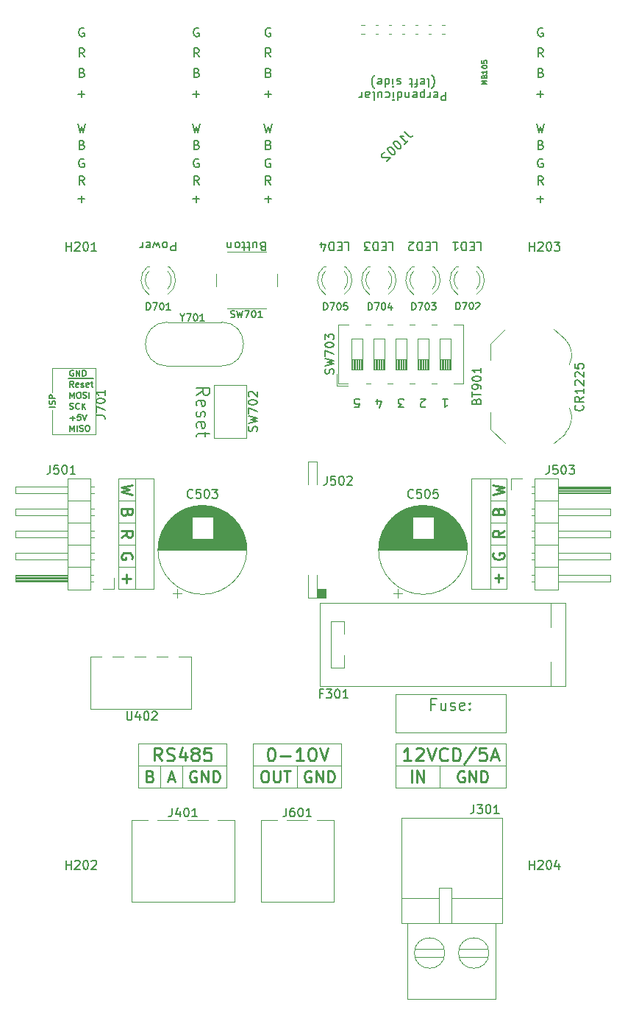
<source format=gto>
G04 #@! TF.GenerationSoftware,KiCad,Pcbnew,5.1.12-84ad8e8a86~92~ubuntu16.04.1*
G04 #@! TF.CreationDate,2022-12-06T17:33:52+01:00*
G04 #@! TF.ProjectId,LedBar,4c656442-6172-42e6-9b69-6361645f7063,rev?*
G04 #@! TF.SameCoordinates,Original*
G04 #@! TF.FileFunction,Legend,Top*
G04 #@! TF.FilePolarity,Positive*
%FSLAX46Y46*%
G04 Gerber Fmt 4.6, Leading zero omitted, Abs format (unit mm)*
G04 Created by KiCad (PCBNEW 5.1.12-84ad8e8a86~92~ubuntu16.04.1) date 2022-12-06 17:33:52*
%MOMM*%
%LPD*%
G01*
G04 APERTURE LIST*
%ADD10C,0.200000*%
%ADD11C,0.120000*%
%ADD12C,0.240000*%
%ADD13C,0.250000*%
%ADD14C,0.150000*%
%ADD15C,0.100000*%
%ADD16C,0.130000*%
%ADD17C,4.300000*%
%ADD18C,2.800000*%
%ADD19C,1.000000*%
%ADD20R,1.500000X1.500000*%
%ADD21C,2.000000*%
%ADD22R,2.000000X2.000000*%
%ADD23C,1.800000*%
%ADD24R,1.800000X1.800000*%
%ADD25R,2.032000X1.070000*%
%ADD26O,1.000000X1.000000*%
%ADD27R,1.000000X1.000000*%
%ADD28O,1.600000X1.600000*%
%ADD29R,1.600000X1.600000*%
%ADD30C,1.500000*%
%ADD31O,1.700000X1.700000*%
%ADD32R,1.700000X1.700000*%
%ADD33C,3.000000*%
%ADD34C,10.200000*%
%ADD35R,5.100000X2.500000*%
%ADD36O,1.350000X1.350000*%
%ADD37R,1.350000X1.350000*%
%ADD38O,4.050000X1.400000*%
%ADD39R,4.050000X1.400000*%
%ADD40C,3.200000*%
%ADD41C,0.800000*%
%ADD42R,1.070000X4.413000*%
%ADD43R,4.050000X1.500000*%
%ADD44O,4.050000X1.500000*%
G04 APERTURE END LIST*
D10*
X145367142Y-72334428D02*
X145224285Y-72286809D01*
X145176666Y-72239190D01*
X145129047Y-72143952D01*
X145129047Y-72001095D01*
X145176666Y-71905857D01*
X145224285Y-71858238D01*
X145319523Y-71810619D01*
X145700476Y-71810619D01*
X145700476Y-72810619D01*
X145367142Y-72810619D01*
X145271904Y-72763000D01*
X145224285Y-72715380D01*
X145176666Y-72620142D01*
X145176666Y-72524904D01*
X145224285Y-72429666D01*
X145271904Y-72382047D01*
X145367142Y-72334428D01*
X145700476Y-72334428D01*
X144271904Y-72477285D02*
X144271904Y-71810619D01*
X144700476Y-72477285D02*
X144700476Y-71953476D01*
X144652857Y-71858238D01*
X144557619Y-71810619D01*
X144414761Y-71810619D01*
X144319523Y-71858238D01*
X144271904Y-71905857D01*
X143938571Y-72477285D02*
X143557619Y-72477285D01*
X143795714Y-72810619D02*
X143795714Y-71953476D01*
X143748095Y-71858238D01*
X143652857Y-71810619D01*
X143557619Y-71810619D01*
X143367142Y-72477285D02*
X142986190Y-72477285D01*
X143224285Y-72810619D02*
X143224285Y-71953476D01*
X143176666Y-71858238D01*
X143081428Y-71810619D01*
X142986190Y-71810619D01*
X142510000Y-71810619D02*
X142605238Y-71858238D01*
X142652857Y-71905857D01*
X142700476Y-72001095D01*
X142700476Y-72286809D01*
X142652857Y-72382047D01*
X142605238Y-72429666D01*
X142510000Y-72477285D01*
X142367142Y-72477285D01*
X142271904Y-72429666D01*
X142224285Y-72382047D01*
X142176666Y-72286809D01*
X142176666Y-72001095D01*
X142224285Y-71905857D01*
X142271904Y-71858238D01*
X142367142Y-71810619D01*
X142510000Y-71810619D01*
X141748095Y-72477285D02*
X141748095Y-71810619D01*
X141748095Y-72382047D02*
X141700476Y-72429666D01*
X141605238Y-72477285D01*
X141462380Y-72477285D01*
X141367142Y-72429666D01*
X141319523Y-72334428D01*
X141319523Y-71810619D01*
X135326190Y-71810619D02*
X135326190Y-72810619D01*
X134945238Y-72810619D01*
X134850000Y-72763000D01*
X134802380Y-72715380D01*
X134754761Y-72620142D01*
X134754761Y-72477285D01*
X134802380Y-72382047D01*
X134850000Y-72334428D01*
X134945238Y-72286809D01*
X135326190Y-72286809D01*
X134183333Y-71810619D02*
X134278571Y-71858238D01*
X134326190Y-71905857D01*
X134373809Y-72001095D01*
X134373809Y-72286809D01*
X134326190Y-72382047D01*
X134278571Y-72429666D01*
X134183333Y-72477285D01*
X134040476Y-72477285D01*
X133945238Y-72429666D01*
X133897619Y-72382047D01*
X133850000Y-72286809D01*
X133850000Y-72001095D01*
X133897619Y-71905857D01*
X133945238Y-71858238D01*
X134040476Y-71810619D01*
X134183333Y-71810619D01*
X133516666Y-72477285D02*
X133326190Y-71810619D01*
X133135714Y-72286809D01*
X132945238Y-71810619D01*
X132754761Y-72477285D01*
X131992857Y-71858238D02*
X132088095Y-71810619D01*
X132278571Y-71810619D01*
X132373809Y-71858238D01*
X132421428Y-71953476D01*
X132421428Y-72334428D01*
X132373809Y-72429666D01*
X132278571Y-72477285D01*
X132088095Y-72477285D01*
X131992857Y-72429666D01*
X131945238Y-72334428D01*
X131945238Y-72239190D01*
X132421428Y-72143952D01*
X131516666Y-71810619D02*
X131516666Y-72477285D01*
X131516666Y-72286809D02*
X131469047Y-72382047D01*
X131421428Y-72429666D01*
X131326190Y-72477285D01*
X131230952Y-72477285D01*
X154789047Y-71810619D02*
X155265238Y-71810619D01*
X155265238Y-72810619D01*
X154455714Y-72334428D02*
X154122380Y-72334428D01*
X153979523Y-71810619D02*
X154455714Y-71810619D01*
X154455714Y-72810619D01*
X153979523Y-72810619D01*
X153550952Y-71810619D02*
X153550952Y-72810619D01*
X153312857Y-72810619D01*
X153170000Y-72763000D01*
X153074761Y-72667761D01*
X153027142Y-72572523D01*
X152979523Y-72382047D01*
X152979523Y-72239190D01*
X153027142Y-72048714D01*
X153074761Y-71953476D01*
X153170000Y-71858238D01*
X153312857Y-71810619D01*
X153550952Y-71810619D01*
X152122380Y-72477285D02*
X152122380Y-71810619D01*
X152360476Y-72858238D02*
X152598571Y-72143952D01*
X151979523Y-72143952D01*
X159869047Y-71810619D02*
X160345238Y-71810619D01*
X160345238Y-72810619D01*
X159535714Y-72334428D02*
X159202380Y-72334428D01*
X159059523Y-71810619D02*
X159535714Y-71810619D01*
X159535714Y-72810619D01*
X159059523Y-72810619D01*
X158630952Y-71810619D02*
X158630952Y-72810619D01*
X158392857Y-72810619D01*
X158250000Y-72763000D01*
X158154761Y-72667761D01*
X158107142Y-72572523D01*
X158059523Y-72382047D01*
X158059523Y-72239190D01*
X158107142Y-72048714D01*
X158154761Y-71953476D01*
X158250000Y-71858238D01*
X158392857Y-71810619D01*
X158630952Y-71810619D01*
X157726190Y-72810619D02*
X157107142Y-72810619D01*
X157440476Y-72429666D01*
X157297619Y-72429666D01*
X157202380Y-72382047D01*
X157154761Y-72334428D01*
X157107142Y-72239190D01*
X157107142Y-72001095D01*
X157154761Y-71905857D01*
X157202380Y-71858238D01*
X157297619Y-71810619D01*
X157583333Y-71810619D01*
X157678571Y-71858238D01*
X157726190Y-71905857D01*
X170029047Y-71810619D02*
X170505238Y-71810619D01*
X170505238Y-72810619D01*
X169695714Y-72334428D02*
X169362380Y-72334428D01*
X169219523Y-71810619D02*
X169695714Y-71810619D01*
X169695714Y-72810619D01*
X169219523Y-72810619D01*
X168790952Y-71810619D02*
X168790952Y-72810619D01*
X168552857Y-72810619D01*
X168410000Y-72763000D01*
X168314761Y-72667761D01*
X168267142Y-72572523D01*
X168219523Y-72382047D01*
X168219523Y-72239190D01*
X168267142Y-72048714D01*
X168314761Y-71953476D01*
X168410000Y-71858238D01*
X168552857Y-71810619D01*
X168790952Y-71810619D01*
X167267142Y-71810619D02*
X167838571Y-71810619D01*
X167552857Y-71810619D02*
X167552857Y-72810619D01*
X167648095Y-72667761D01*
X167743333Y-72572523D01*
X167838571Y-72524904D01*
X164949047Y-71810619D02*
X165425238Y-71810619D01*
X165425238Y-72810619D01*
X164615714Y-72334428D02*
X164282380Y-72334428D01*
X164139523Y-71810619D02*
X164615714Y-71810619D01*
X164615714Y-72810619D01*
X164139523Y-72810619D01*
X163710952Y-71810619D02*
X163710952Y-72810619D01*
X163472857Y-72810619D01*
X163330000Y-72763000D01*
X163234761Y-72667761D01*
X163187142Y-72572523D01*
X163139523Y-72382047D01*
X163139523Y-72239190D01*
X163187142Y-72048714D01*
X163234761Y-71953476D01*
X163330000Y-71858238D01*
X163472857Y-71810619D01*
X163710952Y-71810619D01*
X162758571Y-72715380D02*
X162710952Y-72763000D01*
X162615714Y-72810619D01*
X162377619Y-72810619D01*
X162282380Y-72763000D01*
X162234761Y-72715380D01*
X162187142Y-72620142D01*
X162187142Y-72524904D01*
X162234761Y-72382047D01*
X162806190Y-71810619D01*
X162187142Y-71810619D01*
X155971904Y-90844619D02*
X156448095Y-90844619D01*
X156495714Y-90368428D01*
X156448095Y-90416047D01*
X156352857Y-90463666D01*
X156114761Y-90463666D01*
X156019523Y-90416047D01*
X155971904Y-90368428D01*
X155924285Y-90273190D01*
X155924285Y-90035095D01*
X155971904Y-89939857D01*
X156019523Y-89892238D01*
X156114761Y-89844619D01*
X156352857Y-89844619D01*
X156448095Y-89892238D01*
X156495714Y-89939857D01*
X158559523Y-90511285D02*
X158559523Y-89844619D01*
X158797619Y-90892238D02*
X159035714Y-90177952D01*
X158416666Y-90177952D01*
X161623333Y-90844619D02*
X161004285Y-90844619D01*
X161337619Y-90463666D01*
X161194761Y-90463666D01*
X161099523Y-90416047D01*
X161051904Y-90368428D01*
X161004285Y-90273190D01*
X161004285Y-90035095D01*
X161051904Y-89939857D01*
X161099523Y-89892238D01*
X161194761Y-89844619D01*
X161480476Y-89844619D01*
X161575714Y-89892238D01*
X161623333Y-89939857D01*
X164115714Y-90749380D02*
X164068095Y-90797000D01*
X163972857Y-90844619D01*
X163734761Y-90844619D01*
X163639523Y-90797000D01*
X163591904Y-90749380D01*
X163544285Y-90654142D01*
X163544285Y-90558904D01*
X163591904Y-90416047D01*
X164163333Y-89844619D01*
X163544285Y-89844619D01*
X166084285Y-89844619D02*
X166655714Y-89844619D01*
X166370000Y-89844619D02*
X166370000Y-90844619D01*
X166465238Y-90701761D01*
X166560476Y-90606523D01*
X166655714Y-90558904D01*
D11*
X173482000Y-109220000D02*
X171577000Y-109220000D01*
X169418000Y-99060000D02*
X169418000Y-111760000D01*
X173482000Y-99060000D02*
X169418000Y-99060000D01*
X173482000Y-101600000D02*
X171577000Y-101600000D01*
X173482000Y-104140000D02*
X171577000Y-104140000D01*
X171577000Y-111760000D02*
X171577000Y-99060000D01*
X173482000Y-111760000D02*
X173482000Y-99060000D01*
X173482000Y-106680000D02*
X171577000Y-106680000D01*
X169418000Y-111760000D02*
X173482000Y-111760000D01*
X128778000Y-101600000D02*
X130683000Y-101600000D01*
X128778000Y-104140000D02*
X130683000Y-104140000D01*
X128778000Y-106680000D02*
X130683000Y-106680000D01*
X128778000Y-109220000D02*
X130683000Y-109220000D01*
X130683000Y-99060000D02*
X130683000Y-111760000D01*
X132842000Y-99060000D02*
X128778000Y-99060000D01*
X132842000Y-111760000D02*
X132842000Y-99060000D01*
X128778000Y-111760000D02*
X132842000Y-111760000D01*
X128778000Y-99060000D02*
X128778000Y-111760000D01*
D10*
X165209761Y-125002142D02*
X164776428Y-125002142D01*
X164776428Y-125683095D02*
X164776428Y-124383095D01*
X165395476Y-124383095D01*
X166447857Y-124816428D02*
X166447857Y-125683095D01*
X165890714Y-124816428D02*
X165890714Y-125497380D01*
X165952619Y-125621190D01*
X166076428Y-125683095D01*
X166262142Y-125683095D01*
X166385952Y-125621190D01*
X166447857Y-125559285D01*
X167005000Y-125621190D02*
X167128809Y-125683095D01*
X167376428Y-125683095D01*
X167500238Y-125621190D01*
X167562142Y-125497380D01*
X167562142Y-125435476D01*
X167500238Y-125311666D01*
X167376428Y-125249761D01*
X167190714Y-125249761D01*
X167066904Y-125187857D01*
X167005000Y-125064047D01*
X167005000Y-125002142D01*
X167066904Y-124878333D01*
X167190714Y-124816428D01*
X167376428Y-124816428D01*
X167500238Y-124878333D01*
X168614523Y-125621190D02*
X168490714Y-125683095D01*
X168243095Y-125683095D01*
X168119285Y-125621190D01*
X168057380Y-125497380D01*
X168057380Y-125002142D01*
X168119285Y-124878333D01*
X168243095Y-124816428D01*
X168490714Y-124816428D01*
X168614523Y-124878333D01*
X168676428Y-125002142D01*
X168676428Y-125125952D01*
X168057380Y-125249761D01*
X169233571Y-125559285D02*
X169295476Y-125621190D01*
X169233571Y-125683095D01*
X169171666Y-125621190D01*
X169233571Y-125559285D01*
X169233571Y-125683095D01*
X169233571Y-124878333D02*
X169295476Y-124940238D01*
X169233571Y-125002142D01*
X169171666Y-124940238D01*
X169233571Y-124878333D01*
X169233571Y-125002142D01*
D12*
X172558857Y-110985238D02*
X172558857Y-109994761D01*
X173054095Y-110490000D02*
X172063619Y-110490000D01*
X171943000Y-107609523D02*
X171881095Y-107733333D01*
X171881095Y-107919047D01*
X171943000Y-108104761D01*
X172066809Y-108228571D01*
X172190619Y-108290476D01*
X172438238Y-108352380D01*
X172623952Y-108352380D01*
X172871571Y-108290476D01*
X172995380Y-108228571D01*
X173119190Y-108104761D01*
X173181095Y-107919047D01*
X173181095Y-107795238D01*
X173119190Y-107609523D01*
X173057285Y-107547619D01*
X172623952Y-107547619D01*
X172623952Y-107795238D01*
X173181095Y-105007619D02*
X172562047Y-105440952D01*
X173181095Y-105750476D02*
X171881095Y-105750476D01*
X171881095Y-105255238D01*
X171943000Y-105131428D01*
X172004904Y-105069523D01*
X172128714Y-105007619D01*
X172314428Y-105007619D01*
X172438238Y-105069523D01*
X172500142Y-105131428D01*
X172562047Y-105255238D01*
X172562047Y-105750476D01*
X172500142Y-102777142D02*
X172562047Y-102591428D01*
X172623952Y-102529523D01*
X172747761Y-102467619D01*
X172933476Y-102467619D01*
X173057285Y-102529523D01*
X173119190Y-102591428D01*
X173181095Y-102715238D01*
X173181095Y-103210476D01*
X171881095Y-103210476D01*
X171881095Y-102777142D01*
X171943000Y-102653333D01*
X172004904Y-102591428D01*
X172128714Y-102529523D01*
X172252523Y-102529523D01*
X172376333Y-102591428D01*
X172438238Y-102653333D01*
X172500142Y-102777142D01*
X172500142Y-103210476D01*
X171881095Y-100887142D02*
X173181095Y-100577619D01*
X172252523Y-100330000D01*
X173181095Y-100082380D01*
X171881095Y-99772857D01*
X129701142Y-110058261D02*
X129701142Y-111048738D01*
X129205904Y-110553500D02*
X130196380Y-110553500D01*
X130317000Y-108290476D02*
X130378904Y-108166666D01*
X130378904Y-107980952D01*
X130317000Y-107795238D01*
X130193190Y-107671428D01*
X130069380Y-107609523D01*
X129821761Y-107547619D01*
X129636047Y-107547619D01*
X129388428Y-107609523D01*
X129264619Y-107671428D01*
X129140809Y-107795238D01*
X129078904Y-107980952D01*
X129078904Y-108104761D01*
X129140809Y-108290476D01*
X129202714Y-108352380D01*
X129636047Y-108352380D01*
X129636047Y-108104761D01*
X129078904Y-105812380D02*
X129697952Y-105379047D01*
X129078904Y-105069523D02*
X130378904Y-105069523D01*
X130378904Y-105564761D01*
X130317000Y-105688571D01*
X130255095Y-105750476D01*
X130131285Y-105812380D01*
X129945571Y-105812380D01*
X129821761Y-105750476D01*
X129759857Y-105688571D01*
X129697952Y-105564761D01*
X129697952Y-105069523D01*
X129759857Y-102962857D02*
X129697952Y-103148571D01*
X129636047Y-103210476D01*
X129512238Y-103272380D01*
X129326523Y-103272380D01*
X129202714Y-103210476D01*
X129140809Y-103148571D01*
X129078904Y-103024761D01*
X129078904Y-102529523D01*
X130378904Y-102529523D01*
X130378904Y-102962857D01*
X130317000Y-103086666D01*
X130255095Y-103148571D01*
X130131285Y-103210476D01*
X130007476Y-103210476D01*
X129883666Y-103148571D01*
X129821761Y-103086666D01*
X129759857Y-102962857D01*
X129759857Y-102529523D01*
X130378904Y-99772857D02*
X129078904Y-100082380D01*
X130007476Y-100330000D01*
X129078904Y-100577619D01*
X130378904Y-100887142D01*
D10*
X182221142Y-90614238D02*
X182268761Y-90661857D01*
X182316380Y-90804714D01*
X182316380Y-90899952D01*
X182268761Y-91042809D01*
X182173523Y-91138047D01*
X182078285Y-91185666D01*
X181887809Y-91233285D01*
X181744952Y-91233285D01*
X181554476Y-91185666D01*
X181459238Y-91138047D01*
X181364000Y-91042809D01*
X181316380Y-90899952D01*
X181316380Y-90804714D01*
X181364000Y-90661857D01*
X181411619Y-90614238D01*
X182316380Y-89614238D02*
X181840190Y-89947571D01*
X182316380Y-90185666D02*
X181316380Y-90185666D01*
X181316380Y-89804714D01*
X181364000Y-89709476D01*
X181411619Y-89661857D01*
X181506857Y-89614238D01*
X181649714Y-89614238D01*
X181744952Y-89661857D01*
X181792571Y-89709476D01*
X181840190Y-89804714D01*
X181840190Y-90185666D01*
X182316380Y-88661857D02*
X182316380Y-89233285D01*
X182316380Y-88947571D02*
X181316380Y-88947571D01*
X181459238Y-89042809D01*
X181554476Y-89138047D01*
X181602095Y-89233285D01*
X181411619Y-88280904D02*
X181364000Y-88233285D01*
X181316380Y-88138047D01*
X181316380Y-87899952D01*
X181364000Y-87804714D01*
X181411619Y-87757095D01*
X181506857Y-87709476D01*
X181602095Y-87709476D01*
X181744952Y-87757095D01*
X182316380Y-88328523D01*
X182316380Y-87709476D01*
X181411619Y-87328523D02*
X181364000Y-87280904D01*
X181316380Y-87185666D01*
X181316380Y-86947571D01*
X181364000Y-86852333D01*
X181411619Y-86804714D01*
X181506857Y-86757095D01*
X181602095Y-86757095D01*
X181744952Y-86804714D01*
X182316380Y-87376142D01*
X182316380Y-86757095D01*
X181316380Y-85852333D02*
X181316380Y-86328523D01*
X181792571Y-86376142D01*
X181744952Y-86328523D01*
X181697333Y-86233285D01*
X181697333Y-85995190D01*
X181744952Y-85899952D01*
X181792571Y-85852333D01*
X181887809Y-85804714D01*
X182125904Y-85804714D01*
X182221142Y-85852333D01*
X182268761Y-85899952D01*
X182316380Y-85995190D01*
X182316380Y-86233285D01*
X182268761Y-86328523D01*
X182221142Y-86376142D01*
D11*
X160655000Y-128270000D02*
X160655000Y-123825000D01*
X173355000Y-128270000D02*
X160655000Y-128270000D01*
X173355000Y-123825000D02*
X173355000Y-128270000D01*
X160655000Y-123825000D02*
X173355000Y-123825000D01*
X165735000Y-132080000D02*
X165735000Y-134620000D01*
X160655000Y-132080000D02*
X173355000Y-132080000D01*
X160655000Y-134620000D02*
X160655000Y-129540000D01*
X173355000Y-134620000D02*
X160655000Y-134620000D01*
X173355000Y-129540000D02*
X173355000Y-134620000D01*
X160655000Y-129540000D02*
X173355000Y-129540000D01*
D12*
X162514047Y-133983333D02*
X162514047Y-132583333D01*
X163133095Y-133983333D02*
X163133095Y-132583333D01*
X163875952Y-133983333D01*
X163875952Y-132583333D01*
X168554523Y-132700000D02*
X168430714Y-132638095D01*
X168245000Y-132638095D01*
X168059285Y-132700000D01*
X167935476Y-132823809D01*
X167873571Y-132947619D01*
X167811666Y-133195238D01*
X167811666Y-133380952D01*
X167873571Y-133628571D01*
X167935476Y-133752380D01*
X168059285Y-133876190D01*
X168245000Y-133938095D01*
X168368809Y-133938095D01*
X168554523Y-133876190D01*
X168616428Y-133814285D01*
X168616428Y-133380952D01*
X168368809Y-133380952D01*
X169173571Y-133938095D02*
X169173571Y-132638095D01*
X169916428Y-133938095D01*
X169916428Y-132638095D01*
X170535476Y-133938095D02*
X170535476Y-132638095D01*
X170845000Y-132638095D01*
X171030714Y-132700000D01*
X171154523Y-132823809D01*
X171216428Y-132947619D01*
X171278333Y-133195238D01*
X171278333Y-133380952D01*
X171216428Y-133628571D01*
X171154523Y-133752380D01*
X171030714Y-133876190D01*
X170845000Y-133938095D01*
X170535476Y-133938095D01*
D11*
X149352000Y-132080000D02*
X149352000Y-134620000D01*
X154432000Y-132080000D02*
X149352000Y-132080000D01*
X144272000Y-132080000D02*
X154432000Y-132080000D01*
X154432000Y-134620000D02*
X144272000Y-134620000D01*
X154432000Y-129540000D02*
X154432000Y-134620000D01*
X144272000Y-129540000D02*
X154432000Y-129540000D01*
X144272000Y-134620000D02*
X144272000Y-129540000D01*
D12*
X145512000Y-132638095D02*
X145759619Y-132638095D01*
X145883428Y-132700000D01*
X146007238Y-132823809D01*
X146069142Y-133071428D01*
X146069142Y-133504761D01*
X146007238Y-133752380D01*
X145883428Y-133876190D01*
X145759619Y-133938095D01*
X145512000Y-133938095D01*
X145388190Y-133876190D01*
X145264380Y-133752380D01*
X145202476Y-133504761D01*
X145202476Y-133071428D01*
X145264380Y-132823809D01*
X145388190Y-132700000D01*
X145512000Y-132638095D01*
X146626285Y-132638095D02*
X146626285Y-133690476D01*
X146688190Y-133814285D01*
X146750095Y-133876190D01*
X146873904Y-133938095D01*
X147121523Y-133938095D01*
X147245333Y-133876190D01*
X147307238Y-133814285D01*
X147369142Y-133690476D01*
X147369142Y-132638095D01*
X147802476Y-132638095D02*
X148545333Y-132638095D01*
X148173904Y-133938095D02*
X148173904Y-132638095D01*
X150901523Y-132700000D02*
X150777714Y-132638095D01*
X150592000Y-132638095D01*
X150406285Y-132700000D01*
X150282476Y-132823809D01*
X150220571Y-132947619D01*
X150158666Y-133195238D01*
X150158666Y-133380952D01*
X150220571Y-133628571D01*
X150282476Y-133752380D01*
X150406285Y-133876190D01*
X150592000Y-133938095D01*
X150715809Y-133938095D01*
X150901523Y-133876190D01*
X150963428Y-133814285D01*
X150963428Y-133380952D01*
X150715809Y-133380952D01*
X151520571Y-133938095D02*
X151520571Y-132638095D01*
X152263428Y-133938095D01*
X152263428Y-132638095D01*
X152882476Y-133938095D02*
X152882476Y-132638095D01*
X153192000Y-132638095D01*
X153377714Y-132700000D01*
X153501523Y-132823809D01*
X153563428Y-132947619D01*
X153625333Y-133195238D01*
X153625333Y-133380952D01*
X153563428Y-133628571D01*
X153501523Y-133752380D01*
X153377714Y-133876190D01*
X153192000Y-133938095D01*
X152882476Y-133938095D01*
D11*
X133604000Y-132080000D02*
X133604000Y-134620000D01*
X136144000Y-132080000D02*
X136144000Y-134620000D01*
X131064000Y-132080000D02*
X141224000Y-132080000D01*
X131064000Y-129540000D02*
X131064000Y-134620000D01*
X141224000Y-129540000D02*
X131064000Y-129540000D01*
X141224000Y-134620000D02*
X141224000Y-129540000D01*
X131064000Y-134620000D02*
X141224000Y-134620000D01*
D12*
X134564476Y-133566666D02*
X135183523Y-133566666D01*
X134440666Y-133938095D02*
X134874000Y-132638095D01*
X135307333Y-133938095D01*
X137693523Y-132700000D02*
X137569714Y-132638095D01*
X137384000Y-132638095D01*
X137198285Y-132700000D01*
X137074476Y-132823809D01*
X137012571Y-132947619D01*
X136950666Y-133195238D01*
X136950666Y-133380952D01*
X137012571Y-133628571D01*
X137074476Y-133752380D01*
X137198285Y-133876190D01*
X137384000Y-133938095D01*
X137507809Y-133938095D01*
X137693523Y-133876190D01*
X137755428Y-133814285D01*
X137755428Y-133380952D01*
X137507809Y-133380952D01*
X138312571Y-133938095D02*
X138312571Y-132638095D01*
X139055428Y-133938095D01*
X139055428Y-132638095D01*
X139674476Y-133938095D02*
X139674476Y-132638095D01*
X139984000Y-132638095D01*
X140169714Y-132700000D01*
X140293523Y-132823809D01*
X140355428Y-132947619D01*
X140417333Y-133195238D01*
X140417333Y-133380952D01*
X140355428Y-133628571D01*
X140293523Y-133752380D01*
X140169714Y-133876190D01*
X139984000Y-133938095D01*
X139674476Y-133938095D01*
X132426857Y-133257142D02*
X132612571Y-133319047D01*
X132674476Y-133380952D01*
X132736380Y-133504761D01*
X132736380Y-133690476D01*
X132674476Y-133814285D01*
X132612571Y-133876190D01*
X132488761Y-133938095D01*
X131993523Y-133938095D01*
X131993523Y-132638095D01*
X132426857Y-132638095D01*
X132550666Y-132700000D01*
X132612571Y-132761904D01*
X132674476Y-132885714D01*
X132674476Y-133009523D01*
X132612571Y-133133333D01*
X132550666Y-133195238D01*
X132426857Y-133257142D01*
X131993523Y-133257142D01*
D13*
X162433571Y-131488571D02*
X161576428Y-131488571D01*
X162005000Y-131488571D02*
X162005000Y-129988571D01*
X161862142Y-130202857D01*
X161719285Y-130345714D01*
X161576428Y-130417142D01*
X163005000Y-130131428D02*
X163076428Y-130060000D01*
X163219285Y-129988571D01*
X163576428Y-129988571D01*
X163719285Y-130060000D01*
X163790714Y-130131428D01*
X163862142Y-130274285D01*
X163862142Y-130417142D01*
X163790714Y-130631428D01*
X162933571Y-131488571D01*
X163862142Y-131488571D01*
X164290714Y-129988571D02*
X164790714Y-131488571D01*
X165290714Y-129988571D01*
X166647857Y-131345714D02*
X166576428Y-131417142D01*
X166362142Y-131488571D01*
X166219285Y-131488571D01*
X166005000Y-131417142D01*
X165862142Y-131274285D01*
X165790714Y-131131428D01*
X165719285Y-130845714D01*
X165719285Y-130631428D01*
X165790714Y-130345714D01*
X165862142Y-130202857D01*
X166005000Y-130060000D01*
X166219285Y-129988571D01*
X166362142Y-129988571D01*
X166576428Y-130060000D01*
X166647857Y-130131428D01*
X167290714Y-131488571D02*
X167290714Y-129988571D01*
X167647857Y-129988571D01*
X167862142Y-130060000D01*
X168005000Y-130202857D01*
X168076428Y-130345714D01*
X168147857Y-130631428D01*
X168147857Y-130845714D01*
X168076428Y-131131428D01*
X168005000Y-131274285D01*
X167862142Y-131417142D01*
X167647857Y-131488571D01*
X167290714Y-131488571D01*
X169862142Y-129917142D02*
X168576428Y-131845714D01*
X171076428Y-129988571D02*
X170362142Y-129988571D01*
X170290714Y-130702857D01*
X170362142Y-130631428D01*
X170505000Y-130560000D01*
X170862142Y-130560000D01*
X171005000Y-130631428D01*
X171076428Y-130702857D01*
X171147857Y-130845714D01*
X171147857Y-131202857D01*
X171076428Y-131345714D01*
X171005000Y-131417142D01*
X170862142Y-131488571D01*
X170505000Y-131488571D01*
X170362142Y-131417142D01*
X170290714Y-131345714D01*
X171719285Y-131060000D02*
X172433571Y-131060000D01*
X171576428Y-131488571D02*
X172076428Y-129988571D01*
X172576428Y-131488571D01*
X146280571Y-129988571D02*
X146423428Y-129988571D01*
X146566285Y-130060000D01*
X146637714Y-130131428D01*
X146709142Y-130274285D01*
X146780571Y-130560000D01*
X146780571Y-130917142D01*
X146709142Y-131202857D01*
X146637714Y-131345714D01*
X146566285Y-131417142D01*
X146423428Y-131488571D01*
X146280571Y-131488571D01*
X146137714Y-131417142D01*
X146066285Y-131345714D01*
X145994857Y-131202857D01*
X145923428Y-130917142D01*
X145923428Y-130560000D01*
X145994857Y-130274285D01*
X146066285Y-130131428D01*
X146137714Y-130060000D01*
X146280571Y-129988571D01*
X147423428Y-130917142D02*
X148566285Y-130917142D01*
X150066285Y-131488571D02*
X149209142Y-131488571D01*
X149637714Y-131488571D02*
X149637714Y-129988571D01*
X149494857Y-130202857D01*
X149352000Y-130345714D01*
X149209142Y-130417142D01*
X150994857Y-129988571D02*
X151137714Y-129988571D01*
X151280571Y-130060000D01*
X151352000Y-130131428D01*
X151423428Y-130274285D01*
X151494857Y-130560000D01*
X151494857Y-130917142D01*
X151423428Y-131202857D01*
X151352000Y-131345714D01*
X151280571Y-131417142D01*
X151137714Y-131488571D01*
X150994857Y-131488571D01*
X150852000Y-131417142D01*
X150780571Y-131345714D01*
X150709142Y-131202857D01*
X150637714Y-130917142D01*
X150637714Y-130560000D01*
X150709142Y-130274285D01*
X150780571Y-130131428D01*
X150852000Y-130060000D01*
X150994857Y-129988571D01*
X151923428Y-129988571D02*
X152423428Y-131488571D01*
X152923428Y-129988571D01*
X133751142Y-131488571D02*
X133251142Y-130774285D01*
X132894000Y-131488571D02*
X132894000Y-129988571D01*
X133465428Y-129988571D01*
X133608285Y-130060000D01*
X133679714Y-130131428D01*
X133751142Y-130274285D01*
X133751142Y-130488571D01*
X133679714Y-130631428D01*
X133608285Y-130702857D01*
X133465428Y-130774285D01*
X132894000Y-130774285D01*
X134322571Y-131417142D02*
X134536857Y-131488571D01*
X134894000Y-131488571D01*
X135036857Y-131417142D01*
X135108285Y-131345714D01*
X135179714Y-131202857D01*
X135179714Y-131060000D01*
X135108285Y-130917142D01*
X135036857Y-130845714D01*
X134894000Y-130774285D01*
X134608285Y-130702857D01*
X134465428Y-130631428D01*
X134394000Y-130560000D01*
X134322571Y-130417142D01*
X134322571Y-130274285D01*
X134394000Y-130131428D01*
X134465428Y-130060000D01*
X134608285Y-129988571D01*
X134965428Y-129988571D01*
X135179714Y-130060000D01*
X136465428Y-130488571D02*
X136465428Y-131488571D01*
X136108285Y-129917142D02*
X135751142Y-130988571D01*
X136679714Y-130988571D01*
X137465428Y-130631428D02*
X137322571Y-130560000D01*
X137251142Y-130488571D01*
X137179714Y-130345714D01*
X137179714Y-130274285D01*
X137251142Y-130131428D01*
X137322571Y-130060000D01*
X137465428Y-129988571D01*
X137751142Y-129988571D01*
X137894000Y-130060000D01*
X137965428Y-130131428D01*
X138036857Y-130274285D01*
X138036857Y-130345714D01*
X137965428Y-130488571D01*
X137894000Y-130560000D01*
X137751142Y-130631428D01*
X137465428Y-130631428D01*
X137322571Y-130702857D01*
X137251142Y-130774285D01*
X137179714Y-130917142D01*
X137179714Y-131202857D01*
X137251142Y-131345714D01*
X137322571Y-131417142D01*
X137465428Y-131488571D01*
X137751142Y-131488571D01*
X137894000Y-131417142D01*
X137965428Y-131345714D01*
X138036857Y-131202857D01*
X138036857Y-130917142D01*
X137965428Y-130774285D01*
X137894000Y-130702857D01*
X137751142Y-130631428D01*
X139394000Y-129988571D02*
X138679714Y-129988571D01*
X138608285Y-130702857D01*
X138679714Y-130631428D01*
X138822571Y-130560000D01*
X139179714Y-130560000D01*
X139322571Y-130631428D01*
X139394000Y-130702857D01*
X139465428Y-130845714D01*
X139465428Y-131202857D01*
X139394000Y-131345714D01*
X139322571Y-131417142D01*
X139179714Y-131488571D01*
X138822571Y-131488571D01*
X138679714Y-131417142D01*
X138608285Y-131345714D01*
D10*
X137751428Y-89455857D02*
X138465714Y-88955857D01*
X137751428Y-88598714D02*
X139251428Y-88598714D01*
X139251428Y-89170142D01*
X139180000Y-89313000D01*
X139108571Y-89384428D01*
X138965714Y-89455857D01*
X138751428Y-89455857D01*
X138608571Y-89384428D01*
X138537142Y-89313000D01*
X138465714Y-89170142D01*
X138465714Y-88598714D01*
X137822857Y-90670142D02*
X137751428Y-90527285D01*
X137751428Y-90241571D01*
X137822857Y-90098714D01*
X137965714Y-90027285D01*
X138537142Y-90027285D01*
X138680000Y-90098714D01*
X138751428Y-90241571D01*
X138751428Y-90527285D01*
X138680000Y-90670142D01*
X138537142Y-90741571D01*
X138394285Y-90741571D01*
X138251428Y-90027285D01*
X137822857Y-91313000D02*
X137751428Y-91455857D01*
X137751428Y-91741571D01*
X137822857Y-91884428D01*
X137965714Y-91955857D01*
X138037142Y-91955857D01*
X138180000Y-91884428D01*
X138251428Y-91741571D01*
X138251428Y-91527285D01*
X138322857Y-91384428D01*
X138465714Y-91313000D01*
X138537142Y-91313000D01*
X138680000Y-91384428D01*
X138751428Y-91527285D01*
X138751428Y-91741571D01*
X138680000Y-91884428D01*
X137822857Y-93170142D02*
X137751428Y-93027285D01*
X137751428Y-92741571D01*
X137822857Y-92598714D01*
X137965714Y-92527285D01*
X138537142Y-92527285D01*
X138680000Y-92598714D01*
X138751428Y-92741571D01*
X138751428Y-93027285D01*
X138680000Y-93170142D01*
X138537142Y-93241571D01*
X138394285Y-93241571D01*
X138251428Y-92527285D01*
X138751428Y-93670142D02*
X138751428Y-94241571D01*
X139251428Y-93884428D02*
X137965714Y-93884428D01*
X137822857Y-93955857D01*
X137751428Y-94098714D01*
X137751428Y-94241571D01*
X145367142Y-72334428D02*
X145224285Y-72286809D01*
X145176666Y-72239190D01*
X145129047Y-72143952D01*
X145129047Y-72001095D01*
X145176666Y-71905857D01*
X145224285Y-71858238D01*
X145319523Y-71810619D01*
X145700476Y-71810619D01*
X145700476Y-72810619D01*
X145367142Y-72810619D01*
X145271904Y-72763000D01*
X145224285Y-72715380D01*
X145176666Y-72620142D01*
X145176666Y-72524904D01*
X145224285Y-72429666D01*
X145271904Y-72382047D01*
X145367142Y-72334428D01*
X145700476Y-72334428D01*
X144271904Y-72477285D02*
X144271904Y-71810619D01*
X144700476Y-72477285D02*
X144700476Y-71953476D01*
X144652857Y-71858238D01*
X144557619Y-71810619D01*
X144414761Y-71810619D01*
X144319523Y-71858238D01*
X144271904Y-71905857D01*
X143938571Y-72477285D02*
X143557619Y-72477285D01*
X143795714Y-72810619D02*
X143795714Y-71953476D01*
X143748095Y-71858238D01*
X143652857Y-71810619D01*
X143557619Y-71810619D01*
X143367142Y-72477285D02*
X142986190Y-72477285D01*
X143224285Y-72810619D02*
X143224285Y-71953476D01*
X143176666Y-71858238D01*
X143081428Y-71810619D01*
X142986190Y-71810619D01*
X142510000Y-71810619D02*
X142605238Y-71858238D01*
X142652857Y-71905857D01*
X142700476Y-72001095D01*
X142700476Y-72286809D01*
X142652857Y-72382047D01*
X142605238Y-72429666D01*
X142510000Y-72477285D01*
X142367142Y-72477285D01*
X142271904Y-72429666D01*
X142224285Y-72382047D01*
X142176666Y-72286809D01*
X142176666Y-72001095D01*
X142224285Y-71905857D01*
X142271904Y-71858238D01*
X142367142Y-71810619D01*
X142510000Y-71810619D01*
X141748095Y-72477285D02*
X141748095Y-71810619D01*
X141748095Y-72382047D02*
X141700476Y-72429666D01*
X141605238Y-72477285D01*
X141462380Y-72477285D01*
X141367142Y-72429666D01*
X141319523Y-72334428D01*
X141319523Y-71810619D01*
X135326190Y-71810619D02*
X135326190Y-72810619D01*
X134945238Y-72810619D01*
X134850000Y-72763000D01*
X134802380Y-72715380D01*
X134754761Y-72620142D01*
X134754761Y-72477285D01*
X134802380Y-72382047D01*
X134850000Y-72334428D01*
X134945238Y-72286809D01*
X135326190Y-72286809D01*
X134183333Y-71810619D02*
X134278571Y-71858238D01*
X134326190Y-71905857D01*
X134373809Y-72001095D01*
X134373809Y-72286809D01*
X134326190Y-72382047D01*
X134278571Y-72429666D01*
X134183333Y-72477285D01*
X134040476Y-72477285D01*
X133945238Y-72429666D01*
X133897619Y-72382047D01*
X133850000Y-72286809D01*
X133850000Y-72001095D01*
X133897619Y-71905857D01*
X133945238Y-71858238D01*
X134040476Y-71810619D01*
X134183333Y-71810619D01*
X133516666Y-72477285D02*
X133326190Y-71810619D01*
X133135714Y-72286809D01*
X132945238Y-71810619D01*
X132754761Y-72477285D01*
X131992857Y-71858238D02*
X132088095Y-71810619D01*
X132278571Y-71810619D01*
X132373809Y-71858238D01*
X132421428Y-71953476D01*
X132421428Y-72334428D01*
X132373809Y-72429666D01*
X132278571Y-72477285D01*
X132088095Y-72477285D01*
X131992857Y-72429666D01*
X131945238Y-72334428D01*
X131945238Y-72239190D01*
X132421428Y-72143952D01*
X131516666Y-71810619D02*
X131516666Y-72477285D01*
X131516666Y-72286809D02*
X131469047Y-72382047D01*
X131421428Y-72429666D01*
X131326190Y-72477285D01*
X131230952Y-72477285D01*
X154789047Y-71810619D02*
X155265238Y-71810619D01*
X155265238Y-72810619D01*
X154455714Y-72334428D02*
X154122380Y-72334428D01*
X153979523Y-71810619D02*
X154455714Y-71810619D01*
X154455714Y-72810619D01*
X153979523Y-72810619D01*
X153550952Y-71810619D02*
X153550952Y-72810619D01*
X153312857Y-72810619D01*
X153170000Y-72763000D01*
X153074761Y-72667761D01*
X153027142Y-72572523D01*
X152979523Y-72382047D01*
X152979523Y-72239190D01*
X153027142Y-72048714D01*
X153074761Y-71953476D01*
X153170000Y-71858238D01*
X153312857Y-71810619D01*
X153550952Y-71810619D01*
X152122380Y-72477285D02*
X152122380Y-71810619D01*
X152360476Y-72858238D02*
X152598571Y-72143952D01*
X151979523Y-72143952D01*
X159869047Y-71810619D02*
X160345238Y-71810619D01*
X160345238Y-72810619D01*
X159535714Y-72334428D02*
X159202380Y-72334428D01*
X159059523Y-71810619D02*
X159535714Y-71810619D01*
X159535714Y-72810619D01*
X159059523Y-72810619D01*
X158630952Y-71810619D02*
X158630952Y-72810619D01*
X158392857Y-72810619D01*
X158250000Y-72763000D01*
X158154761Y-72667761D01*
X158107142Y-72572523D01*
X158059523Y-72382047D01*
X158059523Y-72239190D01*
X158107142Y-72048714D01*
X158154761Y-71953476D01*
X158250000Y-71858238D01*
X158392857Y-71810619D01*
X158630952Y-71810619D01*
X157726190Y-72810619D02*
X157107142Y-72810619D01*
X157440476Y-72429666D01*
X157297619Y-72429666D01*
X157202380Y-72382047D01*
X157154761Y-72334428D01*
X157107142Y-72239190D01*
X157107142Y-72001095D01*
X157154761Y-71905857D01*
X157202380Y-71858238D01*
X157297619Y-71810619D01*
X157583333Y-71810619D01*
X157678571Y-71858238D01*
X157726190Y-71905857D01*
X170029047Y-71810619D02*
X170505238Y-71810619D01*
X170505238Y-72810619D01*
X169695714Y-72334428D02*
X169362380Y-72334428D01*
X169219523Y-71810619D02*
X169695714Y-71810619D01*
X169695714Y-72810619D01*
X169219523Y-72810619D01*
X168790952Y-71810619D02*
X168790952Y-72810619D01*
X168552857Y-72810619D01*
X168410000Y-72763000D01*
X168314761Y-72667761D01*
X168267142Y-72572523D01*
X168219523Y-72382047D01*
X168219523Y-72239190D01*
X168267142Y-72048714D01*
X168314761Y-71953476D01*
X168410000Y-71858238D01*
X168552857Y-71810619D01*
X168790952Y-71810619D01*
X167267142Y-71810619D02*
X167838571Y-71810619D01*
X167552857Y-71810619D02*
X167552857Y-72810619D01*
X167648095Y-72667761D01*
X167743333Y-72572523D01*
X167838571Y-72524904D01*
X164949047Y-71810619D02*
X165425238Y-71810619D01*
X165425238Y-72810619D01*
X164615714Y-72334428D02*
X164282380Y-72334428D01*
X164139523Y-71810619D02*
X164615714Y-71810619D01*
X164615714Y-72810619D01*
X164139523Y-72810619D01*
X163710952Y-71810619D02*
X163710952Y-72810619D01*
X163472857Y-72810619D01*
X163330000Y-72763000D01*
X163234761Y-72667761D01*
X163187142Y-72572523D01*
X163139523Y-72382047D01*
X163139523Y-72239190D01*
X163187142Y-72048714D01*
X163234761Y-71953476D01*
X163330000Y-71858238D01*
X163472857Y-71810619D01*
X163710952Y-71810619D01*
X162758571Y-72715380D02*
X162710952Y-72763000D01*
X162615714Y-72810619D01*
X162377619Y-72810619D01*
X162282380Y-72763000D01*
X162234761Y-72715380D01*
X162187142Y-72620142D01*
X162187142Y-72524904D01*
X162234761Y-72382047D01*
X162806190Y-71810619D01*
X162187142Y-71810619D01*
X155971904Y-90844619D02*
X156448095Y-90844619D01*
X156495714Y-90368428D01*
X156448095Y-90416047D01*
X156352857Y-90463666D01*
X156114761Y-90463666D01*
X156019523Y-90416047D01*
X155971904Y-90368428D01*
X155924285Y-90273190D01*
X155924285Y-90035095D01*
X155971904Y-89939857D01*
X156019523Y-89892238D01*
X156114761Y-89844619D01*
X156352857Y-89844619D01*
X156448095Y-89892238D01*
X156495714Y-89939857D01*
X158559523Y-90511285D02*
X158559523Y-89844619D01*
X158797619Y-90892238D02*
X159035714Y-90177952D01*
X158416666Y-90177952D01*
X161623333Y-90844619D02*
X161004285Y-90844619D01*
X161337619Y-90463666D01*
X161194761Y-90463666D01*
X161099523Y-90416047D01*
X161051904Y-90368428D01*
X161004285Y-90273190D01*
X161004285Y-90035095D01*
X161051904Y-89939857D01*
X161099523Y-89892238D01*
X161194761Y-89844619D01*
X161480476Y-89844619D01*
X161575714Y-89892238D01*
X161623333Y-89939857D01*
X164115714Y-90749380D02*
X164068095Y-90797000D01*
X163972857Y-90844619D01*
X163734761Y-90844619D01*
X163639523Y-90797000D01*
X163591904Y-90749380D01*
X163544285Y-90654142D01*
X163544285Y-90558904D01*
X163591904Y-90416047D01*
X164163333Y-89844619D01*
X163544285Y-89844619D01*
X166084285Y-89844619D02*
X166655714Y-89844619D01*
X166370000Y-89844619D02*
X166370000Y-90844619D01*
X166465238Y-90701761D01*
X166560476Y-90606523D01*
X166655714Y-90558904D01*
D14*
X166472571Y-54538619D02*
X166472571Y-55538619D01*
X166091619Y-55538619D01*
X165996380Y-55491000D01*
X165948761Y-55443380D01*
X165901142Y-55348142D01*
X165901142Y-55205285D01*
X165948761Y-55110047D01*
X165996380Y-55062428D01*
X166091619Y-55014809D01*
X166472571Y-55014809D01*
X165091619Y-54586238D02*
X165186857Y-54538619D01*
X165377333Y-54538619D01*
X165472571Y-54586238D01*
X165520190Y-54681476D01*
X165520190Y-55062428D01*
X165472571Y-55157666D01*
X165377333Y-55205285D01*
X165186857Y-55205285D01*
X165091619Y-55157666D01*
X165044000Y-55062428D01*
X165044000Y-54967190D01*
X165520190Y-54871952D01*
X164615428Y-54538619D02*
X164615428Y-55205285D01*
X164615428Y-55014809D02*
X164567809Y-55110047D01*
X164520190Y-55157666D01*
X164424952Y-55205285D01*
X164329714Y-55205285D01*
X163996380Y-55205285D02*
X163996380Y-54205285D01*
X163996380Y-55157666D02*
X163901142Y-55205285D01*
X163710666Y-55205285D01*
X163615428Y-55157666D01*
X163567809Y-55110047D01*
X163520190Y-55014809D01*
X163520190Y-54729095D01*
X163567809Y-54633857D01*
X163615428Y-54586238D01*
X163710666Y-54538619D01*
X163901142Y-54538619D01*
X163996380Y-54586238D01*
X162710666Y-54586238D02*
X162805904Y-54538619D01*
X162996380Y-54538619D01*
X163091619Y-54586238D01*
X163139238Y-54681476D01*
X163139238Y-55062428D01*
X163091619Y-55157666D01*
X162996380Y-55205285D01*
X162805904Y-55205285D01*
X162710666Y-55157666D01*
X162663047Y-55062428D01*
X162663047Y-54967190D01*
X163139238Y-54871952D01*
X162234476Y-55205285D02*
X162234476Y-54538619D01*
X162234476Y-55110047D02*
X162186857Y-55157666D01*
X162091619Y-55205285D01*
X161948761Y-55205285D01*
X161853523Y-55157666D01*
X161805904Y-55062428D01*
X161805904Y-54538619D01*
X160901142Y-54538619D02*
X160901142Y-55538619D01*
X160901142Y-54586238D02*
X160996380Y-54538619D01*
X161186857Y-54538619D01*
X161282095Y-54586238D01*
X161329714Y-54633857D01*
X161377333Y-54729095D01*
X161377333Y-55014809D01*
X161329714Y-55110047D01*
X161282095Y-55157666D01*
X161186857Y-55205285D01*
X160996380Y-55205285D01*
X160901142Y-55157666D01*
X160424952Y-54538619D02*
X160424952Y-55205285D01*
X160424952Y-55538619D02*
X160472571Y-55491000D01*
X160424952Y-55443380D01*
X160377333Y-55491000D01*
X160424952Y-55538619D01*
X160424952Y-55443380D01*
X159520190Y-54586238D02*
X159615428Y-54538619D01*
X159805904Y-54538619D01*
X159901142Y-54586238D01*
X159948761Y-54633857D01*
X159996380Y-54729095D01*
X159996380Y-55014809D01*
X159948761Y-55110047D01*
X159901142Y-55157666D01*
X159805904Y-55205285D01*
X159615428Y-55205285D01*
X159520190Y-55157666D01*
X158663047Y-55205285D02*
X158663047Y-54538619D01*
X159091619Y-55205285D02*
X159091619Y-54681476D01*
X159044000Y-54586238D01*
X158948761Y-54538619D01*
X158805904Y-54538619D01*
X158710666Y-54586238D01*
X158663047Y-54633857D01*
X158044000Y-54538619D02*
X158139238Y-54586238D01*
X158186857Y-54681476D01*
X158186857Y-55538619D01*
X157234476Y-54538619D02*
X157234476Y-55062428D01*
X157282095Y-55157666D01*
X157377333Y-55205285D01*
X157567809Y-55205285D01*
X157663047Y-55157666D01*
X157234476Y-54586238D02*
X157329714Y-54538619D01*
X157567809Y-54538619D01*
X157663047Y-54586238D01*
X157710666Y-54681476D01*
X157710666Y-54776714D01*
X157663047Y-54871952D01*
X157567809Y-54919571D01*
X157329714Y-54919571D01*
X157234476Y-54967190D01*
X156758285Y-54538619D02*
X156758285Y-55205285D01*
X156758285Y-55014809D02*
X156710666Y-55110047D01*
X156663047Y-55157666D01*
X156567809Y-55205285D01*
X156472571Y-55205285D01*
X164853523Y-52633666D02*
X164901142Y-52681285D01*
X164996380Y-52824142D01*
X165044000Y-52919380D01*
X165091619Y-53062238D01*
X165139238Y-53300333D01*
X165139238Y-53490809D01*
X165091619Y-53728904D01*
X165044000Y-53871761D01*
X164996380Y-53967000D01*
X164901142Y-54109857D01*
X164853523Y-54157476D01*
X164329714Y-53014619D02*
X164424952Y-53062238D01*
X164472571Y-53157476D01*
X164472571Y-54014619D01*
X163567809Y-53062238D02*
X163663047Y-53014619D01*
X163853523Y-53014619D01*
X163948761Y-53062238D01*
X163996380Y-53157476D01*
X163996380Y-53538428D01*
X163948761Y-53633666D01*
X163853523Y-53681285D01*
X163663047Y-53681285D01*
X163567809Y-53633666D01*
X163520190Y-53538428D01*
X163520190Y-53443190D01*
X163996380Y-53347952D01*
X163234476Y-53681285D02*
X162853523Y-53681285D01*
X163091619Y-53014619D02*
X163091619Y-53871761D01*
X163044000Y-53967000D01*
X162948761Y-54014619D01*
X162853523Y-54014619D01*
X162663047Y-53681285D02*
X162282095Y-53681285D01*
X162520190Y-54014619D02*
X162520190Y-53157476D01*
X162472571Y-53062238D01*
X162377333Y-53014619D01*
X162282095Y-53014619D01*
X161234476Y-53062238D02*
X161139238Y-53014619D01*
X160948761Y-53014619D01*
X160853523Y-53062238D01*
X160805904Y-53157476D01*
X160805904Y-53205095D01*
X160853523Y-53300333D01*
X160948761Y-53347952D01*
X161091619Y-53347952D01*
X161186857Y-53395571D01*
X161234476Y-53490809D01*
X161234476Y-53538428D01*
X161186857Y-53633666D01*
X161091619Y-53681285D01*
X160948761Y-53681285D01*
X160853523Y-53633666D01*
X160377333Y-53014619D02*
X160377333Y-53681285D01*
X160377333Y-54014619D02*
X160424952Y-53967000D01*
X160377333Y-53919380D01*
X160329714Y-53967000D01*
X160377333Y-54014619D01*
X160377333Y-53919380D01*
X159472571Y-53014619D02*
X159472571Y-54014619D01*
X159472571Y-53062238D02*
X159567809Y-53014619D01*
X159758285Y-53014619D01*
X159853523Y-53062238D01*
X159901142Y-53109857D01*
X159948761Y-53205095D01*
X159948761Y-53490809D01*
X159901142Y-53586047D01*
X159853523Y-53633666D01*
X159758285Y-53681285D01*
X159567809Y-53681285D01*
X159472571Y-53633666D01*
X158615428Y-53062238D02*
X158710666Y-53014619D01*
X158901142Y-53014619D01*
X158996380Y-53062238D01*
X159044000Y-53157476D01*
X159044000Y-53538428D01*
X158996380Y-53633666D01*
X158901142Y-53681285D01*
X158710666Y-53681285D01*
X158615428Y-53633666D01*
X158567809Y-53538428D01*
X158567809Y-53443190D01*
X159044000Y-53347952D01*
X158234476Y-52633666D02*
X158186857Y-52681285D01*
X158091619Y-52824142D01*
X158044000Y-52919380D01*
X157996380Y-53062238D01*
X157948761Y-53300333D01*
X157948761Y-53490809D01*
X157996380Y-53728904D01*
X158044000Y-53871761D01*
X158091619Y-53967000D01*
X158186857Y-54109857D01*
X158234476Y-54157476D01*
D11*
X173482000Y-109220000D02*
X171577000Y-109220000D01*
X169418000Y-99060000D02*
X169418000Y-111760000D01*
X173482000Y-99060000D02*
X169418000Y-99060000D01*
X173482000Y-101600000D02*
X171577000Y-101600000D01*
X173482000Y-104140000D02*
X171577000Y-104140000D01*
X171577000Y-111760000D02*
X171577000Y-99060000D01*
X173482000Y-111760000D02*
X173482000Y-99060000D01*
X173482000Y-106680000D02*
X171577000Y-106680000D01*
X169418000Y-111760000D02*
X173482000Y-111760000D01*
X128778000Y-101600000D02*
X130683000Y-101600000D01*
X128778000Y-104140000D02*
X130683000Y-104140000D01*
X128778000Y-106680000D02*
X130683000Y-106680000D01*
X128778000Y-109220000D02*
X130683000Y-109220000D01*
X130683000Y-99060000D02*
X130683000Y-111760000D01*
X132842000Y-99060000D02*
X128778000Y-99060000D01*
X132842000Y-111760000D02*
X132842000Y-99060000D01*
X128778000Y-111760000D02*
X132842000Y-111760000D01*
X128778000Y-99060000D02*
X128778000Y-111760000D01*
D10*
X165209761Y-125002142D02*
X164776428Y-125002142D01*
X164776428Y-125683095D02*
X164776428Y-124383095D01*
X165395476Y-124383095D01*
X166447857Y-124816428D02*
X166447857Y-125683095D01*
X165890714Y-124816428D02*
X165890714Y-125497380D01*
X165952619Y-125621190D01*
X166076428Y-125683095D01*
X166262142Y-125683095D01*
X166385952Y-125621190D01*
X166447857Y-125559285D01*
X167005000Y-125621190D02*
X167128809Y-125683095D01*
X167376428Y-125683095D01*
X167500238Y-125621190D01*
X167562142Y-125497380D01*
X167562142Y-125435476D01*
X167500238Y-125311666D01*
X167376428Y-125249761D01*
X167190714Y-125249761D01*
X167066904Y-125187857D01*
X167005000Y-125064047D01*
X167005000Y-125002142D01*
X167066904Y-124878333D01*
X167190714Y-124816428D01*
X167376428Y-124816428D01*
X167500238Y-124878333D01*
X168614523Y-125621190D02*
X168490714Y-125683095D01*
X168243095Y-125683095D01*
X168119285Y-125621190D01*
X168057380Y-125497380D01*
X168057380Y-125002142D01*
X168119285Y-124878333D01*
X168243095Y-124816428D01*
X168490714Y-124816428D01*
X168614523Y-124878333D01*
X168676428Y-125002142D01*
X168676428Y-125125952D01*
X168057380Y-125249761D01*
X169233571Y-125559285D02*
X169295476Y-125621190D01*
X169233571Y-125683095D01*
X169171666Y-125621190D01*
X169233571Y-125559285D01*
X169233571Y-125683095D01*
X169233571Y-124878333D02*
X169295476Y-124940238D01*
X169233571Y-125002142D01*
X169171666Y-124940238D01*
X169233571Y-124878333D01*
X169233571Y-125002142D01*
D12*
X172558857Y-110985238D02*
X172558857Y-109994761D01*
X173054095Y-110490000D02*
X172063619Y-110490000D01*
X171943000Y-107609523D02*
X171881095Y-107733333D01*
X171881095Y-107919047D01*
X171943000Y-108104761D01*
X172066809Y-108228571D01*
X172190619Y-108290476D01*
X172438238Y-108352380D01*
X172623952Y-108352380D01*
X172871571Y-108290476D01*
X172995380Y-108228571D01*
X173119190Y-108104761D01*
X173181095Y-107919047D01*
X173181095Y-107795238D01*
X173119190Y-107609523D01*
X173057285Y-107547619D01*
X172623952Y-107547619D01*
X172623952Y-107795238D01*
X173181095Y-105007619D02*
X172562047Y-105440952D01*
X173181095Y-105750476D02*
X171881095Y-105750476D01*
X171881095Y-105255238D01*
X171943000Y-105131428D01*
X172004904Y-105069523D01*
X172128714Y-105007619D01*
X172314428Y-105007619D01*
X172438238Y-105069523D01*
X172500142Y-105131428D01*
X172562047Y-105255238D01*
X172562047Y-105750476D01*
X172500142Y-102777142D02*
X172562047Y-102591428D01*
X172623952Y-102529523D01*
X172747761Y-102467619D01*
X172933476Y-102467619D01*
X173057285Y-102529523D01*
X173119190Y-102591428D01*
X173181095Y-102715238D01*
X173181095Y-103210476D01*
X171881095Y-103210476D01*
X171881095Y-102777142D01*
X171943000Y-102653333D01*
X172004904Y-102591428D01*
X172128714Y-102529523D01*
X172252523Y-102529523D01*
X172376333Y-102591428D01*
X172438238Y-102653333D01*
X172500142Y-102777142D01*
X172500142Y-103210476D01*
X171881095Y-100887142D02*
X173181095Y-100577619D01*
X172252523Y-100330000D01*
X173181095Y-100082380D01*
X171881095Y-99772857D01*
X129701142Y-110058261D02*
X129701142Y-111048738D01*
X129205904Y-110553500D02*
X130196380Y-110553500D01*
X130317000Y-108290476D02*
X130378904Y-108166666D01*
X130378904Y-107980952D01*
X130317000Y-107795238D01*
X130193190Y-107671428D01*
X130069380Y-107609523D01*
X129821761Y-107547619D01*
X129636047Y-107547619D01*
X129388428Y-107609523D01*
X129264619Y-107671428D01*
X129140809Y-107795238D01*
X129078904Y-107980952D01*
X129078904Y-108104761D01*
X129140809Y-108290476D01*
X129202714Y-108352380D01*
X129636047Y-108352380D01*
X129636047Y-108104761D01*
X129078904Y-105812380D02*
X129697952Y-105379047D01*
X129078904Y-105069523D02*
X130378904Y-105069523D01*
X130378904Y-105564761D01*
X130317000Y-105688571D01*
X130255095Y-105750476D01*
X130131285Y-105812380D01*
X129945571Y-105812380D01*
X129821761Y-105750476D01*
X129759857Y-105688571D01*
X129697952Y-105564761D01*
X129697952Y-105069523D01*
X129759857Y-102962857D02*
X129697952Y-103148571D01*
X129636047Y-103210476D01*
X129512238Y-103272380D01*
X129326523Y-103272380D01*
X129202714Y-103210476D01*
X129140809Y-103148571D01*
X129078904Y-103024761D01*
X129078904Y-102529523D01*
X130378904Y-102529523D01*
X130378904Y-102962857D01*
X130317000Y-103086666D01*
X130255095Y-103148571D01*
X130131285Y-103210476D01*
X130007476Y-103210476D01*
X129883666Y-103148571D01*
X129821761Y-103086666D01*
X129759857Y-102962857D01*
X129759857Y-102529523D01*
X130378904Y-99772857D02*
X129078904Y-100082380D01*
X130007476Y-100330000D01*
X129078904Y-100577619D01*
X130378904Y-100887142D01*
D10*
X182221142Y-90614238D02*
X182268761Y-90661857D01*
X182316380Y-90804714D01*
X182316380Y-90899952D01*
X182268761Y-91042809D01*
X182173523Y-91138047D01*
X182078285Y-91185666D01*
X181887809Y-91233285D01*
X181744952Y-91233285D01*
X181554476Y-91185666D01*
X181459238Y-91138047D01*
X181364000Y-91042809D01*
X181316380Y-90899952D01*
X181316380Y-90804714D01*
X181364000Y-90661857D01*
X181411619Y-90614238D01*
X182316380Y-89614238D02*
X181840190Y-89947571D01*
X182316380Y-90185666D02*
X181316380Y-90185666D01*
X181316380Y-89804714D01*
X181364000Y-89709476D01*
X181411619Y-89661857D01*
X181506857Y-89614238D01*
X181649714Y-89614238D01*
X181744952Y-89661857D01*
X181792571Y-89709476D01*
X181840190Y-89804714D01*
X181840190Y-90185666D01*
X182316380Y-88661857D02*
X182316380Y-89233285D01*
X182316380Y-88947571D02*
X181316380Y-88947571D01*
X181459238Y-89042809D01*
X181554476Y-89138047D01*
X181602095Y-89233285D01*
X181411619Y-88280904D02*
X181364000Y-88233285D01*
X181316380Y-88138047D01*
X181316380Y-87899952D01*
X181364000Y-87804714D01*
X181411619Y-87757095D01*
X181506857Y-87709476D01*
X181602095Y-87709476D01*
X181744952Y-87757095D01*
X182316380Y-88328523D01*
X182316380Y-87709476D01*
X181411619Y-87328523D02*
X181364000Y-87280904D01*
X181316380Y-87185666D01*
X181316380Y-86947571D01*
X181364000Y-86852333D01*
X181411619Y-86804714D01*
X181506857Y-86757095D01*
X181602095Y-86757095D01*
X181744952Y-86804714D01*
X182316380Y-87376142D01*
X182316380Y-86757095D01*
X181316380Y-85852333D02*
X181316380Y-86328523D01*
X181792571Y-86376142D01*
X181744952Y-86328523D01*
X181697333Y-86233285D01*
X181697333Y-85995190D01*
X181744952Y-85899952D01*
X181792571Y-85852333D01*
X181887809Y-85804714D01*
X182125904Y-85804714D01*
X182221142Y-85852333D01*
X182268761Y-85899952D01*
X182316380Y-85995190D01*
X182316380Y-86233285D01*
X182268761Y-86328523D01*
X182221142Y-86376142D01*
D11*
X160655000Y-128270000D02*
X160655000Y-123825000D01*
X173355000Y-128270000D02*
X160655000Y-128270000D01*
X173355000Y-123825000D02*
X173355000Y-128270000D01*
X160655000Y-123825000D02*
X173355000Y-123825000D01*
X165735000Y-132080000D02*
X165735000Y-134620000D01*
X160655000Y-132080000D02*
X173355000Y-132080000D01*
X160655000Y-134620000D02*
X160655000Y-129540000D01*
X173355000Y-134620000D02*
X160655000Y-134620000D01*
X173355000Y-129540000D02*
X173355000Y-134620000D01*
X160655000Y-129540000D02*
X173355000Y-129540000D01*
D12*
X162514047Y-133983333D02*
X162514047Y-132583333D01*
X163133095Y-133983333D02*
X163133095Y-132583333D01*
X163875952Y-133983333D01*
X163875952Y-132583333D01*
X168554523Y-132700000D02*
X168430714Y-132638095D01*
X168245000Y-132638095D01*
X168059285Y-132700000D01*
X167935476Y-132823809D01*
X167873571Y-132947619D01*
X167811666Y-133195238D01*
X167811666Y-133380952D01*
X167873571Y-133628571D01*
X167935476Y-133752380D01*
X168059285Y-133876190D01*
X168245000Y-133938095D01*
X168368809Y-133938095D01*
X168554523Y-133876190D01*
X168616428Y-133814285D01*
X168616428Y-133380952D01*
X168368809Y-133380952D01*
X169173571Y-133938095D02*
X169173571Y-132638095D01*
X169916428Y-133938095D01*
X169916428Y-132638095D01*
X170535476Y-133938095D02*
X170535476Y-132638095D01*
X170845000Y-132638095D01*
X171030714Y-132700000D01*
X171154523Y-132823809D01*
X171216428Y-132947619D01*
X171278333Y-133195238D01*
X171278333Y-133380952D01*
X171216428Y-133628571D01*
X171154523Y-133752380D01*
X171030714Y-133876190D01*
X170845000Y-133938095D01*
X170535476Y-133938095D01*
D11*
X149352000Y-132080000D02*
X149352000Y-134620000D01*
X154432000Y-132080000D02*
X149352000Y-132080000D01*
X144272000Y-132080000D02*
X154432000Y-132080000D01*
X154432000Y-134620000D02*
X144272000Y-134620000D01*
X154432000Y-129540000D02*
X154432000Y-134620000D01*
X144272000Y-129540000D02*
X154432000Y-129540000D01*
X144272000Y-134620000D02*
X144272000Y-129540000D01*
D12*
X145512000Y-132638095D02*
X145759619Y-132638095D01*
X145883428Y-132700000D01*
X146007238Y-132823809D01*
X146069142Y-133071428D01*
X146069142Y-133504761D01*
X146007238Y-133752380D01*
X145883428Y-133876190D01*
X145759619Y-133938095D01*
X145512000Y-133938095D01*
X145388190Y-133876190D01*
X145264380Y-133752380D01*
X145202476Y-133504761D01*
X145202476Y-133071428D01*
X145264380Y-132823809D01*
X145388190Y-132700000D01*
X145512000Y-132638095D01*
X146626285Y-132638095D02*
X146626285Y-133690476D01*
X146688190Y-133814285D01*
X146750095Y-133876190D01*
X146873904Y-133938095D01*
X147121523Y-133938095D01*
X147245333Y-133876190D01*
X147307238Y-133814285D01*
X147369142Y-133690476D01*
X147369142Y-132638095D01*
X147802476Y-132638095D02*
X148545333Y-132638095D01*
X148173904Y-133938095D02*
X148173904Y-132638095D01*
X150901523Y-132700000D02*
X150777714Y-132638095D01*
X150592000Y-132638095D01*
X150406285Y-132700000D01*
X150282476Y-132823809D01*
X150220571Y-132947619D01*
X150158666Y-133195238D01*
X150158666Y-133380952D01*
X150220571Y-133628571D01*
X150282476Y-133752380D01*
X150406285Y-133876190D01*
X150592000Y-133938095D01*
X150715809Y-133938095D01*
X150901523Y-133876190D01*
X150963428Y-133814285D01*
X150963428Y-133380952D01*
X150715809Y-133380952D01*
X151520571Y-133938095D02*
X151520571Y-132638095D01*
X152263428Y-133938095D01*
X152263428Y-132638095D01*
X152882476Y-133938095D02*
X152882476Y-132638095D01*
X153192000Y-132638095D01*
X153377714Y-132700000D01*
X153501523Y-132823809D01*
X153563428Y-132947619D01*
X153625333Y-133195238D01*
X153625333Y-133380952D01*
X153563428Y-133628571D01*
X153501523Y-133752380D01*
X153377714Y-133876190D01*
X153192000Y-133938095D01*
X152882476Y-133938095D01*
D11*
X133604000Y-132080000D02*
X133604000Y-134620000D01*
X136144000Y-132080000D02*
X136144000Y-134620000D01*
X131064000Y-132080000D02*
X141224000Y-132080000D01*
X131064000Y-129540000D02*
X131064000Y-134620000D01*
X141224000Y-129540000D02*
X131064000Y-129540000D01*
X141224000Y-134620000D02*
X141224000Y-129540000D01*
X131064000Y-134620000D02*
X141224000Y-134620000D01*
D12*
X134564476Y-133566666D02*
X135183523Y-133566666D01*
X134440666Y-133938095D02*
X134874000Y-132638095D01*
X135307333Y-133938095D01*
X137693523Y-132700000D02*
X137569714Y-132638095D01*
X137384000Y-132638095D01*
X137198285Y-132700000D01*
X137074476Y-132823809D01*
X137012571Y-132947619D01*
X136950666Y-133195238D01*
X136950666Y-133380952D01*
X137012571Y-133628571D01*
X137074476Y-133752380D01*
X137198285Y-133876190D01*
X137384000Y-133938095D01*
X137507809Y-133938095D01*
X137693523Y-133876190D01*
X137755428Y-133814285D01*
X137755428Y-133380952D01*
X137507809Y-133380952D01*
X138312571Y-133938095D02*
X138312571Y-132638095D01*
X139055428Y-133938095D01*
X139055428Y-132638095D01*
X139674476Y-133938095D02*
X139674476Y-132638095D01*
X139984000Y-132638095D01*
X140169714Y-132700000D01*
X140293523Y-132823809D01*
X140355428Y-132947619D01*
X140417333Y-133195238D01*
X140417333Y-133380952D01*
X140355428Y-133628571D01*
X140293523Y-133752380D01*
X140169714Y-133876190D01*
X139984000Y-133938095D01*
X139674476Y-133938095D01*
X132426857Y-133257142D02*
X132612571Y-133319047D01*
X132674476Y-133380952D01*
X132736380Y-133504761D01*
X132736380Y-133690476D01*
X132674476Y-133814285D01*
X132612571Y-133876190D01*
X132488761Y-133938095D01*
X131993523Y-133938095D01*
X131993523Y-132638095D01*
X132426857Y-132638095D01*
X132550666Y-132700000D01*
X132612571Y-132761904D01*
X132674476Y-132885714D01*
X132674476Y-133009523D01*
X132612571Y-133133333D01*
X132550666Y-133195238D01*
X132426857Y-133257142D01*
X131993523Y-133257142D01*
D13*
X162433571Y-131488571D02*
X161576428Y-131488571D01*
X162005000Y-131488571D02*
X162005000Y-129988571D01*
X161862142Y-130202857D01*
X161719285Y-130345714D01*
X161576428Y-130417142D01*
X163005000Y-130131428D02*
X163076428Y-130060000D01*
X163219285Y-129988571D01*
X163576428Y-129988571D01*
X163719285Y-130060000D01*
X163790714Y-130131428D01*
X163862142Y-130274285D01*
X163862142Y-130417142D01*
X163790714Y-130631428D01*
X162933571Y-131488571D01*
X163862142Y-131488571D01*
X164290714Y-129988571D02*
X164790714Y-131488571D01*
X165290714Y-129988571D01*
X166647857Y-131345714D02*
X166576428Y-131417142D01*
X166362142Y-131488571D01*
X166219285Y-131488571D01*
X166005000Y-131417142D01*
X165862142Y-131274285D01*
X165790714Y-131131428D01*
X165719285Y-130845714D01*
X165719285Y-130631428D01*
X165790714Y-130345714D01*
X165862142Y-130202857D01*
X166005000Y-130060000D01*
X166219285Y-129988571D01*
X166362142Y-129988571D01*
X166576428Y-130060000D01*
X166647857Y-130131428D01*
X167290714Y-131488571D02*
X167290714Y-129988571D01*
X167647857Y-129988571D01*
X167862142Y-130060000D01*
X168005000Y-130202857D01*
X168076428Y-130345714D01*
X168147857Y-130631428D01*
X168147857Y-130845714D01*
X168076428Y-131131428D01*
X168005000Y-131274285D01*
X167862142Y-131417142D01*
X167647857Y-131488571D01*
X167290714Y-131488571D01*
X169862142Y-129917142D02*
X168576428Y-131845714D01*
X171076428Y-129988571D02*
X170362142Y-129988571D01*
X170290714Y-130702857D01*
X170362142Y-130631428D01*
X170505000Y-130560000D01*
X170862142Y-130560000D01*
X171005000Y-130631428D01*
X171076428Y-130702857D01*
X171147857Y-130845714D01*
X171147857Y-131202857D01*
X171076428Y-131345714D01*
X171005000Y-131417142D01*
X170862142Y-131488571D01*
X170505000Y-131488571D01*
X170362142Y-131417142D01*
X170290714Y-131345714D01*
X171719285Y-131060000D02*
X172433571Y-131060000D01*
X171576428Y-131488571D02*
X172076428Y-129988571D01*
X172576428Y-131488571D01*
X146280571Y-129988571D02*
X146423428Y-129988571D01*
X146566285Y-130060000D01*
X146637714Y-130131428D01*
X146709142Y-130274285D01*
X146780571Y-130560000D01*
X146780571Y-130917142D01*
X146709142Y-131202857D01*
X146637714Y-131345714D01*
X146566285Y-131417142D01*
X146423428Y-131488571D01*
X146280571Y-131488571D01*
X146137714Y-131417142D01*
X146066285Y-131345714D01*
X145994857Y-131202857D01*
X145923428Y-130917142D01*
X145923428Y-130560000D01*
X145994857Y-130274285D01*
X146066285Y-130131428D01*
X146137714Y-130060000D01*
X146280571Y-129988571D01*
X147423428Y-130917142D02*
X148566285Y-130917142D01*
X150066285Y-131488571D02*
X149209142Y-131488571D01*
X149637714Y-131488571D02*
X149637714Y-129988571D01*
X149494857Y-130202857D01*
X149352000Y-130345714D01*
X149209142Y-130417142D01*
X150994857Y-129988571D02*
X151137714Y-129988571D01*
X151280571Y-130060000D01*
X151352000Y-130131428D01*
X151423428Y-130274285D01*
X151494857Y-130560000D01*
X151494857Y-130917142D01*
X151423428Y-131202857D01*
X151352000Y-131345714D01*
X151280571Y-131417142D01*
X151137714Y-131488571D01*
X150994857Y-131488571D01*
X150852000Y-131417142D01*
X150780571Y-131345714D01*
X150709142Y-131202857D01*
X150637714Y-130917142D01*
X150637714Y-130560000D01*
X150709142Y-130274285D01*
X150780571Y-130131428D01*
X150852000Y-130060000D01*
X150994857Y-129988571D01*
X151923428Y-129988571D02*
X152423428Y-131488571D01*
X152923428Y-129988571D01*
X133751142Y-131488571D02*
X133251142Y-130774285D01*
X132894000Y-131488571D02*
X132894000Y-129988571D01*
X133465428Y-129988571D01*
X133608285Y-130060000D01*
X133679714Y-130131428D01*
X133751142Y-130274285D01*
X133751142Y-130488571D01*
X133679714Y-130631428D01*
X133608285Y-130702857D01*
X133465428Y-130774285D01*
X132894000Y-130774285D01*
X134322571Y-131417142D02*
X134536857Y-131488571D01*
X134894000Y-131488571D01*
X135036857Y-131417142D01*
X135108285Y-131345714D01*
X135179714Y-131202857D01*
X135179714Y-131060000D01*
X135108285Y-130917142D01*
X135036857Y-130845714D01*
X134894000Y-130774285D01*
X134608285Y-130702857D01*
X134465428Y-130631428D01*
X134394000Y-130560000D01*
X134322571Y-130417142D01*
X134322571Y-130274285D01*
X134394000Y-130131428D01*
X134465428Y-130060000D01*
X134608285Y-129988571D01*
X134965428Y-129988571D01*
X135179714Y-130060000D01*
X136465428Y-130488571D02*
X136465428Y-131488571D01*
X136108285Y-129917142D02*
X135751142Y-130988571D01*
X136679714Y-130988571D01*
X137465428Y-130631428D02*
X137322571Y-130560000D01*
X137251142Y-130488571D01*
X137179714Y-130345714D01*
X137179714Y-130274285D01*
X137251142Y-130131428D01*
X137322571Y-130060000D01*
X137465428Y-129988571D01*
X137751142Y-129988571D01*
X137894000Y-130060000D01*
X137965428Y-130131428D01*
X138036857Y-130274285D01*
X138036857Y-130345714D01*
X137965428Y-130488571D01*
X137894000Y-130560000D01*
X137751142Y-130631428D01*
X137465428Y-130631428D01*
X137322571Y-130702857D01*
X137251142Y-130774285D01*
X137179714Y-130917142D01*
X137179714Y-131202857D01*
X137251142Y-131345714D01*
X137322571Y-131417142D01*
X137465428Y-131488571D01*
X137751142Y-131488571D01*
X137894000Y-131417142D01*
X137965428Y-131345714D01*
X138036857Y-131202857D01*
X138036857Y-130917142D01*
X137965428Y-130774285D01*
X137894000Y-130702857D01*
X137751142Y-130631428D01*
X139394000Y-129988571D02*
X138679714Y-129988571D01*
X138608285Y-130702857D01*
X138679714Y-130631428D01*
X138822571Y-130560000D01*
X139179714Y-130560000D01*
X139322571Y-130631428D01*
X139394000Y-130702857D01*
X139465428Y-130845714D01*
X139465428Y-131202857D01*
X139394000Y-131345714D01*
X139322571Y-131417142D01*
X139179714Y-131488571D01*
X138822571Y-131488571D01*
X138679714Y-131417142D01*
X138608285Y-131345714D01*
D10*
X137751428Y-89455857D02*
X138465714Y-88955857D01*
X137751428Y-88598714D02*
X139251428Y-88598714D01*
X139251428Y-89170142D01*
X139180000Y-89313000D01*
X139108571Y-89384428D01*
X138965714Y-89455857D01*
X138751428Y-89455857D01*
X138608571Y-89384428D01*
X138537142Y-89313000D01*
X138465714Y-89170142D01*
X138465714Y-88598714D01*
X137822857Y-90670142D02*
X137751428Y-90527285D01*
X137751428Y-90241571D01*
X137822857Y-90098714D01*
X137965714Y-90027285D01*
X138537142Y-90027285D01*
X138680000Y-90098714D01*
X138751428Y-90241571D01*
X138751428Y-90527285D01*
X138680000Y-90670142D01*
X138537142Y-90741571D01*
X138394285Y-90741571D01*
X138251428Y-90027285D01*
X137822857Y-91313000D02*
X137751428Y-91455857D01*
X137751428Y-91741571D01*
X137822857Y-91884428D01*
X137965714Y-91955857D01*
X138037142Y-91955857D01*
X138180000Y-91884428D01*
X138251428Y-91741571D01*
X138251428Y-91527285D01*
X138322857Y-91384428D01*
X138465714Y-91313000D01*
X138537142Y-91313000D01*
X138680000Y-91384428D01*
X138751428Y-91527285D01*
X138751428Y-91741571D01*
X138680000Y-91884428D01*
X137822857Y-93170142D02*
X137751428Y-93027285D01*
X137751428Y-92741571D01*
X137822857Y-92598714D01*
X137965714Y-92527285D01*
X138537142Y-92527285D01*
X138680000Y-92598714D01*
X138751428Y-92741571D01*
X138751428Y-93027285D01*
X138680000Y-93170142D01*
X138537142Y-93241571D01*
X138394285Y-93241571D01*
X138251428Y-92527285D01*
X138751428Y-93670142D02*
X138751428Y-94241571D01*
X139251428Y-93884428D02*
X137965714Y-93884428D01*
X137822857Y-93955857D01*
X137751428Y-94098714D01*
X137751428Y-94241571D01*
D11*
X153580000Y-147700000D02*
X153580000Y-138300000D01*
X145180000Y-147700000D02*
X145180000Y-138300000D01*
X153580000Y-147700000D02*
X145180000Y-147700000D01*
X145180000Y-138300000D02*
X153580000Y-138300000D01*
X143455000Y-94373000D02*
X139755000Y-94373000D01*
X143455000Y-88253000D02*
X143455000Y-94373000D01*
X139755000Y-88253000D02*
X143455000Y-88253000D01*
X139755000Y-94373000D02*
X139755000Y-88253000D01*
X135055000Y-112207646D02*
X136055000Y-112207646D01*
X135555000Y-112707646D02*
X135555000Y-111707646D01*
X137831000Y-102147000D02*
X139029000Y-102147000D01*
X137568000Y-102187000D02*
X139292000Y-102187000D01*
X137368000Y-102227000D02*
X139492000Y-102227000D01*
X137200000Y-102267000D02*
X139660000Y-102267000D01*
X137052000Y-102307000D02*
X139808000Y-102307000D01*
X136920000Y-102347000D02*
X139940000Y-102347000D01*
X136800000Y-102387000D02*
X140060000Y-102387000D01*
X136688000Y-102427000D02*
X140172000Y-102427000D01*
X136584000Y-102467000D02*
X140276000Y-102467000D01*
X136486000Y-102507000D02*
X140374000Y-102507000D01*
X136393000Y-102547000D02*
X140467000Y-102547000D01*
X136305000Y-102587000D02*
X140555000Y-102587000D01*
X136221000Y-102627000D02*
X140639000Y-102627000D01*
X136141000Y-102667000D02*
X140719000Y-102667000D01*
X136065000Y-102707000D02*
X140795000Y-102707000D01*
X135991000Y-102747000D02*
X140869000Y-102747000D01*
X135920000Y-102787000D02*
X140940000Y-102787000D01*
X135851000Y-102827000D02*
X141009000Y-102827000D01*
X135785000Y-102867000D02*
X141075000Y-102867000D01*
X135721000Y-102907000D02*
X141139000Y-102907000D01*
X135660000Y-102947000D02*
X141200000Y-102947000D01*
X135600000Y-102987000D02*
X141260000Y-102987000D01*
X135541000Y-103027000D02*
X141319000Y-103027000D01*
X135485000Y-103067000D02*
X141375000Y-103067000D01*
X135430000Y-103107000D02*
X141430000Y-103107000D01*
X135376000Y-103147000D02*
X141484000Y-103147000D01*
X135324000Y-103187000D02*
X141536000Y-103187000D01*
X135274000Y-103227000D02*
X141586000Y-103227000D01*
X135224000Y-103267000D02*
X141636000Y-103267000D01*
X135176000Y-103307000D02*
X141684000Y-103307000D01*
X135129000Y-103347000D02*
X141731000Y-103347000D01*
X135083000Y-103387000D02*
X141777000Y-103387000D01*
X135038000Y-103427000D02*
X141822000Y-103427000D01*
X134994000Y-103467000D02*
X141866000Y-103467000D01*
X139671000Y-103507000D02*
X141908000Y-103507000D01*
X134952000Y-103507000D02*
X137189000Y-103507000D01*
X139671000Y-103547000D02*
X141950000Y-103547000D01*
X134910000Y-103547000D02*
X137189000Y-103547000D01*
X139671000Y-103587000D02*
X141991000Y-103587000D01*
X134869000Y-103587000D02*
X137189000Y-103587000D01*
X139671000Y-103627000D02*
X142031000Y-103627000D01*
X134829000Y-103627000D02*
X137189000Y-103627000D01*
X139671000Y-103667000D02*
X142070000Y-103667000D01*
X134790000Y-103667000D02*
X137189000Y-103667000D01*
X139671000Y-103707000D02*
X142109000Y-103707000D01*
X134751000Y-103707000D02*
X137189000Y-103707000D01*
X139671000Y-103747000D02*
X142146000Y-103747000D01*
X134714000Y-103747000D02*
X137189000Y-103747000D01*
X139671000Y-103787000D02*
X142183000Y-103787000D01*
X134677000Y-103787000D02*
X137189000Y-103787000D01*
X139671000Y-103827000D02*
X142219000Y-103827000D01*
X134641000Y-103827000D02*
X137189000Y-103827000D01*
X139671000Y-103867000D02*
X142254000Y-103867000D01*
X134606000Y-103867000D02*
X137189000Y-103867000D01*
X139671000Y-103907000D02*
X142288000Y-103907000D01*
X134572000Y-103907000D02*
X137189000Y-103907000D01*
X139671000Y-103947000D02*
X142322000Y-103947000D01*
X134538000Y-103947000D02*
X137189000Y-103947000D01*
X139671000Y-103987000D02*
X142355000Y-103987000D01*
X134505000Y-103987000D02*
X137189000Y-103987000D01*
X139671000Y-104027000D02*
X142387000Y-104027000D01*
X134473000Y-104027000D02*
X137189000Y-104027000D01*
X139671000Y-104067000D02*
X142419000Y-104067000D01*
X134441000Y-104067000D02*
X137189000Y-104067000D01*
X139671000Y-104107000D02*
X142450000Y-104107000D01*
X134410000Y-104107000D02*
X137189000Y-104107000D01*
X139671000Y-104147000D02*
X142480000Y-104147000D01*
X134380000Y-104147000D02*
X137189000Y-104147000D01*
X139671000Y-104187000D02*
X142510000Y-104187000D01*
X134350000Y-104187000D02*
X137189000Y-104187000D01*
X139671000Y-104227000D02*
X142540000Y-104227000D01*
X134320000Y-104227000D02*
X137189000Y-104227000D01*
X139671000Y-104267000D02*
X142568000Y-104267000D01*
X134292000Y-104267000D02*
X137189000Y-104267000D01*
X139671000Y-104307000D02*
X142596000Y-104307000D01*
X134264000Y-104307000D02*
X137189000Y-104307000D01*
X139671000Y-104347000D02*
X142624000Y-104347000D01*
X134236000Y-104347000D02*
X137189000Y-104347000D01*
X139671000Y-104387000D02*
X142651000Y-104387000D01*
X134209000Y-104387000D02*
X137189000Y-104387000D01*
X139671000Y-104427000D02*
X142677000Y-104427000D01*
X134183000Y-104427000D02*
X137189000Y-104427000D01*
X139671000Y-104467000D02*
X142703000Y-104467000D01*
X134157000Y-104467000D02*
X137189000Y-104467000D01*
X139671000Y-104507000D02*
X142728000Y-104507000D01*
X134132000Y-104507000D02*
X137189000Y-104507000D01*
X139671000Y-104547000D02*
X142753000Y-104547000D01*
X134107000Y-104547000D02*
X137189000Y-104547000D01*
X139671000Y-104587000D02*
X142777000Y-104587000D01*
X134083000Y-104587000D02*
X137189000Y-104587000D01*
X139671000Y-104627000D02*
X142801000Y-104627000D01*
X134059000Y-104627000D02*
X137189000Y-104627000D01*
X139671000Y-104667000D02*
X142825000Y-104667000D01*
X134035000Y-104667000D02*
X137189000Y-104667000D01*
X139671000Y-104707000D02*
X142847000Y-104707000D01*
X134013000Y-104707000D02*
X137189000Y-104707000D01*
X139671000Y-104747000D02*
X142870000Y-104747000D01*
X133990000Y-104747000D02*
X137189000Y-104747000D01*
X139671000Y-104787000D02*
X142892000Y-104787000D01*
X133968000Y-104787000D02*
X137189000Y-104787000D01*
X139671000Y-104827000D02*
X142913000Y-104827000D01*
X133947000Y-104827000D02*
X137189000Y-104827000D01*
X139671000Y-104867000D02*
X142934000Y-104867000D01*
X133926000Y-104867000D02*
X137189000Y-104867000D01*
X139671000Y-104907000D02*
X142955000Y-104907000D01*
X133905000Y-104907000D02*
X137189000Y-104907000D01*
X139671000Y-104947000D02*
X142975000Y-104947000D01*
X133885000Y-104947000D02*
X137189000Y-104947000D01*
X139671000Y-104987000D02*
X142994000Y-104987000D01*
X133866000Y-104987000D02*
X137189000Y-104987000D01*
X139671000Y-105027000D02*
X143014000Y-105027000D01*
X133846000Y-105027000D02*
X137189000Y-105027000D01*
X139671000Y-105067000D02*
X143033000Y-105067000D01*
X133827000Y-105067000D02*
X137189000Y-105067000D01*
X139671000Y-105107000D02*
X143051000Y-105107000D01*
X133809000Y-105107000D02*
X137189000Y-105107000D01*
X139671000Y-105147000D02*
X143069000Y-105147000D01*
X133791000Y-105147000D02*
X137189000Y-105147000D01*
X139671000Y-105187000D02*
X143087000Y-105187000D01*
X133773000Y-105187000D02*
X137189000Y-105187000D01*
X139671000Y-105227000D02*
X143104000Y-105227000D01*
X133756000Y-105227000D02*
X137189000Y-105227000D01*
X139671000Y-105267000D02*
X143120000Y-105267000D01*
X133740000Y-105267000D02*
X137189000Y-105267000D01*
X139671000Y-105307000D02*
X143137000Y-105307000D01*
X133723000Y-105307000D02*
X137189000Y-105307000D01*
X139671000Y-105347000D02*
X143153000Y-105347000D01*
X133707000Y-105347000D02*
X137189000Y-105347000D01*
X139671000Y-105387000D02*
X143168000Y-105387000D01*
X133692000Y-105387000D02*
X137189000Y-105387000D01*
X139671000Y-105427000D02*
X143184000Y-105427000D01*
X133676000Y-105427000D02*
X137189000Y-105427000D01*
X139671000Y-105467000D02*
X143198000Y-105467000D01*
X133662000Y-105467000D02*
X137189000Y-105467000D01*
X139671000Y-105507000D02*
X143213000Y-105507000D01*
X133647000Y-105507000D02*
X137189000Y-105507000D01*
X139671000Y-105547000D02*
X143227000Y-105547000D01*
X133633000Y-105547000D02*
X137189000Y-105547000D01*
X139671000Y-105587000D02*
X143241000Y-105587000D01*
X133619000Y-105587000D02*
X137189000Y-105587000D01*
X139671000Y-105627000D02*
X143254000Y-105627000D01*
X133606000Y-105627000D02*
X137189000Y-105627000D01*
X139671000Y-105667000D02*
X143267000Y-105667000D01*
X133593000Y-105667000D02*
X137189000Y-105667000D01*
X139671000Y-105707000D02*
X143280000Y-105707000D01*
X133580000Y-105707000D02*
X137189000Y-105707000D01*
X139671000Y-105747000D02*
X143292000Y-105747000D01*
X133568000Y-105747000D02*
X137189000Y-105747000D01*
X139671000Y-105787000D02*
X143304000Y-105787000D01*
X133556000Y-105787000D02*
X137189000Y-105787000D01*
X139671000Y-105827000D02*
X143315000Y-105827000D01*
X133545000Y-105827000D02*
X137189000Y-105827000D01*
X139671000Y-105867000D02*
X143327000Y-105867000D01*
X133533000Y-105867000D02*
X137189000Y-105867000D01*
X139671000Y-105907000D02*
X143337000Y-105907000D01*
X133523000Y-105907000D02*
X137189000Y-105907000D01*
X139671000Y-105947000D02*
X143348000Y-105947000D01*
X133512000Y-105947000D02*
X137189000Y-105947000D01*
X133502000Y-105987000D02*
X143358000Y-105987000D01*
X133492000Y-106027000D02*
X143368000Y-106027000D01*
X133483000Y-106067000D02*
X143377000Y-106067000D01*
X133474000Y-106107000D02*
X143386000Y-106107000D01*
X133465000Y-106147000D02*
X143395000Y-106147000D01*
X133456000Y-106187000D02*
X143404000Y-106187000D01*
X133448000Y-106227000D02*
X143412000Y-106227000D01*
X133440000Y-106267000D02*
X143420000Y-106267000D01*
X133433000Y-106307000D02*
X143427000Y-106307000D01*
X133426000Y-106347000D02*
X143434000Y-106347000D01*
X133419000Y-106387000D02*
X143441000Y-106387000D01*
X133412000Y-106427000D02*
X143448000Y-106427000D01*
X133406000Y-106467000D02*
X143454000Y-106467000D01*
X133400000Y-106507000D02*
X143460000Y-106507000D01*
X133395000Y-106548000D02*
X143465000Y-106548000D01*
X133390000Y-106588000D02*
X143470000Y-106588000D01*
X133385000Y-106628000D02*
X143475000Y-106628000D01*
X133380000Y-106668000D02*
X143480000Y-106668000D01*
X133376000Y-106708000D02*
X143484000Y-106708000D01*
X133372000Y-106748000D02*
X143488000Y-106748000D01*
X133368000Y-106788000D02*
X143492000Y-106788000D01*
X133365000Y-106828000D02*
X143495000Y-106828000D01*
X133362000Y-106868000D02*
X143498000Y-106868000D01*
X133360000Y-106908000D02*
X143500000Y-106908000D01*
X133357000Y-106948000D02*
X143503000Y-106948000D01*
X133355000Y-106988000D02*
X143505000Y-106988000D01*
X133353000Y-107028000D02*
X143507000Y-107028000D01*
X133352000Y-107068000D02*
X143508000Y-107068000D01*
X133351000Y-107108000D02*
X143509000Y-107108000D01*
X133350000Y-107148000D02*
X143510000Y-107148000D01*
X133350000Y-107188000D02*
X143510000Y-107188000D01*
X133350000Y-107228000D02*
X143510000Y-107228000D01*
X143550000Y-107228000D02*
G75*
G03*
X143550000Y-107228000I-5120000J0D01*
G01*
X167830000Y-74640000D02*
X167674000Y-74640000D01*
X170146000Y-74640000D02*
X169990000Y-74640000D01*
X167830163Y-77241130D02*
G75*
G02*
X167830000Y-75159039I1079837J1041130D01*
G01*
X169989837Y-77241130D02*
G75*
G03*
X169990000Y-75159039I-1079837J1041130D01*
G01*
X167831392Y-77872335D02*
G75*
G02*
X167674484Y-74640000I1078608J1672335D01*
G01*
X169988608Y-77872335D02*
G75*
G03*
X170145516Y-74640000I-1078608J1672335D01*
G01*
X150622000Y-97044000D02*
X151638000Y-97044000D01*
X151638000Y-97044000D02*
X151638000Y-99695000D01*
X150622000Y-99695000D02*
X150622000Y-97044000D01*
X150622000Y-112760000D02*
X150622000Y-110109000D01*
X151638000Y-112760000D02*
X150622000Y-112760000D01*
X151638000Y-110109000D02*
X151638000Y-112760000D01*
D15*
G36*
X151638000Y-111744000D02*
G01*
X152654000Y-111744000D01*
X152654000Y-112760000D01*
X151638000Y-112760000D01*
X151638000Y-111744000D01*
G37*
X151638000Y-111744000D02*
X152654000Y-111744000D01*
X152654000Y-112760000D01*
X151638000Y-112760000D01*
X151638000Y-111744000D01*
D11*
X121158000Y-89090500D02*
X121158000Y-86296500D01*
X121158000Y-86296500D02*
X126111000Y-86296500D01*
X126111000Y-86296500D02*
X126111000Y-93916500D01*
X126111000Y-93916500D02*
X121158000Y-93916500D01*
X121158000Y-93916500D02*
X121158000Y-91122500D01*
X162750000Y-74640000D02*
X162594000Y-74640000D01*
X165066000Y-74640000D02*
X164910000Y-74640000D01*
X162750163Y-77241130D02*
G75*
G02*
X162750000Y-75159039I1079837J1041130D01*
G01*
X164909837Y-77241130D02*
G75*
G03*
X164910000Y-75159039I-1079837J1041130D01*
G01*
X162751392Y-77872335D02*
G75*
G02*
X162594484Y-74640000I1078608J1672335D01*
G01*
X164908608Y-77872335D02*
G75*
G03*
X165065516Y-74640000I-1078608J1672335D01*
G01*
X157670000Y-74640000D02*
X157514000Y-74640000D01*
X159986000Y-74640000D02*
X159830000Y-74640000D01*
X157670163Y-77241130D02*
G75*
G02*
X157670000Y-75159039I1079837J1041130D01*
G01*
X159829837Y-77241130D02*
G75*
G03*
X159830000Y-75159039I-1079837J1041130D01*
G01*
X157671392Y-77872335D02*
G75*
G02*
X157514484Y-74640000I1078608J1672335D01*
G01*
X159828608Y-77872335D02*
G75*
G03*
X159985516Y-74640000I-1078608J1672335D01*
G01*
X152590000Y-74640000D02*
X152434000Y-74640000D01*
X154906000Y-74640000D02*
X154750000Y-74640000D01*
X152590163Y-77241130D02*
G75*
G02*
X152590000Y-75159039I1079837J1041130D01*
G01*
X154749837Y-77241130D02*
G75*
G03*
X154750000Y-75159039I-1079837J1041130D01*
G01*
X152591392Y-77872335D02*
G75*
G02*
X152434484Y-74640000I1078608J1672335D01*
G01*
X154748608Y-77872335D02*
G75*
G03*
X154905516Y-74640000I-1078608J1672335D01*
G01*
X140010000Y-75450000D02*
X140010000Y-76950000D01*
X141260000Y-79450000D02*
X145760000Y-79450000D01*
X147010000Y-76950000D02*
X147010000Y-75450000D01*
X145760000Y-72950000D02*
X141260000Y-72950000D01*
X165735000Y-85312333D02*
X167005000Y-85312333D01*
X166935000Y-86519000D02*
X166935000Y-85312333D01*
X166815000Y-86519000D02*
X166815000Y-85312333D01*
X166695000Y-86519000D02*
X166695000Y-85312333D01*
X166575000Y-86519000D02*
X166575000Y-85312333D01*
X166455000Y-86519000D02*
X166455000Y-85312333D01*
X166335000Y-86519000D02*
X166335000Y-85312333D01*
X166215000Y-86519000D02*
X166215000Y-85312333D01*
X166095000Y-86519000D02*
X166095000Y-85312333D01*
X165975000Y-86519000D02*
X165975000Y-85312333D01*
X165855000Y-86519000D02*
X165855000Y-85312333D01*
X165735000Y-82899000D02*
X165735000Y-86519000D01*
X167005000Y-82899000D02*
X165735000Y-82899000D01*
X167005000Y-86519000D02*
X167005000Y-82899000D01*
X165735000Y-86519000D02*
X167005000Y-86519000D01*
X163195000Y-85312333D02*
X164465000Y-85312333D01*
X164395000Y-86519000D02*
X164395000Y-85312333D01*
X164275000Y-86519000D02*
X164275000Y-85312333D01*
X164155000Y-86519000D02*
X164155000Y-85312333D01*
X164035000Y-86519000D02*
X164035000Y-85312333D01*
X163915000Y-86519000D02*
X163915000Y-85312333D01*
X163795000Y-86519000D02*
X163795000Y-85312333D01*
X163675000Y-86519000D02*
X163675000Y-85312333D01*
X163555000Y-86519000D02*
X163555000Y-85312333D01*
X163435000Y-86519000D02*
X163435000Y-85312333D01*
X163315000Y-86519000D02*
X163315000Y-85312333D01*
X163195000Y-82899000D02*
X163195000Y-86519000D01*
X164465000Y-82899000D02*
X163195000Y-82899000D01*
X164465000Y-86519000D02*
X164465000Y-82899000D01*
X163195000Y-86519000D02*
X164465000Y-86519000D01*
X160655000Y-85312333D02*
X161925000Y-85312333D01*
X161855000Y-86519000D02*
X161855000Y-85312333D01*
X161735000Y-86519000D02*
X161735000Y-85312333D01*
X161615000Y-86519000D02*
X161615000Y-85312333D01*
X161495000Y-86519000D02*
X161495000Y-85312333D01*
X161375000Y-86519000D02*
X161375000Y-85312333D01*
X161255000Y-86519000D02*
X161255000Y-85312333D01*
X161135000Y-86519000D02*
X161135000Y-85312333D01*
X161015000Y-86519000D02*
X161015000Y-85312333D01*
X160895000Y-86519000D02*
X160895000Y-85312333D01*
X160775000Y-86519000D02*
X160775000Y-85312333D01*
X160655000Y-82899000D02*
X160655000Y-86519000D01*
X161925000Y-82899000D02*
X160655000Y-82899000D01*
X161925000Y-86519000D02*
X161925000Y-82899000D01*
X160655000Y-86519000D02*
X161925000Y-86519000D01*
X158115000Y-85312333D02*
X159385000Y-85312333D01*
X159315000Y-86519000D02*
X159315000Y-85312333D01*
X159195000Y-86519000D02*
X159195000Y-85312333D01*
X159075000Y-86519000D02*
X159075000Y-85312333D01*
X158955000Y-86519000D02*
X158955000Y-85312333D01*
X158835000Y-86519000D02*
X158835000Y-85312333D01*
X158715000Y-86519000D02*
X158715000Y-85312333D01*
X158595000Y-86519000D02*
X158595000Y-85312333D01*
X158475000Y-86519000D02*
X158475000Y-85312333D01*
X158355000Y-86519000D02*
X158355000Y-85312333D01*
X158235000Y-86519000D02*
X158235000Y-85312333D01*
X158115000Y-82899000D02*
X158115000Y-86519000D01*
X159385000Y-82899000D02*
X158115000Y-82899000D01*
X159385000Y-86519000D02*
X159385000Y-82899000D01*
X158115000Y-86519000D02*
X159385000Y-86519000D01*
X155575000Y-85312333D02*
X156845000Y-85312333D01*
X156775000Y-86519000D02*
X156775000Y-85312333D01*
X156655000Y-86519000D02*
X156655000Y-85312333D01*
X156535000Y-86519000D02*
X156535000Y-85312333D01*
X156415000Y-86519000D02*
X156415000Y-85312333D01*
X156295000Y-86519000D02*
X156295000Y-85312333D01*
X156175000Y-86519000D02*
X156175000Y-85312333D01*
X156055000Y-86519000D02*
X156055000Y-85312333D01*
X155935000Y-86519000D02*
X155935000Y-85312333D01*
X155815000Y-86519000D02*
X155815000Y-85312333D01*
X155695000Y-86519000D02*
X155695000Y-85312333D01*
X155575000Y-82899000D02*
X155575000Y-86519000D01*
X156845000Y-82899000D02*
X155575000Y-82899000D01*
X156845000Y-86519000D02*
X156845000Y-82899000D01*
X155575000Y-86519000D02*
X156845000Y-86519000D01*
X153860000Y-88359000D02*
X155170000Y-88359000D01*
X153860000Y-88359000D02*
X153860000Y-86976000D01*
X157200000Y-81298000D02*
X157761000Y-81298000D01*
X154100000Y-81298000D02*
X155220000Y-81298000D01*
X159740000Y-81298000D02*
X160301000Y-81298000D01*
X162280000Y-81298000D02*
X162841000Y-81298000D01*
X164820000Y-81298000D02*
X165380000Y-81298000D01*
X167360000Y-81298000D02*
X168481000Y-81298000D01*
X167360000Y-88119000D02*
X168481000Y-88119000D01*
X164820000Y-88119000D02*
X165380000Y-88119000D01*
X162280000Y-88119000D02*
X162841000Y-88119000D01*
X159740000Y-88119000D02*
X160301000Y-88119000D01*
X157250000Y-88119000D02*
X157761000Y-88119000D01*
X154100000Y-88119000D02*
X155170000Y-88119000D01*
X168481000Y-88119000D02*
X168481000Y-81298000D01*
X154100000Y-88119000D02*
X154100000Y-81298000D01*
X140639000Y-81041000D02*
X134389000Y-81041000D01*
X140639000Y-86091000D02*
X134389000Y-86091000D01*
X134389000Y-81041000D02*
G75*
G03*
X134389000Y-86091000I0J-2525000D01*
G01*
X140639000Y-81041000D02*
G75*
G02*
X140639000Y-86091000I0J-2525000D01*
G01*
X128270000Y-111760000D02*
X127000000Y-111760000D01*
X128270000Y-110490000D02*
X128270000Y-111760000D01*
X125957071Y-99950000D02*
X125560000Y-99950000D01*
X125957071Y-100710000D02*
X125560000Y-100710000D01*
X116900000Y-99950000D02*
X122900000Y-99950000D01*
X116900000Y-100710000D02*
X116900000Y-99950000D01*
X122900000Y-100710000D02*
X116900000Y-100710000D01*
X125560000Y-101600000D02*
X122900000Y-101600000D01*
X125957071Y-102490000D02*
X125560000Y-102490000D01*
X125957071Y-103250000D02*
X125560000Y-103250000D01*
X116900000Y-102490000D02*
X122900000Y-102490000D01*
X116900000Y-103250000D02*
X116900000Y-102490000D01*
X122900000Y-103250000D02*
X116900000Y-103250000D01*
X125560000Y-104140000D02*
X122900000Y-104140000D01*
X125957071Y-105030000D02*
X125560000Y-105030000D01*
X125957071Y-105790000D02*
X125560000Y-105790000D01*
X116900000Y-105030000D02*
X122900000Y-105030000D01*
X116900000Y-105790000D02*
X116900000Y-105030000D01*
X122900000Y-105790000D02*
X116900000Y-105790000D01*
X125560000Y-106680000D02*
X122900000Y-106680000D01*
X125957071Y-107570000D02*
X125560000Y-107570000D01*
X125957071Y-108330000D02*
X125560000Y-108330000D01*
X116900000Y-107570000D02*
X122900000Y-107570000D01*
X116900000Y-108330000D02*
X116900000Y-107570000D01*
X122900000Y-108330000D02*
X116900000Y-108330000D01*
X125560000Y-109220000D02*
X122900000Y-109220000D01*
X125890000Y-110110000D02*
X125560000Y-110110000D01*
X125890000Y-110870000D02*
X125560000Y-110870000D01*
X122900000Y-110210000D02*
X116900000Y-110210000D01*
X122900000Y-110330000D02*
X116900000Y-110330000D01*
X122900000Y-110450000D02*
X116900000Y-110450000D01*
X122900000Y-110570000D02*
X116900000Y-110570000D01*
X122900000Y-110690000D02*
X116900000Y-110690000D01*
X122900000Y-110810000D02*
X116900000Y-110810000D01*
X116900000Y-110110000D02*
X122900000Y-110110000D01*
X116900000Y-110870000D02*
X116900000Y-110110000D01*
X122900000Y-110870000D02*
X116900000Y-110870000D01*
X122900000Y-111820000D02*
X125560000Y-111820000D01*
X122900000Y-99000000D02*
X122900000Y-111820000D01*
X125560000Y-99000000D02*
X122900000Y-99000000D01*
X125560000Y-111820000D02*
X125560000Y-99000000D01*
X173990000Y-99060000D02*
X175260000Y-99060000D01*
X173990000Y-100330000D02*
X173990000Y-99060000D01*
X176302929Y-110870000D02*
X176700000Y-110870000D01*
X176302929Y-110110000D02*
X176700000Y-110110000D01*
X185360000Y-110870000D02*
X179360000Y-110870000D01*
X185360000Y-110110000D02*
X185360000Y-110870000D01*
X179360000Y-110110000D02*
X185360000Y-110110000D01*
X176700000Y-109220000D02*
X179360000Y-109220000D01*
X176302929Y-108330000D02*
X176700000Y-108330000D01*
X176302929Y-107570000D02*
X176700000Y-107570000D01*
X185360000Y-108330000D02*
X179360000Y-108330000D01*
X185360000Y-107570000D02*
X185360000Y-108330000D01*
X179360000Y-107570000D02*
X185360000Y-107570000D01*
X176700000Y-106680000D02*
X179360000Y-106680000D01*
X176302929Y-105790000D02*
X176700000Y-105790000D01*
X176302929Y-105030000D02*
X176700000Y-105030000D01*
X185360000Y-105790000D02*
X179360000Y-105790000D01*
X185360000Y-105030000D02*
X185360000Y-105790000D01*
X179360000Y-105030000D02*
X185360000Y-105030000D01*
X176700000Y-104140000D02*
X179360000Y-104140000D01*
X176302929Y-103250000D02*
X176700000Y-103250000D01*
X176302929Y-102490000D02*
X176700000Y-102490000D01*
X185360000Y-103250000D02*
X179360000Y-103250000D01*
X185360000Y-102490000D02*
X185360000Y-103250000D01*
X179360000Y-102490000D02*
X185360000Y-102490000D01*
X176700000Y-101600000D02*
X179360000Y-101600000D01*
X176370000Y-100710000D02*
X176700000Y-100710000D01*
X176370000Y-99950000D02*
X176700000Y-99950000D01*
X179360000Y-100610000D02*
X185360000Y-100610000D01*
X179360000Y-100490000D02*
X185360000Y-100490000D01*
X179360000Y-100370000D02*
X185360000Y-100370000D01*
X179360000Y-100250000D02*
X185360000Y-100250000D01*
X179360000Y-100130000D02*
X185360000Y-100130000D01*
X179360000Y-100010000D02*
X185360000Y-100010000D01*
X185360000Y-100710000D02*
X179360000Y-100710000D01*
X185360000Y-99950000D02*
X185360000Y-100710000D01*
X179360000Y-99950000D02*
X185360000Y-99950000D01*
X179360000Y-99000000D02*
X176700000Y-99000000D01*
X179360000Y-111820000D02*
X179360000Y-99000000D01*
X176700000Y-111820000D02*
X179360000Y-111820000D01*
X176700000Y-99000000D02*
X176700000Y-111820000D01*
X160455000Y-112207646D02*
X161455000Y-112207646D01*
X160955000Y-112707646D02*
X160955000Y-111707646D01*
X163231000Y-102147000D02*
X164429000Y-102147000D01*
X162968000Y-102187000D02*
X164692000Y-102187000D01*
X162768000Y-102227000D02*
X164892000Y-102227000D01*
X162600000Y-102267000D02*
X165060000Y-102267000D01*
X162452000Y-102307000D02*
X165208000Y-102307000D01*
X162320000Y-102347000D02*
X165340000Y-102347000D01*
X162200000Y-102387000D02*
X165460000Y-102387000D01*
X162088000Y-102427000D02*
X165572000Y-102427000D01*
X161984000Y-102467000D02*
X165676000Y-102467000D01*
X161886000Y-102507000D02*
X165774000Y-102507000D01*
X161793000Y-102547000D02*
X165867000Y-102547000D01*
X161705000Y-102587000D02*
X165955000Y-102587000D01*
X161621000Y-102627000D02*
X166039000Y-102627000D01*
X161541000Y-102667000D02*
X166119000Y-102667000D01*
X161465000Y-102707000D02*
X166195000Y-102707000D01*
X161391000Y-102747000D02*
X166269000Y-102747000D01*
X161320000Y-102787000D02*
X166340000Y-102787000D01*
X161251000Y-102827000D02*
X166409000Y-102827000D01*
X161185000Y-102867000D02*
X166475000Y-102867000D01*
X161121000Y-102907000D02*
X166539000Y-102907000D01*
X161060000Y-102947000D02*
X166600000Y-102947000D01*
X161000000Y-102987000D02*
X166660000Y-102987000D01*
X160941000Y-103027000D02*
X166719000Y-103027000D01*
X160885000Y-103067000D02*
X166775000Y-103067000D01*
X160830000Y-103107000D02*
X166830000Y-103107000D01*
X160776000Y-103147000D02*
X166884000Y-103147000D01*
X160724000Y-103187000D02*
X166936000Y-103187000D01*
X160674000Y-103227000D02*
X166986000Y-103227000D01*
X160624000Y-103267000D02*
X167036000Y-103267000D01*
X160576000Y-103307000D02*
X167084000Y-103307000D01*
X160529000Y-103347000D02*
X167131000Y-103347000D01*
X160483000Y-103387000D02*
X167177000Y-103387000D01*
X160438000Y-103427000D02*
X167222000Y-103427000D01*
X160394000Y-103467000D02*
X167266000Y-103467000D01*
X165071000Y-103507000D02*
X167308000Y-103507000D01*
X160352000Y-103507000D02*
X162589000Y-103507000D01*
X165071000Y-103547000D02*
X167350000Y-103547000D01*
X160310000Y-103547000D02*
X162589000Y-103547000D01*
X165071000Y-103587000D02*
X167391000Y-103587000D01*
X160269000Y-103587000D02*
X162589000Y-103587000D01*
X165071000Y-103627000D02*
X167431000Y-103627000D01*
X160229000Y-103627000D02*
X162589000Y-103627000D01*
X165071000Y-103667000D02*
X167470000Y-103667000D01*
X160190000Y-103667000D02*
X162589000Y-103667000D01*
X165071000Y-103707000D02*
X167509000Y-103707000D01*
X160151000Y-103707000D02*
X162589000Y-103707000D01*
X165071000Y-103747000D02*
X167546000Y-103747000D01*
X160114000Y-103747000D02*
X162589000Y-103747000D01*
X165071000Y-103787000D02*
X167583000Y-103787000D01*
X160077000Y-103787000D02*
X162589000Y-103787000D01*
X165071000Y-103827000D02*
X167619000Y-103827000D01*
X160041000Y-103827000D02*
X162589000Y-103827000D01*
X165071000Y-103867000D02*
X167654000Y-103867000D01*
X160006000Y-103867000D02*
X162589000Y-103867000D01*
X165071000Y-103907000D02*
X167688000Y-103907000D01*
X159972000Y-103907000D02*
X162589000Y-103907000D01*
X165071000Y-103947000D02*
X167722000Y-103947000D01*
X159938000Y-103947000D02*
X162589000Y-103947000D01*
X165071000Y-103987000D02*
X167755000Y-103987000D01*
X159905000Y-103987000D02*
X162589000Y-103987000D01*
X165071000Y-104027000D02*
X167787000Y-104027000D01*
X159873000Y-104027000D02*
X162589000Y-104027000D01*
X165071000Y-104067000D02*
X167819000Y-104067000D01*
X159841000Y-104067000D02*
X162589000Y-104067000D01*
X165071000Y-104107000D02*
X167850000Y-104107000D01*
X159810000Y-104107000D02*
X162589000Y-104107000D01*
X165071000Y-104147000D02*
X167880000Y-104147000D01*
X159780000Y-104147000D02*
X162589000Y-104147000D01*
X165071000Y-104187000D02*
X167910000Y-104187000D01*
X159750000Y-104187000D02*
X162589000Y-104187000D01*
X165071000Y-104227000D02*
X167940000Y-104227000D01*
X159720000Y-104227000D02*
X162589000Y-104227000D01*
X165071000Y-104267000D02*
X167968000Y-104267000D01*
X159692000Y-104267000D02*
X162589000Y-104267000D01*
X165071000Y-104307000D02*
X167996000Y-104307000D01*
X159664000Y-104307000D02*
X162589000Y-104307000D01*
X165071000Y-104347000D02*
X168024000Y-104347000D01*
X159636000Y-104347000D02*
X162589000Y-104347000D01*
X165071000Y-104387000D02*
X168051000Y-104387000D01*
X159609000Y-104387000D02*
X162589000Y-104387000D01*
X165071000Y-104427000D02*
X168077000Y-104427000D01*
X159583000Y-104427000D02*
X162589000Y-104427000D01*
X165071000Y-104467000D02*
X168103000Y-104467000D01*
X159557000Y-104467000D02*
X162589000Y-104467000D01*
X165071000Y-104507000D02*
X168128000Y-104507000D01*
X159532000Y-104507000D02*
X162589000Y-104507000D01*
X165071000Y-104547000D02*
X168153000Y-104547000D01*
X159507000Y-104547000D02*
X162589000Y-104547000D01*
X165071000Y-104587000D02*
X168177000Y-104587000D01*
X159483000Y-104587000D02*
X162589000Y-104587000D01*
X165071000Y-104627000D02*
X168201000Y-104627000D01*
X159459000Y-104627000D02*
X162589000Y-104627000D01*
X165071000Y-104667000D02*
X168225000Y-104667000D01*
X159435000Y-104667000D02*
X162589000Y-104667000D01*
X165071000Y-104707000D02*
X168247000Y-104707000D01*
X159413000Y-104707000D02*
X162589000Y-104707000D01*
X165071000Y-104747000D02*
X168270000Y-104747000D01*
X159390000Y-104747000D02*
X162589000Y-104747000D01*
X165071000Y-104787000D02*
X168292000Y-104787000D01*
X159368000Y-104787000D02*
X162589000Y-104787000D01*
X165071000Y-104827000D02*
X168313000Y-104827000D01*
X159347000Y-104827000D02*
X162589000Y-104827000D01*
X165071000Y-104867000D02*
X168334000Y-104867000D01*
X159326000Y-104867000D02*
X162589000Y-104867000D01*
X165071000Y-104907000D02*
X168355000Y-104907000D01*
X159305000Y-104907000D02*
X162589000Y-104907000D01*
X165071000Y-104947000D02*
X168375000Y-104947000D01*
X159285000Y-104947000D02*
X162589000Y-104947000D01*
X165071000Y-104987000D02*
X168394000Y-104987000D01*
X159266000Y-104987000D02*
X162589000Y-104987000D01*
X165071000Y-105027000D02*
X168414000Y-105027000D01*
X159246000Y-105027000D02*
X162589000Y-105027000D01*
X165071000Y-105067000D02*
X168433000Y-105067000D01*
X159227000Y-105067000D02*
X162589000Y-105067000D01*
X165071000Y-105107000D02*
X168451000Y-105107000D01*
X159209000Y-105107000D02*
X162589000Y-105107000D01*
X165071000Y-105147000D02*
X168469000Y-105147000D01*
X159191000Y-105147000D02*
X162589000Y-105147000D01*
X165071000Y-105187000D02*
X168487000Y-105187000D01*
X159173000Y-105187000D02*
X162589000Y-105187000D01*
X165071000Y-105227000D02*
X168504000Y-105227000D01*
X159156000Y-105227000D02*
X162589000Y-105227000D01*
X165071000Y-105267000D02*
X168520000Y-105267000D01*
X159140000Y-105267000D02*
X162589000Y-105267000D01*
X165071000Y-105307000D02*
X168537000Y-105307000D01*
X159123000Y-105307000D02*
X162589000Y-105307000D01*
X165071000Y-105347000D02*
X168553000Y-105347000D01*
X159107000Y-105347000D02*
X162589000Y-105347000D01*
X165071000Y-105387000D02*
X168568000Y-105387000D01*
X159092000Y-105387000D02*
X162589000Y-105387000D01*
X165071000Y-105427000D02*
X168584000Y-105427000D01*
X159076000Y-105427000D02*
X162589000Y-105427000D01*
X165071000Y-105467000D02*
X168598000Y-105467000D01*
X159062000Y-105467000D02*
X162589000Y-105467000D01*
X165071000Y-105507000D02*
X168613000Y-105507000D01*
X159047000Y-105507000D02*
X162589000Y-105507000D01*
X165071000Y-105547000D02*
X168627000Y-105547000D01*
X159033000Y-105547000D02*
X162589000Y-105547000D01*
X165071000Y-105587000D02*
X168641000Y-105587000D01*
X159019000Y-105587000D02*
X162589000Y-105587000D01*
X165071000Y-105627000D02*
X168654000Y-105627000D01*
X159006000Y-105627000D02*
X162589000Y-105627000D01*
X165071000Y-105667000D02*
X168667000Y-105667000D01*
X158993000Y-105667000D02*
X162589000Y-105667000D01*
X165071000Y-105707000D02*
X168680000Y-105707000D01*
X158980000Y-105707000D02*
X162589000Y-105707000D01*
X165071000Y-105747000D02*
X168692000Y-105747000D01*
X158968000Y-105747000D02*
X162589000Y-105747000D01*
X165071000Y-105787000D02*
X168704000Y-105787000D01*
X158956000Y-105787000D02*
X162589000Y-105787000D01*
X165071000Y-105827000D02*
X168715000Y-105827000D01*
X158945000Y-105827000D02*
X162589000Y-105827000D01*
X165071000Y-105867000D02*
X168727000Y-105867000D01*
X158933000Y-105867000D02*
X162589000Y-105867000D01*
X165071000Y-105907000D02*
X168737000Y-105907000D01*
X158923000Y-105907000D02*
X162589000Y-105907000D01*
X165071000Y-105947000D02*
X168748000Y-105947000D01*
X158912000Y-105947000D02*
X162589000Y-105947000D01*
X158902000Y-105987000D02*
X168758000Y-105987000D01*
X158892000Y-106027000D02*
X168768000Y-106027000D01*
X158883000Y-106067000D02*
X168777000Y-106067000D01*
X158874000Y-106107000D02*
X168786000Y-106107000D01*
X158865000Y-106147000D02*
X168795000Y-106147000D01*
X158856000Y-106187000D02*
X168804000Y-106187000D01*
X158848000Y-106227000D02*
X168812000Y-106227000D01*
X158840000Y-106267000D02*
X168820000Y-106267000D01*
X158833000Y-106307000D02*
X168827000Y-106307000D01*
X158826000Y-106347000D02*
X168834000Y-106347000D01*
X158819000Y-106387000D02*
X168841000Y-106387000D01*
X158812000Y-106427000D02*
X168848000Y-106427000D01*
X158806000Y-106467000D02*
X168854000Y-106467000D01*
X158800000Y-106507000D02*
X168860000Y-106507000D01*
X158795000Y-106548000D02*
X168865000Y-106548000D01*
X158790000Y-106588000D02*
X168870000Y-106588000D01*
X158785000Y-106628000D02*
X168875000Y-106628000D01*
X158780000Y-106668000D02*
X168880000Y-106668000D01*
X158776000Y-106708000D02*
X168884000Y-106708000D01*
X158772000Y-106748000D02*
X168888000Y-106748000D01*
X158768000Y-106788000D02*
X168892000Y-106788000D01*
X158765000Y-106828000D02*
X168895000Y-106828000D01*
X158762000Y-106868000D02*
X168898000Y-106868000D01*
X158760000Y-106908000D02*
X168900000Y-106908000D01*
X158757000Y-106948000D02*
X168903000Y-106948000D01*
X158755000Y-106988000D02*
X168905000Y-106988000D01*
X158753000Y-107028000D02*
X168907000Y-107028000D01*
X158752000Y-107068000D02*
X168908000Y-107068000D01*
X158751000Y-107108000D02*
X168909000Y-107108000D01*
X158750000Y-107148000D02*
X168910000Y-107148000D01*
X158750000Y-107188000D02*
X168910000Y-107188000D01*
X158750000Y-107228000D02*
X168910000Y-107228000D01*
X168950000Y-107228000D02*
G75*
G03*
X168950000Y-107228000I-5120000J0D01*
G01*
X132270000Y-74640000D02*
X132114000Y-74640000D01*
X134586000Y-74640000D02*
X134430000Y-74640000D01*
X132270163Y-77241130D02*
G75*
G02*
X132270000Y-75159039I1079837J1041130D01*
G01*
X134429837Y-77241130D02*
G75*
G03*
X134430000Y-75159039I-1079837J1041130D01*
G01*
X132271392Y-77872335D02*
G75*
G02*
X132114484Y-74640000I1078608J1672335D01*
G01*
X134428608Y-77872335D02*
G75*
G03*
X134585516Y-74640000I-1078608J1672335D01*
G01*
X172912000Y-138100000D02*
X161352000Y-138100000D01*
X172912000Y-150200000D02*
X161352000Y-150200000D01*
X172912000Y-150200000D02*
X172912000Y-138100000D01*
X161352000Y-150200000D02*
X161352000Y-138100000D01*
X172212000Y-150200000D02*
X172212000Y-158900000D01*
X162052000Y-150200000D02*
X162052000Y-158900000D01*
X172212000Y-158900000D02*
X162052000Y-158900000D01*
X171422000Y-153600000D02*
G75*
G03*
X171422000Y-153600000I-1750000J0D01*
G01*
X166342000Y-153600000D02*
G75*
G03*
X166342000Y-153600000I-1750000J0D01*
G01*
X171272000Y-154100000D02*
X168072000Y-154100000D01*
X171272000Y-153100000D02*
X168072000Y-153100000D01*
X166192000Y-153100000D02*
X162992000Y-153100000D01*
X166192000Y-154100000D02*
X162992000Y-154100000D01*
X167132000Y-150200000D02*
X167132000Y-146100000D01*
X165632000Y-150200000D02*
X165632000Y-146100000D01*
X167132000Y-146100000D02*
X165632000Y-146100000D01*
X161352000Y-147300000D02*
X165632000Y-147300000D01*
X167132000Y-147300000D02*
X172912000Y-147300000D01*
X178556000Y-122910000D02*
X178556000Y-120110000D01*
X180256000Y-122910000D02*
X180256000Y-113310000D01*
X151956000Y-122910000D02*
X151956000Y-113310000D01*
X151956000Y-113310000D02*
X180256000Y-113310000D01*
X151956000Y-122910000D02*
X180256000Y-122910000D01*
X178556000Y-116110000D02*
X178556000Y-113310000D01*
X153256000Y-115410000D02*
X153256000Y-120810000D01*
X153256000Y-120810000D02*
X154756000Y-120810000D01*
X154756000Y-120810000D02*
X154756000Y-119310000D01*
X153256000Y-115410000D02*
X154756000Y-115410000D01*
X154756000Y-115410000D02*
X154756000Y-116910000D01*
X137128000Y-119496000D02*
X125508000Y-119496000D01*
X137128000Y-125496000D02*
X125508000Y-125496000D01*
X125508000Y-125496000D02*
X125508000Y-119496000D01*
X137128000Y-125496000D02*
X137128000Y-119496000D01*
X130250000Y-138300000D02*
X142150000Y-138300000D01*
X142150000Y-147700000D02*
X130250000Y-147700000D01*
X130250000Y-147700000D02*
X130250000Y-138300000D01*
X142150000Y-147700000D02*
X142150000Y-138300000D01*
X173250000Y-94970000D02*
X171600000Y-93320000D01*
X171600000Y-83520000D02*
X173250000Y-81870000D01*
X171600000Y-83520000D02*
X171600000Y-85420000D01*
X171600000Y-93320000D02*
X171600000Y-91420000D01*
X178850000Y-94970000D02*
X180200000Y-93820000D01*
X178850000Y-81870000D02*
X180200000Y-83020000D01*
X180697607Y-90924098D02*
G75*
G02*
X180200000Y-93820000I-2297607J-1095902D01*
G01*
X180696458Y-85918306D02*
G75*
G03*
X180200000Y-83020000I-2296458J1098306D01*
G01*
X156718000Y-46863000D02*
X157099000Y-46863000D01*
X158369000Y-46863000D02*
X158623000Y-46863000D01*
X159893000Y-46863000D02*
X160147000Y-46863000D01*
X161417000Y-46863000D02*
X161671000Y-46863000D01*
X162941000Y-46863000D02*
X163195000Y-46863000D01*
X164465000Y-46863000D02*
X164719000Y-46863000D01*
X165989000Y-46863000D02*
X166370000Y-46863000D01*
X165989000Y-47879000D02*
X166370000Y-47879000D01*
X164465000Y-47879000D02*
X164719000Y-47879000D01*
X162941000Y-47879000D02*
X163195000Y-47879000D01*
X161417000Y-47879000D02*
X161671000Y-47879000D01*
X159893000Y-47879000D02*
X160147000Y-47879000D01*
X158369000Y-47879000D02*
X158623000Y-47879000D01*
X156718000Y-47879000D02*
X157099000Y-47879000D01*
D14*
X176085714Y-72842380D02*
X176085714Y-71842380D01*
X176085714Y-72318571D02*
X176657142Y-72318571D01*
X176657142Y-72842380D02*
X176657142Y-71842380D01*
X177085714Y-71937619D02*
X177133333Y-71890000D01*
X177228571Y-71842380D01*
X177466666Y-71842380D01*
X177561904Y-71890000D01*
X177609523Y-71937619D01*
X177657142Y-72032857D01*
X177657142Y-72128095D01*
X177609523Y-72270952D01*
X177038095Y-72842380D01*
X177657142Y-72842380D01*
X178276190Y-71842380D02*
X178371428Y-71842380D01*
X178466666Y-71890000D01*
X178514285Y-71937619D01*
X178561904Y-72032857D01*
X178609523Y-72223333D01*
X178609523Y-72461428D01*
X178561904Y-72651904D01*
X178514285Y-72747142D01*
X178466666Y-72794761D01*
X178371428Y-72842380D01*
X178276190Y-72842380D01*
X178180952Y-72794761D01*
X178133333Y-72747142D01*
X178085714Y-72651904D01*
X178038095Y-72461428D01*
X178038095Y-72223333D01*
X178085714Y-72032857D01*
X178133333Y-71937619D01*
X178180952Y-71890000D01*
X178276190Y-71842380D01*
X178942857Y-71842380D02*
X179561904Y-71842380D01*
X179228571Y-72223333D01*
X179371428Y-72223333D01*
X179466666Y-72270952D01*
X179514285Y-72318571D01*
X179561904Y-72413809D01*
X179561904Y-72651904D01*
X179514285Y-72747142D01*
X179466666Y-72794761D01*
X179371428Y-72842380D01*
X179085714Y-72842380D01*
X178990476Y-72794761D01*
X178942857Y-72747142D01*
X148066285Y-136929880D02*
X148066285Y-137644166D01*
X148018666Y-137787023D01*
X147923428Y-137882261D01*
X147780571Y-137929880D01*
X147685333Y-137929880D01*
X148971047Y-136929880D02*
X148780571Y-136929880D01*
X148685333Y-136977500D01*
X148637714Y-137025119D01*
X148542476Y-137167976D01*
X148494857Y-137358452D01*
X148494857Y-137739404D01*
X148542476Y-137834642D01*
X148590095Y-137882261D01*
X148685333Y-137929880D01*
X148875809Y-137929880D01*
X148971047Y-137882261D01*
X149018666Y-137834642D01*
X149066285Y-137739404D01*
X149066285Y-137501309D01*
X149018666Y-137406071D01*
X148971047Y-137358452D01*
X148875809Y-137310833D01*
X148685333Y-137310833D01*
X148590095Y-137358452D01*
X148542476Y-137406071D01*
X148494857Y-137501309D01*
X149685333Y-136929880D02*
X149780571Y-136929880D01*
X149875809Y-136977500D01*
X149923428Y-137025119D01*
X149971047Y-137120357D01*
X150018666Y-137310833D01*
X150018666Y-137548928D01*
X149971047Y-137739404D01*
X149923428Y-137834642D01*
X149875809Y-137882261D01*
X149780571Y-137929880D01*
X149685333Y-137929880D01*
X149590095Y-137882261D01*
X149542476Y-137834642D01*
X149494857Y-137739404D01*
X149447238Y-137548928D01*
X149447238Y-137310833D01*
X149494857Y-137120357D01*
X149542476Y-137025119D01*
X149590095Y-136977500D01*
X149685333Y-136929880D01*
X150971047Y-137929880D02*
X150399619Y-137929880D01*
X150685333Y-137929880D02*
X150685333Y-136929880D01*
X150590095Y-137072738D01*
X150494857Y-137167976D01*
X150399619Y-137215595D01*
X144676761Y-93598714D02*
X144724380Y-93455857D01*
X144724380Y-93217761D01*
X144676761Y-93122523D01*
X144629142Y-93074904D01*
X144533904Y-93027285D01*
X144438666Y-93027285D01*
X144343428Y-93074904D01*
X144295809Y-93122523D01*
X144248190Y-93217761D01*
X144200571Y-93408238D01*
X144152952Y-93503476D01*
X144105333Y-93551095D01*
X144010095Y-93598714D01*
X143914857Y-93598714D01*
X143819619Y-93551095D01*
X143772000Y-93503476D01*
X143724380Y-93408238D01*
X143724380Y-93170142D01*
X143772000Y-93027285D01*
X143724380Y-92693952D02*
X144724380Y-92455857D01*
X144010095Y-92265380D01*
X144724380Y-92074904D01*
X143724380Y-91836809D01*
X143724380Y-91551095D02*
X143724380Y-90884428D01*
X144724380Y-91313000D01*
X143724380Y-90313000D02*
X143724380Y-90217761D01*
X143772000Y-90122523D01*
X143819619Y-90074904D01*
X143914857Y-90027285D01*
X144105333Y-89979666D01*
X144343428Y-89979666D01*
X144533904Y-90027285D01*
X144629142Y-90074904D01*
X144676761Y-90122523D01*
X144724380Y-90217761D01*
X144724380Y-90313000D01*
X144676761Y-90408238D01*
X144629142Y-90455857D01*
X144533904Y-90503476D01*
X144343428Y-90551095D01*
X144105333Y-90551095D01*
X143914857Y-90503476D01*
X143819619Y-90455857D01*
X143772000Y-90408238D01*
X143724380Y-90313000D01*
X143819619Y-89598714D02*
X143772000Y-89551095D01*
X143724380Y-89455857D01*
X143724380Y-89217761D01*
X143772000Y-89122523D01*
X143819619Y-89074904D01*
X143914857Y-89027285D01*
X144010095Y-89027285D01*
X144152952Y-89074904D01*
X144724380Y-89646333D01*
X144724380Y-89027285D01*
X137310952Y-101195142D02*
X137263333Y-101242761D01*
X137120476Y-101290380D01*
X137025238Y-101290380D01*
X136882380Y-101242761D01*
X136787142Y-101147523D01*
X136739523Y-101052285D01*
X136691904Y-100861809D01*
X136691904Y-100718952D01*
X136739523Y-100528476D01*
X136787142Y-100433238D01*
X136882380Y-100338000D01*
X137025238Y-100290380D01*
X137120476Y-100290380D01*
X137263333Y-100338000D01*
X137310952Y-100385619D01*
X138215714Y-100290380D02*
X137739523Y-100290380D01*
X137691904Y-100766571D01*
X137739523Y-100718952D01*
X137834761Y-100671333D01*
X138072857Y-100671333D01*
X138168095Y-100718952D01*
X138215714Y-100766571D01*
X138263333Y-100861809D01*
X138263333Y-101099904D01*
X138215714Y-101195142D01*
X138168095Y-101242761D01*
X138072857Y-101290380D01*
X137834761Y-101290380D01*
X137739523Y-101242761D01*
X137691904Y-101195142D01*
X138882380Y-100290380D02*
X138977619Y-100290380D01*
X139072857Y-100338000D01*
X139120476Y-100385619D01*
X139168095Y-100480857D01*
X139215714Y-100671333D01*
X139215714Y-100909428D01*
X139168095Y-101099904D01*
X139120476Y-101195142D01*
X139072857Y-101242761D01*
X138977619Y-101290380D01*
X138882380Y-101290380D01*
X138787142Y-101242761D01*
X138739523Y-101195142D01*
X138691904Y-101099904D01*
X138644285Y-100909428D01*
X138644285Y-100671333D01*
X138691904Y-100480857D01*
X138739523Y-100385619D01*
X138787142Y-100338000D01*
X138882380Y-100290380D01*
X139549047Y-100290380D02*
X140168095Y-100290380D01*
X139834761Y-100671333D01*
X139977619Y-100671333D01*
X140072857Y-100718952D01*
X140120476Y-100766571D01*
X140168095Y-100861809D01*
X140168095Y-101099904D01*
X140120476Y-101195142D01*
X140072857Y-101242761D01*
X139977619Y-101290380D01*
X139691904Y-101290380D01*
X139596666Y-101242761D01*
X139549047Y-101195142D01*
D16*
X167633819Y-79559104D02*
X167633819Y-78759104D01*
X167824295Y-78759104D01*
X167938580Y-78797200D01*
X168014771Y-78873390D01*
X168052866Y-78949580D01*
X168090961Y-79101961D01*
X168090961Y-79216247D01*
X168052866Y-79368628D01*
X168014771Y-79444819D01*
X167938580Y-79521009D01*
X167824295Y-79559104D01*
X167633819Y-79559104D01*
X168357628Y-78759104D02*
X168890961Y-78759104D01*
X168548104Y-79559104D01*
X169348104Y-78759104D02*
X169424295Y-78759104D01*
X169500485Y-78797200D01*
X169538580Y-78835295D01*
X169576676Y-78911485D01*
X169614771Y-79063866D01*
X169614771Y-79254342D01*
X169576676Y-79406723D01*
X169538580Y-79482914D01*
X169500485Y-79521009D01*
X169424295Y-79559104D01*
X169348104Y-79559104D01*
X169271914Y-79521009D01*
X169233819Y-79482914D01*
X169195723Y-79406723D01*
X169157628Y-79254342D01*
X169157628Y-79063866D01*
X169195723Y-78911485D01*
X169233819Y-78835295D01*
X169271914Y-78797200D01*
X169348104Y-78759104D01*
X169919533Y-78835295D02*
X169957628Y-78797200D01*
X170033819Y-78759104D01*
X170224295Y-78759104D01*
X170300485Y-78797200D01*
X170338580Y-78835295D01*
X170376676Y-78911485D01*
X170376676Y-78987676D01*
X170338580Y-79101961D01*
X169881438Y-79559104D01*
X170376676Y-79559104D01*
D14*
X152767309Y-98766380D02*
X152767309Y-99480666D01*
X152719690Y-99623523D01*
X152624452Y-99718761D01*
X152481595Y-99766380D01*
X152386357Y-99766380D01*
X153719690Y-98766380D02*
X153243500Y-98766380D01*
X153195880Y-99242571D01*
X153243500Y-99194952D01*
X153338738Y-99147333D01*
X153576833Y-99147333D01*
X153672071Y-99194952D01*
X153719690Y-99242571D01*
X153767309Y-99337809D01*
X153767309Y-99575904D01*
X153719690Y-99671142D01*
X153672071Y-99718761D01*
X153576833Y-99766380D01*
X153338738Y-99766380D01*
X153243500Y-99718761D01*
X153195880Y-99671142D01*
X154386357Y-98766380D02*
X154481595Y-98766380D01*
X154576833Y-98814000D01*
X154624452Y-98861619D01*
X154672071Y-98956857D01*
X154719690Y-99147333D01*
X154719690Y-99385428D01*
X154672071Y-99575904D01*
X154624452Y-99671142D01*
X154576833Y-99718761D01*
X154481595Y-99766380D01*
X154386357Y-99766380D01*
X154291119Y-99718761D01*
X154243500Y-99671142D01*
X154195880Y-99575904D01*
X154148261Y-99385428D01*
X154148261Y-99147333D01*
X154195880Y-98956857D01*
X154243500Y-98861619D01*
X154291119Y-98814000D01*
X154386357Y-98766380D01*
X155100642Y-98861619D02*
X155148261Y-98814000D01*
X155243500Y-98766380D01*
X155481595Y-98766380D01*
X155576833Y-98814000D01*
X155624452Y-98861619D01*
X155672071Y-98956857D01*
X155672071Y-99052095D01*
X155624452Y-99194952D01*
X155053023Y-99766380D01*
X155672071Y-99766380D01*
X126198380Y-91775238D02*
X126912666Y-91775238D01*
X127055523Y-91822857D01*
X127150761Y-91918095D01*
X127198380Y-92060952D01*
X127198380Y-92156190D01*
X126198380Y-91394285D02*
X126198380Y-90727619D01*
X127198380Y-91156190D01*
X126198380Y-90156190D02*
X126198380Y-90060952D01*
X126246000Y-89965714D01*
X126293619Y-89918095D01*
X126388857Y-89870476D01*
X126579333Y-89822857D01*
X126817428Y-89822857D01*
X127007904Y-89870476D01*
X127103142Y-89918095D01*
X127150761Y-89965714D01*
X127198380Y-90060952D01*
X127198380Y-90156190D01*
X127150761Y-90251428D01*
X127103142Y-90299047D01*
X127007904Y-90346666D01*
X126817428Y-90394285D01*
X126579333Y-90394285D01*
X126388857Y-90346666D01*
X126293619Y-90299047D01*
X126246000Y-90251428D01*
X126198380Y-90156190D01*
X127198380Y-88870476D02*
X127198380Y-89441904D01*
X127198380Y-89156190D02*
X126198380Y-89156190D01*
X126341238Y-89251428D01*
X126436476Y-89346666D01*
X126484095Y-89441904D01*
X121474666Y-90789833D02*
X120774666Y-90789833D01*
X121441333Y-90489833D02*
X121474666Y-90389833D01*
X121474666Y-90223166D01*
X121441333Y-90156500D01*
X121408000Y-90123166D01*
X121341333Y-90089833D01*
X121274666Y-90089833D01*
X121208000Y-90123166D01*
X121174666Y-90156500D01*
X121141333Y-90223166D01*
X121108000Y-90356500D01*
X121074666Y-90423166D01*
X121041333Y-90456500D01*
X120974666Y-90489833D01*
X120908000Y-90489833D01*
X120841333Y-90456500D01*
X120808000Y-90423166D01*
X120774666Y-90356500D01*
X120774666Y-90189833D01*
X120808000Y-90089833D01*
X121474666Y-89789833D02*
X120774666Y-89789833D01*
X120774666Y-89523166D01*
X120808000Y-89456500D01*
X120841333Y-89423166D01*
X120908000Y-89389833D01*
X121008000Y-89389833D01*
X121074666Y-89423166D01*
X121108000Y-89456500D01*
X121141333Y-89523166D01*
X121141333Y-89789833D01*
X123200166Y-92061500D02*
X123733500Y-92061500D01*
X123466833Y-92328166D02*
X123466833Y-91794833D01*
X124400166Y-91628166D02*
X124066833Y-91628166D01*
X124033500Y-91961500D01*
X124066833Y-91928166D01*
X124133500Y-91894833D01*
X124300166Y-91894833D01*
X124366833Y-91928166D01*
X124400166Y-91961500D01*
X124433500Y-92028166D01*
X124433500Y-92194833D01*
X124400166Y-92261500D01*
X124366833Y-92294833D01*
X124300166Y-92328166D01*
X124133500Y-92328166D01*
X124066833Y-92294833D01*
X124033500Y-92261500D01*
X124633500Y-91628166D02*
X124866833Y-92328166D01*
X125100166Y-91628166D01*
X123166833Y-91024833D02*
X123266833Y-91058166D01*
X123433500Y-91058166D01*
X123500166Y-91024833D01*
X123533500Y-90991500D01*
X123566833Y-90924833D01*
X123566833Y-90858166D01*
X123533500Y-90791500D01*
X123500166Y-90758166D01*
X123433500Y-90724833D01*
X123300166Y-90691500D01*
X123233500Y-90658166D01*
X123200166Y-90624833D01*
X123166833Y-90558166D01*
X123166833Y-90491500D01*
X123200166Y-90424833D01*
X123233500Y-90391500D01*
X123300166Y-90358166D01*
X123466833Y-90358166D01*
X123566833Y-90391500D01*
X124266833Y-90991500D02*
X124233500Y-91024833D01*
X124133500Y-91058166D01*
X124066833Y-91058166D01*
X123966833Y-91024833D01*
X123900166Y-90958166D01*
X123866833Y-90891500D01*
X123833500Y-90758166D01*
X123833500Y-90658166D01*
X123866833Y-90524833D01*
X123900166Y-90458166D01*
X123966833Y-90391500D01*
X124066833Y-90358166D01*
X124133500Y-90358166D01*
X124233500Y-90391500D01*
X124266833Y-90424833D01*
X124566833Y-91058166D02*
X124566833Y-90358166D01*
X124966833Y-91058166D02*
X124666833Y-90658166D01*
X124966833Y-90358166D02*
X124566833Y-90758166D01*
X123033500Y-87502500D02*
X123733500Y-87502500D01*
X123600166Y-88518166D02*
X123366833Y-88184833D01*
X123200166Y-88518166D02*
X123200166Y-87818166D01*
X123466833Y-87818166D01*
X123533500Y-87851500D01*
X123566833Y-87884833D01*
X123600166Y-87951500D01*
X123600166Y-88051500D01*
X123566833Y-88118166D01*
X123533500Y-88151500D01*
X123466833Y-88184833D01*
X123200166Y-88184833D01*
X123733500Y-87502500D02*
X124333500Y-87502500D01*
X124166833Y-88484833D02*
X124100166Y-88518166D01*
X123966833Y-88518166D01*
X123900166Y-88484833D01*
X123866833Y-88418166D01*
X123866833Y-88151500D01*
X123900166Y-88084833D01*
X123966833Y-88051500D01*
X124100166Y-88051500D01*
X124166833Y-88084833D01*
X124200166Y-88151500D01*
X124200166Y-88218166D01*
X123866833Y-88284833D01*
X124333500Y-87502500D02*
X124900166Y-87502500D01*
X124466833Y-88484833D02*
X124533500Y-88518166D01*
X124666833Y-88518166D01*
X124733500Y-88484833D01*
X124766833Y-88418166D01*
X124766833Y-88384833D01*
X124733500Y-88318166D01*
X124666833Y-88284833D01*
X124566833Y-88284833D01*
X124500166Y-88251500D01*
X124466833Y-88184833D01*
X124466833Y-88151500D01*
X124500166Y-88084833D01*
X124566833Y-88051500D01*
X124666833Y-88051500D01*
X124733500Y-88084833D01*
X124900166Y-87502500D02*
X125500166Y-87502500D01*
X125333500Y-88484833D02*
X125266833Y-88518166D01*
X125133500Y-88518166D01*
X125066833Y-88484833D01*
X125033500Y-88418166D01*
X125033500Y-88151500D01*
X125066833Y-88084833D01*
X125133500Y-88051500D01*
X125266833Y-88051500D01*
X125333500Y-88084833D01*
X125366833Y-88151500D01*
X125366833Y-88218166D01*
X125033500Y-88284833D01*
X125500166Y-87502500D02*
X125900166Y-87502500D01*
X125566833Y-88051500D02*
X125833500Y-88051500D01*
X125666833Y-87818166D02*
X125666833Y-88418166D01*
X125700166Y-88484833D01*
X125766833Y-88518166D01*
X125833500Y-88518166D01*
X123200166Y-89788166D02*
X123200166Y-89088166D01*
X123433500Y-89588166D01*
X123666833Y-89088166D01*
X123666833Y-89788166D01*
X124133500Y-89088166D02*
X124266833Y-89088166D01*
X124333500Y-89121500D01*
X124400166Y-89188166D01*
X124433500Y-89321500D01*
X124433500Y-89554833D01*
X124400166Y-89688166D01*
X124333500Y-89754833D01*
X124266833Y-89788166D01*
X124133500Y-89788166D01*
X124066833Y-89754833D01*
X124000166Y-89688166D01*
X123966833Y-89554833D01*
X123966833Y-89321500D01*
X124000166Y-89188166D01*
X124066833Y-89121500D01*
X124133500Y-89088166D01*
X124700166Y-89754833D02*
X124800166Y-89788166D01*
X124966833Y-89788166D01*
X125033500Y-89754833D01*
X125066833Y-89721500D01*
X125100166Y-89654833D01*
X125100166Y-89588166D01*
X125066833Y-89521500D01*
X125033500Y-89488166D01*
X124966833Y-89454833D01*
X124833500Y-89421500D01*
X124766833Y-89388166D01*
X124733500Y-89354833D01*
X124700166Y-89288166D01*
X124700166Y-89221500D01*
X124733500Y-89154833D01*
X124766833Y-89121500D01*
X124833500Y-89088166D01*
X125000166Y-89088166D01*
X125100166Y-89121500D01*
X125400166Y-89788166D02*
X125400166Y-89088166D01*
X123200166Y-93598166D02*
X123200166Y-92898166D01*
X123433500Y-93398166D01*
X123666833Y-92898166D01*
X123666833Y-93598166D01*
X124000166Y-93598166D02*
X124000166Y-92898166D01*
X124300166Y-93564833D02*
X124400166Y-93598166D01*
X124566833Y-93598166D01*
X124633500Y-93564833D01*
X124666833Y-93531500D01*
X124700166Y-93464833D01*
X124700166Y-93398166D01*
X124666833Y-93331500D01*
X124633500Y-93298166D01*
X124566833Y-93264833D01*
X124433500Y-93231500D01*
X124366833Y-93198166D01*
X124333500Y-93164833D01*
X124300166Y-93098166D01*
X124300166Y-93031500D01*
X124333500Y-92964833D01*
X124366833Y-92931500D01*
X124433500Y-92898166D01*
X124600166Y-92898166D01*
X124700166Y-92931500D01*
X125133500Y-92898166D02*
X125266833Y-92898166D01*
X125333500Y-92931500D01*
X125400166Y-92998166D01*
X125433500Y-93131500D01*
X125433500Y-93364833D01*
X125400166Y-93498166D01*
X125333500Y-93564833D01*
X125266833Y-93598166D01*
X125133500Y-93598166D01*
X125066833Y-93564833D01*
X125000166Y-93498166D01*
X124966833Y-93364833D01*
X124966833Y-93131500D01*
X125000166Y-92998166D01*
X125066833Y-92931500D01*
X125133500Y-92898166D01*
X123566833Y-86581500D02*
X123500166Y-86548166D01*
X123400166Y-86548166D01*
X123300166Y-86581500D01*
X123233500Y-86648166D01*
X123200166Y-86714833D01*
X123166833Y-86848166D01*
X123166833Y-86948166D01*
X123200166Y-87081500D01*
X123233500Y-87148166D01*
X123300166Y-87214833D01*
X123400166Y-87248166D01*
X123466833Y-87248166D01*
X123566833Y-87214833D01*
X123600166Y-87181500D01*
X123600166Y-86948166D01*
X123466833Y-86948166D01*
X123900166Y-87248166D02*
X123900166Y-86548166D01*
X124300166Y-87248166D01*
X124300166Y-86548166D01*
X124633500Y-87248166D02*
X124633500Y-86548166D01*
X124800166Y-86548166D01*
X124900166Y-86581500D01*
X124966833Y-86648166D01*
X125000166Y-86714833D01*
X125033500Y-86848166D01*
X125033500Y-86948166D01*
X125000166Y-87081500D01*
X124966833Y-87148166D01*
X124900166Y-87214833D01*
X124800166Y-87248166D01*
X124633500Y-87248166D01*
D16*
X162553819Y-79622604D02*
X162553819Y-78822604D01*
X162744295Y-78822604D01*
X162858580Y-78860700D01*
X162934771Y-78936890D01*
X162972866Y-79013080D01*
X163010961Y-79165461D01*
X163010961Y-79279747D01*
X162972866Y-79432128D01*
X162934771Y-79508319D01*
X162858580Y-79584509D01*
X162744295Y-79622604D01*
X162553819Y-79622604D01*
X163277628Y-78822604D02*
X163810961Y-78822604D01*
X163468104Y-79622604D01*
X164268104Y-78822604D02*
X164344295Y-78822604D01*
X164420485Y-78860700D01*
X164458580Y-78898795D01*
X164496676Y-78974985D01*
X164534771Y-79127366D01*
X164534771Y-79317842D01*
X164496676Y-79470223D01*
X164458580Y-79546414D01*
X164420485Y-79584509D01*
X164344295Y-79622604D01*
X164268104Y-79622604D01*
X164191914Y-79584509D01*
X164153819Y-79546414D01*
X164115723Y-79470223D01*
X164077628Y-79317842D01*
X164077628Y-79127366D01*
X164115723Y-78974985D01*
X164153819Y-78898795D01*
X164191914Y-78860700D01*
X164268104Y-78822604D01*
X164801438Y-78822604D02*
X165296676Y-78822604D01*
X165030009Y-79127366D01*
X165144295Y-79127366D01*
X165220485Y-79165461D01*
X165258580Y-79203557D01*
X165296676Y-79279747D01*
X165296676Y-79470223D01*
X165258580Y-79546414D01*
X165220485Y-79584509D01*
X165144295Y-79622604D01*
X164915723Y-79622604D01*
X164839533Y-79584509D01*
X164801438Y-79546414D01*
X157537319Y-79622604D02*
X157537319Y-78822604D01*
X157727795Y-78822604D01*
X157842080Y-78860700D01*
X157918271Y-78936890D01*
X157956366Y-79013080D01*
X157994461Y-79165461D01*
X157994461Y-79279747D01*
X157956366Y-79432128D01*
X157918271Y-79508319D01*
X157842080Y-79584509D01*
X157727795Y-79622604D01*
X157537319Y-79622604D01*
X158261128Y-78822604D02*
X158794461Y-78822604D01*
X158451604Y-79622604D01*
X159251604Y-78822604D02*
X159327795Y-78822604D01*
X159403985Y-78860700D01*
X159442080Y-78898795D01*
X159480176Y-78974985D01*
X159518271Y-79127366D01*
X159518271Y-79317842D01*
X159480176Y-79470223D01*
X159442080Y-79546414D01*
X159403985Y-79584509D01*
X159327795Y-79622604D01*
X159251604Y-79622604D01*
X159175414Y-79584509D01*
X159137319Y-79546414D01*
X159099223Y-79470223D01*
X159061128Y-79317842D01*
X159061128Y-79127366D01*
X159099223Y-78974985D01*
X159137319Y-78898795D01*
X159175414Y-78860700D01*
X159251604Y-78822604D01*
X160203985Y-79089271D02*
X160203985Y-79622604D01*
X160013509Y-78784509D02*
X159823033Y-79355938D01*
X160318271Y-79355938D01*
X152393819Y-79622604D02*
X152393819Y-78822604D01*
X152584295Y-78822604D01*
X152698580Y-78860700D01*
X152774771Y-78936890D01*
X152812866Y-79013080D01*
X152850961Y-79165461D01*
X152850961Y-79279747D01*
X152812866Y-79432128D01*
X152774771Y-79508319D01*
X152698580Y-79584509D01*
X152584295Y-79622604D01*
X152393819Y-79622604D01*
X153117628Y-78822604D02*
X153650961Y-78822604D01*
X153308104Y-79622604D01*
X154108104Y-78822604D02*
X154184295Y-78822604D01*
X154260485Y-78860700D01*
X154298580Y-78898795D01*
X154336676Y-78974985D01*
X154374771Y-79127366D01*
X154374771Y-79317842D01*
X154336676Y-79470223D01*
X154298580Y-79546414D01*
X154260485Y-79584509D01*
X154184295Y-79622604D01*
X154108104Y-79622604D01*
X154031914Y-79584509D01*
X153993819Y-79546414D01*
X153955723Y-79470223D01*
X153917628Y-79317842D01*
X153917628Y-79127366D01*
X153955723Y-78974985D01*
X153993819Y-78898795D01*
X154031914Y-78860700D01*
X154108104Y-78822604D01*
X155098580Y-78822604D02*
X154717628Y-78822604D01*
X154679533Y-79203557D01*
X154717628Y-79165461D01*
X154793819Y-79127366D01*
X154984295Y-79127366D01*
X155060485Y-79165461D01*
X155098580Y-79203557D01*
X155136676Y-79279747D01*
X155136676Y-79470223D01*
X155098580Y-79546414D01*
X155060485Y-79584509D01*
X154984295Y-79622604D01*
X154793819Y-79622604D01*
X154717628Y-79584509D01*
X154679533Y-79546414D01*
X141677428Y-80460809D02*
X141791714Y-80498904D01*
X141982190Y-80498904D01*
X142058380Y-80460809D01*
X142096476Y-80422714D01*
X142134571Y-80346523D01*
X142134571Y-80270333D01*
X142096476Y-80194142D01*
X142058380Y-80156047D01*
X141982190Y-80117952D01*
X141829809Y-80079857D01*
X141753619Y-80041761D01*
X141715523Y-80003666D01*
X141677428Y-79927476D01*
X141677428Y-79851285D01*
X141715523Y-79775095D01*
X141753619Y-79737000D01*
X141829809Y-79698904D01*
X142020285Y-79698904D01*
X142134571Y-79737000D01*
X142401238Y-79698904D02*
X142591714Y-80498904D01*
X142744095Y-79927476D01*
X142896476Y-80498904D01*
X143086952Y-79698904D01*
X143315523Y-79698904D02*
X143848857Y-79698904D01*
X143506000Y-80498904D01*
X144306000Y-79698904D02*
X144382190Y-79698904D01*
X144458380Y-79737000D01*
X144496476Y-79775095D01*
X144534571Y-79851285D01*
X144572666Y-80003666D01*
X144572666Y-80194142D01*
X144534571Y-80346523D01*
X144496476Y-80422714D01*
X144458380Y-80460809D01*
X144382190Y-80498904D01*
X144306000Y-80498904D01*
X144229809Y-80460809D01*
X144191714Y-80422714D01*
X144153619Y-80346523D01*
X144115523Y-80194142D01*
X144115523Y-80003666D01*
X144153619Y-79851285D01*
X144191714Y-79775095D01*
X144229809Y-79737000D01*
X144306000Y-79698904D01*
X145334571Y-80498904D02*
X144877428Y-80498904D01*
X145106000Y-80498904D02*
X145106000Y-79698904D01*
X145029809Y-79813190D01*
X144953619Y-79889380D01*
X144877428Y-79927476D01*
D14*
X176085714Y-143962380D02*
X176085714Y-142962380D01*
X176085714Y-143438571D02*
X176657142Y-143438571D01*
X176657142Y-143962380D02*
X176657142Y-142962380D01*
X177085714Y-143057619D02*
X177133333Y-143010000D01*
X177228571Y-142962380D01*
X177466666Y-142962380D01*
X177561904Y-143010000D01*
X177609523Y-143057619D01*
X177657142Y-143152857D01*
X177657142Y-143248095D01*
X177609523Y-143390952D01*
X177038095Y-143962380D01*
X177657142Y-143962380D01*
X178276190Y-142962380D02*
X178371428Y-142962380D01*
X178466666Y-143010000D01*
X178514285Y-143057619D01*
X178561904Y-143152857D01*
X178609523Y-143343333D01*
X178609523Y-143581428D01*
X178561904Y-143771904D01*
X178514285Y-143867142D01*
X178466666Y-143914761D01*
X178371428Y-143962380D01*
X178276190Y-143962380D01*
X178180952Y-143914761D01*
X178133333Y-143867142D01*
X178085714Y-143771904D01*
X178038095Y-143581428D01*
X178038095Y-143343333D01*
X178085714Y-143152857D01*
X178133333Y-143057619D01*
X178180952Y-143010000D01*
X178276190Y-142962380D01*
X179466666Y-143295714D02*
X179466666Y-143962380D01*
X179228571Y-142914761D02*
X178990476Y-143629047D01*
X179609523Y-143629047D01*
X122745714Y-143962380D02*
X122745714Y-142962380D01*
X122745714Y-143438571D02*
X123317142Y-143438571D01*
X123317142Y-143962380D02*
X123317142Y-142962380D01*
X123745714Y-143057619D02*
X123793333Y-143010000D01*
X123888571Y-142962380D01*
X124126666Y-142962380D01*
X124221904Y-143010000D01*
X124269523Y-143057619D01*
X124317142Y-143152857D01*
X124317142Y-143248095D01*
X124269523Y-143390952D01*
X123698095Y-143962380D01*
X124317142Y-143962380D01*
X124936190Y-142962380D02*
X125031428Y-142962380D01*
X125126666Y-143010000D01*
X125174285Y-143057619D01*
X125221904Y-143152857D01*
X125269523Y-143343333D01*
X125269523Y-143581428D01*
X125221904Y-143771904D01*
X125174285Y-143867142D01*
X125126666Y-143914761D01*
X125031428Y-143962380D01*
X124936190Y-143962380D01*
X124840952Y-143914761D01*
X124793333Y-143867142D01*
X124745714Y-143771904D01*
X124698095Y-143581428D01*
X124698095Y-143343333D01*
X124745714Y-143152857D01*
X124793333Y-143057619D01*
X124840952Y-143010000D01*
X124936190Y-142962380D01*
X125650476Y-143057619D02*
X125698095Y-143010000D01*
X125793333Y-142962380D01*
X126031428Y-142962380D01*
X126126666Y-143010000D01*
X126174285Y-143057619D01*
X126221904Y-143152857D01*
X126221904Y-143248095D01*
X126174285Y-143390952D01*
X125602857Y-143962380D01*
X126221904Y-143962380D01*
X153504761Y-86994714D02*
X153552380Y-86851857D01*
X153552380Y-86613761D01*
X153504761Y-86518523D01*
X153457142Y-86470904D01*
X153361904Y-86423285D01*
X153266666Y-86423285D01*
X153171428Y-86470904D01*
X153123809Y-86518523D01*
X153076190Y-86613761D01*
X153028571Y-86804238D01*
X152980952Y-86899476D01*
X152933333Y-86947095D01*
X152838095Y-86994714D01*
X152742857Y-86994714D01*
X152647619Y-86947095D01*
X152600000Y-86899476D01*
X152552380Y-86804238D01*
X152552380Y-86566142D01*
X152600000Y-86423285D01*
X152552380Y-86089952D02*
X153552380Y-85851857D01*
X152838095Y-85661380D01*
X153552380Y-85470904D01*
X152552380Y-85232809D01*
X152552380Y-84947095D02*
X152552380Y-84280428D01*
X153552380Y-84709000D01*
X152552380Y-83709000D02*
X152552380Y-83613761D01*
X152600000Y-83518523D01*
X152647619Y-83470904D01*
X152742857Y-83423285D01*
X152933333Y-83375666D01*
X153171428Y-83375666D01*
X153361904Y-83423285D01*
X153457142Y-83470904D01*
X153504761Y-83518523D01*
X153552380Y-83613761D01*
X153552380Y-83709000D01*
X153504761Y-83804238D01*
X153457142Y-83851857D01*
X153361904Y-83899476D01*
X153171428Y-83947095D01*
X152933333Y-83947095D01*
X152742857Y-83899476D01*
X152647619Y-83851857D01*
X152600000Y-83804238D01*
X152552380Y-83709000D01*
X152552380Y-83042333D02*
X152552380Y-82423285D01*
X152933333Y-82756619D01*
X152933333Y-82613761D01*
X152980952Y-82518523D01*
X153028571Y-82470904D01*
X153123809Y-82423285D01*
X153361904Y-82423285D01*
X153457142Y-82470904D01*
X153504761Y-82518523D01*
X153552380Y-82613761D01*
X153552380Y-82899476D01*
X153504761Y-82994714D01*
X153457142Y-83042333D01*
D16*
X136144142Y-80498952D02*
X136144142Y-80879904D01*
X135877476Y-80079904D02*
X136144142Y-80498952D01*
X136410809Y-80079904D01*
X136601285Y-80079904D02*
X137134619Y-80079904D01*
X136791761Y-80879904D01*
X137591761Y-80079904D02*
X137667952Y-80079904D01*
X137744142Y-80118000D01*
X137782238Y-80156095D01*
X137820333Y-80232285D01*
X137858428Y-80384666D01*
X137858428Y-80575142D01*
X137820333Y-80727523D01*
X137782238Y-80803714D01*
X137744142Y-80841809D01*
X137667952Y-80879904D01*
X137591761Y-80879904D01*
X137515571Y-80841809D01*
X137477476Y-80803714D01*
X137439380Y-80727523D01*
X137401285Y-80575142D01*
X137401285Y-80384666D01*
X137439380Y-80232285D01*
X137477476Y-80156095D01*
X137515571Y-80118000D01*
X137591761Y-80079904D01*
X138620333Y-80879904D02*
X138163190Y-80879904D01*
X138391761Y-80879904D02*
X138391761Y-80079904D01*
X138315571Y-80194190D01*
X138239380Y-80270380D01*
X138163190Y-80308476D01*
D14*
X120888285Y-97496380D02*
X120888285Y-98210666D01*
X120840666Y-98353523D01*
X120745428Y-98448761D01*
X120602571Y-98496380D01*
X120507333Y-98496380D01*
X121840666Y-97496380D02*
X121364476Y-97496380D01*
X121316857Y-97972571D01*
X121364476Y-97924952D01*
X121459714Y-97877333D01*
X121697809Y-97877333D01*
X121793047Y-97924952D01*
X121840666Y-97972571D01*
X121888285Y-98067809D01*
X121888285Y-98305904D01*
X121840666Y-98401142D01*
X121793047Y-98448761D01*
X121697809Y-98496380D01*
X121459714Y-98496380D01*
X121364476Y-98448761D01*
X121316857Y-98401142D01*
X122507333Y-97496380D02*
X122602571Y-97496380D01*
X122697809Y-97544000D01*
X122745428Y-97591619D01*
X122793047Y-97686857D01*
X122840666Y-97877333D01*
X122840666Y-98115428D01*
X122793047Y-98305904D01*
X122745428Y-98401142D01*
X122697809Y-98448761D01*
X122602571Y-98496380D01*
X122507333Y-98496380D01*
X122412095Y-98448761D01*
X122364476Y-98401142D01*
X122316857Y-98305904D01*
X122269238Y-98115428D01*
X122269238Y-97877333D01*
X122316857Y-97686857D01*
X122364476Y-97591619D01*
X122412095Y-97544000D01*
X122507333Y-97496380D01*
X123793047Y-98496380D02*
X123221619Y-98496380D01*
X123507333Y-98496380D02*
X123507333Y-97496380D01*
X123412095Y-97639238D01*
X123316857Y-97734476D01*
X123221619Y-97782095D01*
X178359285Y-97512380D02*
X178359285Y-98226666D01*
X178311666Y-98369523D01*
X178216428Y-98464761D01*
X178073571Y-98512380D01*
X177978333Y-98512380D01*
X179311666Y-97512380D02*
X178835476Y-97512380D01*
X178787857Y-97988571D01*
X178835476Y-97940952D01*
X178930714Y-97893333D01*
X179168809Y-97893333D01*
X179264047Y-97940952D01*
X179311666Y-97988571D01*
X179359285Y-98083809D01*
X179359285Y-98321904D01*
X179311666Y-98417142D01*
X179264047Y-98464761D01*
X179168809Y-98512380D01*
X178930714Y-98512380D01*
X178835476Y-98464761D01*
X178787857Y-98417142D01*
X179978333Y-97512380D02*
X180073571Y-97512380D01*
X180168809Y-97560000D01*
X180216428Y-97607619D01*
X180264047Y-97702857D01*
X180311666Y-97893333D01*
X180311666Y-98131428D01*
X180264047Y-98321904D01*
X180216428Y-98417142D01*
X180168809Y-98464761D01*
X180073571Y-98512380D01*
X179978333Y-98512380D01*
X179883095Y-98464761D01*
X179835476Y-98417142D01*
X179787857Y-98321904D01*
X179740238Y-98131428D01*
X179740238Y-97893333D01*
X179787857Y-97702857D01*
X179835476Y-97607619D01*
X179883095Y-97560000D01*
X179978333Y-97512380D01*
X180645000Y-97512380D02*
X181264047Y-97512380D01*
X180930714Y-97893333D01*
X181073571Y-97893333D01*
X181168809Y-97940952D01*
X181216428Y-97988571D01*
X181264047Y-98083809D01*
X181264047Y-98321904D01*
X181216428Y-98417142D01*
X181168809Y-98464761D01*
X181073571Y-98512380D01*
X180787857Y-98512380D01*
X180692619Y-98464761D01*
X180645000Y-98417142D01*
X122745714Y-72842380D02*
X122745714Y-71842380D01*
X122745714Y-72318571D02*
X123317142Y-72318571D01*
X123317142Y-72842380D02*
X123317142Y-71842380D01*
X123745714Y-71937619D02*
X123793333Y-71890000D01*
X123888571Y-71842380D01*
X124126666Y-71842380D01*
X124221904Y-71890000D01*
X124269523Y-71937619D01*
X124317142Y-72032857D01*
X124317142Y-72128095D01*
X124269523Y-72270952D01*
X123698095Y-72842380D01*
X124317142Y-72842380D01*
X124936190Y-71842380D02*
X125031428Y-71842380D01*
X125126666Y-71890000D01*
X125174285Y-71937619D01*
X125221904Y-72032857D01*
X125269523Y-72223333D01*
X125269523Y-72461428D01*
X125221904Y-72651904D01*
X125174285Y-72747142D01*
X125126666Y-72794761D01*
X125031428Y-72842380D01*
X124936190Y-72842380D01*
X124840952Y-72794761D01*
X124793333Y-72747142D01*
X124745714Y-72651904D01*
X124698095Y-72461428D01*
X124698095Y-72223333D01*
X124745714Y-72032857D01*
X124793333Y-71937619D01*
X124840952Y-71890000D01*
X124936190Y-71842380D01*
X126221904Y-72842380D02*
X125650476Y-72842380D01*
X125936190Y-72842380D02*
X125936190Y-71842380D01*
X125840952Y-71985238D01*
X125745714Y-72080476D01*
X125650476Y-72128095D01*
X162710952Y-101195142D02*
X162663333Y-101242761D01*
X162520476Y-101290380D01*
X162425238Y-101290380D01*
X162282380Y-101242761D01*
X162187142Y-101147523D01*
X162139523Y-101052285D01*
X162091904Y-100861809D01*
X162091904Y-100718952D01*
X162139523Y-100528476D01*
X162187142Y-100433238D01*
X162282380Y-100338000D01*
X162425238Y-100290380D01*
X162520476Y-100290380D01*
X162663333Y-100338000D01*
X162710952Y-100385619D01*
X163615714Y-100290380D02*
X163139523Y-100290380D01*
X163091904Y-100766571D01*
X163139523Y-100718952D01*
X163234761Y-100671333D01*
X163472857Y-100671333D01*
X163568095Y-100718952D01*
X163615714Y-100766571D01*
X163663333Y-100861809D01*
X163663333Y-101099904D01*
X163615714Y-101195142D01*
X163568095Y-101242761D01*
X163472857Y-101290380D01*
X163234761Y-101290380D01*
X163139523Y-101242761D01*
X163091904Y-101195142D01*
X164282380Y-100290380D02*
X164377619Y-100290380D01*
X164472857Y-100338000D01*
X164520476Y-100385619D01*
X164568095Y-100480857D01*
X164615714Y-100671333D01*
X164615714Y-100909428D01*
X164568095Y-101099904D01*
X164520476Y-101195142D01*
X164472857Y-101242761D01*
X164377619Y-101290380D01*
X164282380Y-101290380D01*
X164187142Y-101242761D01*
X164139523Y-101195142D01*
X164091904Y-101099904D01*
X164044285Y-100909428D01*
X164044285Y-100671333D01*
X164091904Y-100480857D01*
X164139523Y-100385619D01*
X164187142Y-100338000D01*
X164282380Y-100290380D01*
X165520476Y-100290380D02*
X165044285Y-100290380D01*
X164996666Y-100766571D01*
X165044285Y-100718952D01*
X165139523Y-100671333D01*
X165377619Y-100671333D01*
X165472857Y-100718952D01*
X165520476Y-100766571D01*
X165568095Y-100861809D01*
X165568095Y-101099904D01*
X165520476Y-101195142D01*
X165472857Y-101242761D01*
X165377619Y-101290380D01*
X165139523Y-101290380D01*
X165044285Y-101242761D01*
X164996666Y-101195142D01*
D16*
X131997619Y-79609904D02*
X131997619Y-78809904D01*
X132188095Y-78809904D01*
X132302380Y-78848000D01*
X132378571Y-78924190D01*
X132416666Y-79000380D01*
X132454761Y-79152761D01*
X132454761Y-79267047D01*
X132416666Y-79419428D01*
X132378571Y-79495619D01*
X132302380Y-79571809D01*
X132188095Y-79609904D01*
X131997619Y-79609904D01*
X132721428Y-78809904D02*
X133254761Y-78809904D01*
X132911904Y-79609904D01*
X133711904Y-78809904D02*
X133788095Y-78809904D01*
X133864285Y-78848000D01*
X133902380Y-78886095D01*
X133940476Y-78962285D01*
X133978571Y-79114666D01*
X133978571Y-79305142D01*
X133940476Y-79457523D01*
X133902380Y-79533714D01*
X133864285Y-79571809D01*
X133788095Y-79609904D01*
X133711904Y-79609904D01*
X133635714Y-79571809D01*
X133597619Y-79533714D01*
X133559523Y-79457523D01*
X133521428Y-79305142D01*
X133521428Y-79114666D01*
X133559523Y-78962285D01*
X133597619Y-78886095D01*
X133635714Y-78848000D01*
X133711904Y-78809904D01*
X134740476Y-79609904D02*
X134283333Y-79609904D01*
X134511904Y-79609904D02*
X134511904Y-78809904D01*
X134435714Y-78924190D01*
X134359523Y-79000380D01*
X134283333Y-79038476D01*
D14*
X169679261Y-136552380D02*
X169679261Y-137266666D01*
X169631642Y-137409523D01*
X169536404Y-137504761D01*
X169393547Y-137552380D01*
X169298309Y-137552380D01*
X170060214Y-136552380D02*
X170679261Y-136552380D01*
X170345928Y-136933333D01*
X170488785Y-136933333D01*
X170584023Y-136980952D01*
X170631642Y-137028571D01*
X170679261Y-137123809D01*
X170679261Y-137361904D01*
X170631642Y-137457142D01*
X170584023Y-137504761D01*
X170488785Y-137552380D01*
X170203071Y-137552380D01*
X170107833Y-137504761D01*
X170060214Y-137457142D01*
X171298309Y-136552380D02*
X171393547Y-136552380D01*
X171488785Y-136600000D01*
X171536404Y-136647619D01*
X171584023Y-136742857D01*
X171631642Y-136933333D01*
X171631642Y-137171428D01*
X171584023Y-137361904D01*
X171536404Y-137457142D01*
X171488785Y-137504761D01*
X171393547Y-137552380D01*
X171298309Y-137552380D01*
X171203071Y-137504761D01*
X171155452Y-137457142D01*
X171107833Y-137361904D01*
X171060214Y-137171428D01*
X171060214Y-136933333D01*
X171107833Y-136742857D01*
X171155452Y-136647619D01*
X171203071Y-136600000D01*
X171298309Y-136552380D01*
X172584023Y-137552380D02*
X172012595Y-137552380D01*
X172298309Y-137552380D02*
X172298309Y-136552380D01*
X172203071Y-136695238D01*
X172107833Y-136790476D01*
X172012595Y-136838095D01*
X152257285Y-123753571D02*
X151923952Y-123753571D01*
X151923952Y-124277380D02*
X151923952Y-123277380D01*
X152400142Y-123277380D01*
X152685857Y-123277380D02*
X153304904Y-123277380D01*
X152971571Y-123658333D01*
X153114428Y-123658333D01*
X153209666Y-123705952D01*
X153257285Y-123753571D01*
X153304904Y-123848809D01*
X153304904Y-124086904D01*
X153257285Y-124182142D01*
X153209666Y-124229761D01*
X153114428Y-124277380D01*
X152828714Y-124277380D01*
X152733476Y-124229761D01*
X152685857Y-124182142D01*
X153923952Y-123277380D02*
X154019190Y-123277380D01*
X154114428Y-123325000D01*
X154162047Y-123372619D01*
X154209666Y-123467857D01*
X154257285Y-123658333D01*
X154257285Y-123896428D01*
X154209666Y-124086904D01*
X154162047Y-124182142D01*
X154114428Y-124229761D01*
X154019190Y-124277380D01*
X153923952Y-124277380D01*
X153828714Y-124229761D01*
X153781095Y-124182142D01*
X153733476Y-124086904D01*
X153685857Y-123896428D01*
X153685857Y-123658333D01*
X153733476Y-123467857D01*
X153781095Y-123372619D01*
X153828714Y-123325000D01*
X153923952Y-123277380D01*
X155209666Y-124277380D02*
X154638238Y-124277380D01*
X154923952Y-124277380D02*
X154923952Y-123277380D01*
X154828714Y-123420238D01*
X154733476Y-123515476D01*
X154638238Y-123563095D01*
X129730714Y-125817380D02*
X129730714Y-126626904D01*
X129778333Y-126722142D01*
X129825952Y-126769761D01*
X129921190Y-126817380D01*
X130111666Y-126817380D01*
X130206904Y-126769761D01*
X130254523Y-126722142D01*
X130302142Y-126626904D01*
X130302142Y-125817380D01*
X131206904Y-126150714D02*
X131206904Y-126817380D01*
X130968809Y-125769761D02*
X130730714Y-126484047D01*
X131349761Y-126484047D01*
X131921190Y-125817380D02*
X132016428Y-125817380D01*
X132111666Y-125865000D01*
X132159285Y-125912619D01*
X132206904Y-126007857D01*
X132254523Y-126198333D01*
X132254523Y-126436428D01*
X132206904Y-126626904D01*
X132159285Y-126722142D01*
X132111666Y-126769761D01*
X132016428Y-126817380D01*
X131921190Y-126817380D01*
X131825952Y-126769761D01*
X131778333Y-126722142D01*
X131730714Y-126626904D01*
X131683095Y-126436428D01*
X131683095Y-126198333D01*
X131730714Y-126007857D01*
X131778333Y-125912619D01*
X131825952Y-125865000D01*
X131921190Y-125817380D01*
X132635476Y-125912619D02*
X132683095Y-125865000D01*
X132778333Y-125817380D01*
X133016428Y-125817380D01*
X133111666Y-125865000D01*
X133159285Y-125912619D01*
X133206904Y-126007857D01*
X133206904Y-126103095D01*
X133159285Y-126245952D01*
X132587857Y-126817380D01*
X133206904Y-126817380D01*
X134921785Y-136929880D02*
X134921785Y-137644166D01*
X134874166Y-137787023D01*
X134778928Y-137882261D01*
X134636071Y-137929880D01*
X134540833Y-137929880D01*
X135826547Y-137263214D02*
X135826547Y-137929880D01*
X135588452Y-136882261D02*
X135350357Y-137596547D01*
X135969404Y-137596547D01*
X136540833Y-136929880D02*
X136636071Y-136929880D01*
X136731309Y-136977500D01*
X136778928Y-137025119D01*
X136826547Y-137120357D01*
X136874166Y-137310833D01*
X136874166Y-137548928D01*
X136826547Y-137739404D01*
X136778928Y-137834642D01*
X136731309Y-137882261D01*
X136636071Y-137929880D01*
X136540833Y-137929880D01*
X136445595Y-137882261D01*
X136397976Y-137834642D01*
X136350357Y-137739404D01*
X136302738Y-137548928D01*
X136302738Y-137310833D01*
X136350357Y-137120357D01*
X136397976Y-137025119D01*
X136445595Y-136977500D01*
X136540833Y-136929880D01*
X137826547Y-137929880D02*
X137255119Y-137929880D01*
X137540833Y-137929880D02*
X137540833Y-136929880D01*
X137445595Y-137072738D01*
X137350357Y-137167976D01*
X137255119Y-137215595D01*
X169981571Y-90158095D02*
X170029190Y-90015238D01*
X170076809Y-89967619D01*
X170172047Y-89920000D01*
X170314904Y-89920000D01*
X170410142Y-89967619D01*
X170457761Y-90015238D01*
X170505380Y-90110476D01*
X170505380Y-90491428D01*
X169505380Y-90491428D01*
X169505380Y-90158095D01*
X169553000Y-90062857D01*
X169600619Y-90015238D01*
X169695857Y-89967619D01*
X169791095Y-89967619D01*
X169886333Y-90015238D01*
X169933952Y-90062857D01*
X169981571Y-90158095D01*
X169981571Y-90491428D01*
X169505380Y-89634285D02*
X169505380Y-89062857D01*
X170505380Y-89348571D02*
X169505380Y-89348571D01*
X170505380Y-88681904D02*
X170505380Y-88491428D01*
X170457761Y-88396190D01*
X170410142Y-88348571D01*
X170267285Y-88253333D01*
X170076809Y-88205714D01*
X169695857Y-88205714D01*
X169600619Y-88253333D01*
X169553000Y-88300952D01*
X169505380Y-88396190D01*
X169505380Y-88586666D01*
X169553000Y-88681904D01*
X169600619Y-88729523D01*
X169695857Y-88777142D01*
X169933952Y-88777142D01*
X170029190Y-88729523D01*
X170076809Y-88681904D01*
X170124428Y-88586666D01*
X170124428Y-88396190D01*
X170076809Y-88300952D01*
X170029190Y-88253333D01*
X169933952Y-88205714D01*
X169505380Y-87586666D02*
X169505380Y-87491428D01*
X169553000Y-87396190D01*
X169600619Y-87348571D01*
X169695857Y-87300952D01*
X169886333Y-87253333D01*
X170124428Y-87253333D01*
X170314904Y-87300952D01*
X170410142Y-87348571D01*
X170457761Y-87396190D01*
X170505380Y-87491428D01*
X170505380Y-87586666D01*
X170457761Y-87681904D01*
X170410142Y-87729523D01*
X170314904Y-87777142D01*
X170124428Y-87824761D01*
X169886333Y-87824761D01*
X169695857Y-87777142D01*
X169600619Y-87729523D01*
X169553000Y-87681904D01*
X169505380Y-87586666D01*
X170505380Y-86300952D02*
X170505380Y-86872380D01*
X170505380Y-86586666D02*
X169505380Y-86586666D01*
X169648238Y-86681904D01*
X169743476Y-86777142D01*
X169791095Y-86872380D01*
X177661523Y-65254380D02*
X177328190Y-64778190D01*
X177090095Y-65254380D02*
X177090095Y-64254380D01*
X177471047Y-64254380D01*
X177566285Y-64302000D01*
X177613904Y-64349619D01*
X177661523Y-64444857D01*
X177661523Y-64587714D01*
X177613904Y-64682952D01*
X177566285Y-64730571D01*
X177471047Y-64778190D01*
X177090095Y-64778190D01*
X177613904Y-62302000D02*
X177518666Y-62254380D01*
X177375809Y-62254380D01*
X177232952Y-62302000D01*
X177137714Y-62397238D01*
X177090095Y-62492476D01*
X177042476Y-62682952D01*
X177042476Y-62825809D01*
X177090095Y-63016285D01*
X177137714Y-63111523D01*
X177232952Y-63206761D01*
X177375809Y-63254380D01*
X177471047Y-63254380D01*
X177613904Y-63206761D01*
X177661523Y-63159142D01*
X177661523Y-62825809D01*
X177471047Y-62825809D01*
X176923428Y-58254380D02*
X177161523Y-59254380D01*
X177352000Y-58540095D01*
X177542476Y-59254380D01*
X177780571Y-58254380D01*
X176971047Y-66873428D02*
X177732952Y-66873428D01*
X177352000Y-67254380D02*
X177352000Y-66492476D01*
X177423428Y-60630571D02*
X177566285Y-60678190D01*
X177613904Y-60725809D01*
X177661523Y-60821047D01*
X177661523Y-60963904D01*
X177613904Y-61059142D01*
X177566285Y-61106761D01*
X177471047Y-61154380D01*
X177090095Y-61154380D01*
X177090095Y-60154380D01*
X177423428Y-60154380D01*
X177518666Y-60202000D01*
X177566285Y-60249619D01*
X177613904Y-60344857D01*
X177613904Y-60440095D01*
X177566285Y-60535333D01*
X177518666Y-60582952D01*
X177423428Y-60630571D01*
X177090095Y-60630571D01*
X161691129Y-59141920D02*
X162196205Y-59646996D01*
X162330892Y-59714339D01*
X162465579Y-59714339D01*
X162600266Y-59646996D01*
X162667610Y-59579652D01*
X161691129Y-60556133D02*
X162095190Y-60152072D01*
X161893160Y-60354103D02*
X161186053Y-59646996D01*
X161354412Y-59680668D01*
X161489099Y-59680668D01*
X161590114Y-59646996D01*
X160546290Y-60286759D02*
X160478946Y-60354103D01*
X160445274Y-60455118D01*
X160445274Y-60522461D01*
X160478946Y-60623477D01*
X160579961Y-60791835D01*
X160748320Y-60960194D01*
X160916679Y-61061209D01*
X161017694Y-61094881D01*
X161085038Y-61094881D01*
X161186053Y-61061209D01*
X161253396Y-60993866D01*
X161287068Y-60892851D01*
X161287068Y-60825507D01*
X161253396Y-60724492D01*
X161152381Y-60556133D01*
X160984022Y-60387774D01*
X160815664Y-60286759D01*
X160714648Y-60253087D01*
X160647305Y-60253087D01*
X160546290Y-60286759D01*
X159872855Y-60960194D02*
X159805511Y-61027538D01*
X159771839Y-61128553D01*
X159771839Y-61195896D01*
X159805511Y-61296912D01*
X159906526Y-61465270D01*
X160074885Y-61633629D01*
X160243244Y-61734644D01*
X160344259Y-61768316D01*
X160411603Y-61768316D01*
X160512618Y-61734644D01*
X160579961Y-61667301D01*
X160613633Y-61566286D01*
X160613633Y-61498942D01*
X160579961Y-61397927D01*
X160478946Y-61229568D01*
X160310587Y-61061209D01*
X160142229Y-60960194D01*
X160041213Y-60926522D01*
X159973870Y-60926522D01*
X159872855Y-60960194D01*
X159435122Y-61532614D02*
X159367778Y-61532614D01*
X159266763Y-61566286D01*
X159098404Y-61734644D01*
X159064733Y-61835660D01*
X159064733Y-61903003D01*
X159098404Y-62004018D01*
X159165748Y-62071362D01*
X159300435Y-62138705D01*
X160108557Y-62138705D01*
X159670824Y-62576438D01*
X138037523Y-65254380D02*
X137704190Y-64778190D01*
X137466095Y-65254380D02*
X137466095Y-64254380D01*
X137847047Y-64254380D01*
X137942285Y-64302000D01*
X137989904Y-64349619D01*
X138037523Y-64444857D01*
X138037523Y-64587714D01*
X137989904Y-64682952D01*
X137942285Y-64730571D01*
X137847047Y-64778190D01*
X137466095Y-64778190D01*
X137989904Y-62302000D02*
X137894666Y-62254380D01*
X137751809Y-62254380D01*
X137608952Y-62302000D01*
X137513714Y-62397238D01*
X137466095Y-62492476D01*
X137418476Y-62682952D01*
X137418476Y-62825809D01*
X137466095Y-63016285D01*
X137513714Y-63111523D01*
X137608952Y-63206761D01*
X137751809Y-63254380D01*
X137847047Y-63254380D01*
X137989904Y-63206761D01*
X138037523Y-63159142D01*
X138037523Y-62825809D01*
X137847047Y-62825809D01*
X137299428Y-58254380D02*
X137537523Y-59254380D01*
X137728000Y-58540095D01*
X137918476Y-59254380D01*
X138156571Y-58254380D01*
X137347047Y-66873428D02*
X138108952Y-66873428D01*
X137728000Y-67254380D02*
X137728000Y-66492476D01*
X137799428Y-60630571D02*
X137942285Y-60678190D01*
X137989904Y-60725809D01*
X138037523Y-60821047D01*
X138037523Y-60963904D01*
X137989904Y-61059142D01*
X137942285Y-61106761D01*
X137847047Y-61154380D01*
X137466095Y-61154380D01*
X137466095Y-60154380D01*
X137799428Y-60154380D01*
X137894666Y-60202000D01*
X137942285Y-60249619D01*
X137989904Y-60344857D01*
X137989904Y-60440095D01*
X137942285Y-60535333D01*
X137894666Y-60582952D01*
X137799428Y-60630571D01*
X137466095Y-60630571D01*
X145609047Y-66873428D02*
X146370952Y-66873428D01*
X145990000Y-67254380D02*
X145990000Y-66492476D01*
X146299523Y-65254380D02*
X145966190Y-64778190D01*
X145728095Y-65254380D02*
X145728095Y-64254380D01*
X146109047Y-64254380D01*
X146204285Y-64302000D01*
X146251904Y-64349619D01*
X146299523Y-64444857D01*
X146299523Y-64587714D01*
X146251904Y-64682952D01*
X146204285Y-64730571D01*
X146109047Y-64778190D01*
X145728095Y-64778190D01*
X146251904Y-62302000D02*
X146156666Y-62254380D01*
X146013809Y-62254380D01*
X145870952Y-62302000D01*
X145775714Y-62397238D01*
X145728095Y-62492476D01*
X145680476Y-62682952D01*
X145680476Y-62825809D01*
X145728095Y-63016285D01*
X145775714Y-63111523D01*
X145870952Y-63206761D01*
X146013809Y-63254380D01*
X146109047Y-63254380D01*
X146251904Y-63206761D01*
X146299523Y-63159142D01*
X146299523Y-62825809D01*
X146109047Y-62825809D01*
X146061428Y-60630571D02*
X146204285Y-60678190D01*
X146251904Y-60725809D01*
X146299523Y-60821047D01*
X146299523Y-60963904D01*
X146251904Y-61059142D01*
X146204285Y-61106761D01*
X146109047Y-61154380D01*
X145728095Y-61154380D01*
X145728095Y-60154380D01*
X146061428Y-60154380D01*
X146156666Y-60202000D01*
X146204285Y-60249619D01*
X146251904Y-60344857D01*
X146251904Y-60440095D01*
X146204285Y-60535333D01*
X146156666Y-60582952D01*
X146061428Y-60630571D01*
X145728095Y-60630571D01*
X145561428Y-58254380D02*
X145799523Y-59254380D01*
X145990000Y-58540095D01*
X146180476Y-59254380D01*
X146418571Y-58254380D01*
X145609047Y-54823428D02*
X146370952Y-54823428D01*
X145990000Y-55204380D02*
X145990000Y-54442476D01*
X146061428Y-52350571D02*
X146204285Y-52398190D01*
X146251904Y-52445809D01*
X146299523Y-52541047D01*
X146299523Y-52683904D01*
X146251904Y-52779142D01*
X146204285Y-52826761D01*
X146109047Y-52874380D01*
X145728095Y-52874380D01*
X145728095Y-51874380D01*
X146061428Y-51874380D01*
X146156666Y-51922000D01*
X146204285Y-51969619D01*
X146251904Y-52064857D01*
X146251904Y-52160095D01*
X146204285Y-52255333D01*
X146156666Y-52302952D01*
X146061428Y-52350571D01*
X145728095Y-52350571D01*
X146299523Y-50534380D02*
X145966190Y-50058190D01*
X145728095Y-50534380D02*
X145728095Y-49534380D01*
X146109047Y-49534380D01*
X146204285Y-49582000D01*
X146251904Y-49629619D01*
X146299523Y-49724857D01*
X146299523Y-49867714D01*
X146251904Y-49962952D01*
X146204285Y-50010571D01*
X146109047Y-50058190D01*
X145728095Y-50058190D01*
X146251904Y-47252000D02*
X146156666Y-47204380D01*
X146013809Y-47204380D01*
X145870952Y-47252000D01*
X145775714Y-47347238D01*
X145728095Y-47442476D01*
X145680476Y-47632952D01*
X145680476Y-47775809D01*
X145728095Y-47966285D01*
X145775714Y-48061523D01*
X145870952Y-48156761D01*
X146013809Y-48204380D01*
X146109047Y-48204380D01*
X146251904Y-48156761D01*
X146299523Y-48109142D01*
X146299523Y-47775809D01*
X146109047Y-47775809D01*
X124829523Y-65254380D02*
X124496190Y-64778190D01*
X124258095Y-65254380D02*
X124258095Y-64254380D01*
X124639047Y-64254380D01*
X124734285Y-64302000D01*
X124781904Y-64349619D01*
X124829523Y-64444857D01*
X124829523Y-64587714D01*
X124781904Y-64682952D01*
X124734285Y-64730571D01*
X124639047Y-64778190D01*
X124258095Y-64778190D01*
X124781904Y-62302000D02*
X124686666Y-62254380D01*
X124543809Y-62254380D01*
X124400952Y-62302000D01*
X124305714Y-62397238D01*
X124258095Y-62492476D01*
X124210476Y-62682952D01*
X124210476Y-62825809D01*
X124258095Y-63016285D01*
X124305714Y-63111523D01*
X124400952Y-63206761D01*
X124543809Y-63254380D01*
X124639047Y-63254380D01*
X124781904Y-63206761D01*
X124829523Y-63159142D01*
X124829523Y-62825809D01*
X124639047Y-62825809D01*
X124091428Y-58254380D02*
X124329523Y-59254380D01*
X124520000Y-58540095D01*
X124710476Y-59254380D01*
X124948571Y-58254380D01*
X124139047Y-66873428D02*
X124900952Y-66873428D01*
X124520000Y-67254380D02*
X124520000Y-66492476D01*
X124591428Y-60630571D02*
X124734285Y-60678190D01*
X124781904Y-60725809D01*
X124829523Y-60821047D01*
X124829523Y-60963904D01*
X124781904Y-61059142D01*
X124734285Y-61106761D01*
X124639047Y-61154380D01*
X124258095Y-61154380D01*
X124258095Y-60154380D01*
X124591428Y-60154380D01*
X124686666Y-60202000D01*
X124734285Y-60249619D01*
X124781904Y-60344857D01*
X124781904Y-60440095D01*
X124734285Y-60535333D01*
X124686666Y-60582952D01*
X124591428Y-60630571D01*
X124258095Y-60630571D01*
X176971047Y-54823428D02*
X177732952Y-54823428D01*
X177352000Y-55204380D02*
X177352000Y-54442476D01*
X177423428Y-52350571D02*
X177566285Y-52398190D01*
X177613904Y-52445809D01*
X177661523Y-52541047D01*
X177661523Y-52683904D01*
X177613904Y-52779142D01*
X177566285Y-52826761D01*
X177471047Y-52874380D01*
X177090095Y-52874380D01*
X177090095Y-51874380D01*
X177423428Y-51874380D01*
X177518666Y-51922000D01*
X177566285Y-51969619D01*
X177613904Y-52064857D01*
X177613904Y-52160095D01*
X177566285Y-52255333D01*
X177518666Y-52302952D01*
X177423428Y-52350571D01*
X177090095Y-52350571D01*
X177661523Y-50534380D02*
X177328190Y-50058190D01*
X177090095Y-50534380D02*
X177090095Y-49534380D01*
X177471047Y-49534380D01*
X177566285Y-49582000D01*
X177613904Y-49629619D01*
X177661523Y-49724857D01*
X177661523Y-49867714D01*
X177613904Y-49962952D01*
X177566285Y-50010571D01*
X177471047Y-50058190D01*
X177090095Y-50058190D01*
X177613904Y-47252000D02*
X177518666Y-47204380D01*
X177375809Y-47204380D01*
X177232952Y-47252000D01*
X177137714Y-47347238D01*
X177090095Y-47442476D01*
X177042476Y-47632952D01*
X177042476Y-47775809D01*
X177090095Y-47966285D01*
X177137714Y-48061523D01*
X177232952Y-48156761D01*
X177375809Y-48204380D01*
X177471047Y-48204380D01*
X177613904Y-48156761D01*
X177661523Y-48109142D01*
X177661523Y-47775809D01*
X177471047Y-47775809D01*
X137347047Y-54823428D02*
X138108952Y-54823428D01*
X137728000Y-55204380D02*
X137728000Y-54442476D01*
X137799428Y-52350571D02*
X137942285Y-52398190D01*
X137989904Y-52445809D01*
X138037523Y-52541047D01*
X138037523Y-52683904D01*
X137989904Y-52779142D01*
X137942285Y-52826761D01*
X137847047Y-52874380D01*
X137466095Y-52874380D01*
X137466095Y-51874380D01*
X137799428Y-51874380D01*
X137894666Y-51922000D01*
X137942285Y-51969619D01*
X137989904Y-52064857D01*
X137989904Y-52160095D01*
X137942285Y-52255333D01*
X137894666Y-52302952D01*
X137799428Y-52350571D01*
X137466095Y-52350571D01*
X138037523Y-50534380D02*
X137704190Y-50058190D01*
X137466095Y-50534380D02*
X137466095Y-49534380D01*
X137847047Y-49534380D01*
X137942285Y-49582000D01*
X137989904Y-49629619D01*
X138037523Y-49724857D01*
X138037523Y-49867714D01*
X137989904Y-49962952D01*
X137942285Y-50010571D01*
X137847047Y-50058190D01*
X137466095Y-50058190D01*
X137989904Y-47252000D02*
X137894666Y-47204380D01*
X137751809Y-47204380D01*
X137608952Y-47252000D01*
X137513714Y-47347238D01*
X137466095Y-47442476D01*
X137418476Y-47632952D01*
X137418476Y-47775809D01*
X137466095Y-47966285D01*
X137513714Y-48061523D01*
X137608952Y-48156761D01*
X137751809Y-48204380D01*
X137847047Y-48204380D01*
X137989904Y-48156761D01*
X138037523Y-48109142D01*
X138037523Y-47775809D01*
X137847047Y-47775809D01*
X124139047Y-54823428D02*
X124900952Y-54823428D01*
X124520000Y-55204380D02*
X124520000Y-54442476D01*
X124591428Y-52350571D02*
X124734285Y-52398190D01*
X124781904Y-52445809D01*
X124829523Y-52541047D01*
X124829523Y-52683904D01*
X124781904Y-52779142D01*
X124734285Y-52826761D01*
X124639047Y-52874380D01*
X124258095Y-52874380D01*
X124258095Y-51874380D01*
X124591428Y-51874380D01*
X124686666Y-51922000D01*
X124734285Y-51969619D01*
X124781904Y-52064857D01*
X124781904Y-52160095D01*
X124734285Y-52255333D01*
X124686666Y-52302952D01*
X124591428Y-52350571D01*
X124258095Y-52350571D01*
X124829523Y-50534380D02*
X124496190Y-50058190D01*
X124258095Y-50534380D02*
X124258095Y-49534380D01*
X124639047Y-49534380D01*
X124734285Y-49582000D01*
X124781904Y-49629619D01*
X124829523Y-49724857D01*
X124829523Y-49867714D01*
X124781904Y-49962952D01*
X124734285Y-50010571D01*
X124639047Y-50058190D01*
X124258095Y-50058190D01*
X124781904Y-47252000D02*
X124686666Y-47204380D01*
X124543809Y-47204380D01*
X124400952Y-47252000D01*
X124305714Y-47347238D01*
X124258095Y-47442476D01*
X124210476Y-47632952D01*
X124210476Y-47775809D01*
X124258095Y-47966285D01*
X124305714Y-48061523D01*
X124400952Y-48156761D01*
X124543809Y-48204380D01*
X124639047Y-48204380D01*
X124781904Y-48156761D01*
X124829523Y-48109142D01*
X124829523Y-47775809D01*
X124639047Y-47775809D01*
X171213428Y-53681142D02*
X170613428Y-53681142D01*
X171042000Y-53481142D01*
X170613428Y-53281142D01*
X171213428Y-53281142D01*
X170899142Y-52795428D02*
X170927714Y-52709714D01*
X170956285Y-52681142D01*
X171013428Y-52652571D01*
X171099142Y-52652571D01*
X171156285Y-52681142D01*
X171184857Y-52709714D01*
X171213428Y-52766857D01*
X171213428Y-52995428D01*
X170613428Y-52995428D01*
X170613428Y-52795428D01*
X170642000Y-52738285D01*
X170670571Y-52709714D01*
X170727714Y-52681142D01*
X170784857Y-52681142D01*
X170842000Y-52709714D01*
X170870571Y-52738285D01*
X170899142Y-52795428D01*
X170899142Y-52995428D01*
X171213428Y-52081142D02*
X171213428Y-52424000D01*
X171213428Y-52252571D02*
X170613428Y-52252571D01*
X170699142Y-52309714D01*
X170756285Y-52366857D01*
X170784857Y-52424000D01*
X170613428Y-51709714D02*
X170613428Y-51652571D01*
X170642000Y-51595428D01*
X170670571Y-51566857D01*
X170727714Y-51538285D01*
X170842000Y-51509714D01*
X170984857Y-51509714D01*
X171099142Y-51538285D01*
X171156285Y-51566857D01*
X171184857Y-51595428D01*
X171213428Y-51652571D01*
X171213428Y-51709714D01*
X171184857Y-51766857D01*
X171156285Y-51795428D01*
X171099142Y-51824000D01*
X170984857Y-51852571D01*
X170842000Y-51852571D01*
X170727714Y-51824000D01*
X170670571Y-51795428D01*
X170642000Y-51766857D01*
X170613428Y-51709714D01*
X170613428Y-50966857D02*
X170613428Y-51252571D01*
X170899142Y-51281142D01*
X170870571Y-51252571D01*
X170842000Y-51195428D01*
X170842000Y-51052571D01*
X170870571Y-50995428D01*
X170899142Y-50966857D01*
X170956285Y-50938285D01*
X171099142Y-50938285D01*
X171156285Y-50966857D01*
X171184857Y-50995428D01*
X171213428Y-51052571D01*
X171213428Y-51195428D01*
X171184857Y-51252571D01*
X171156285Y-51281142D01*
%LPC*%
D17*
X177800000Y-76200000D03*
D18*
X151130000Y-139700000D03*
X147630000Y-139700000D03*
D19*
X170312000Y-79883000D03*
X172212000Y-79883000D03*
D20*
X141605000Y-87413000D03*
X141605000Y-95213000D03*
D21*
X138430000Y-104728000D03*
D22*
X138430000Y-109728000D03*
D23*
X168910000Y-77470000D03*
D24*
X168910000Y-74930000D03*
D25*
X149606000Y-101092000D03*
X152654000Y-101092000D03*
X149606000Y-102616000D03*
X152654000Y-102616000D03*
X149606000Y-104140000D03*
X152654000Y-104140000D03*
X149606000Y-105664000D03*
X152654000Y-105664000D03*
X149606000Y-107188000D03*
X152654000Y-107188000D03*
X149606000Y-108712000D03*
X152654000Y-108712000D03*
D26*
X122301000Y-86931500D03*
X122301000Y-88201500D03*
X122301000Y-89471500D03*
X122301000Y-90741500D03*
X122301000Y-92011500D03*
D27*
X122301000Y-93281500D03*
D23*
X163830000Y-77470000D03*
D24*
X163830000Y-74930000D03*
D23*
X158750000Y-77470000D03*
D24*
X158750000Y-74930000D03*
D23*
X153670000Y-77470000D03*
D24*
X153670000Y-74930000D03*
D21*
X140260000Y-78450000D03*
X140260000Y-73950000D03*
X146760000Y-78450000D03*
X146760000Y-73950000D03*
D17*
X177800000Y-139700000D03*
X124460000Y-139700000D03*
D28*
X156210000Y-80899000D03*
X166370000Y-88519000D03*
X158750000Y-80899000D03*
X163830000Y-88519000D03*
X161290000Y-80899000D03*
X161290000Y-88519000D03*
X163830000Y-80899000D03*
X158750000Y-88519000D03*
X166370000Y-80899000D03*
D29*
X156210000Y-88519000D03*
D30*
X135074000Y-83566000D03*
X139954000Y-83566000D03*
D31*
X127000000Y-100330000D03*
X127000000Y-102870000D03*
X127000000Y-105410000D03*
X127000000Y-107950000D03*
D32*
X127000000Y-110490000D03*
D31*
X175260000Y-110490000D03*
X175260000Y-107950000D03*
X175260000Y-105410000D03*
X175260000Y-102870000D03*
D32*
X175260000Y-100330000D03*
D17*
X124460000Y-76200000D03*
D21*
X163830000Y-104728000D03*
D22*
X163830000Y-109728000D03*
D23*
X133350000Y-77470000D03*
D24*
X133350000Y-74930000D03*
D33*
X169672000Y-139700000D03*
X164592000Y-139700000D03*
X178556000Y-118110000D03*
X155956000Y-118110000D03*
D21*
X135128000Y-120396000D03*
X132588000Y-120396000D03*
X130048000Y-120396000D03*
X127508000Y-120396000D03*
D18*
X139700000Y-139700000D03*
X136200000Y-139700000D03*
X132700000Y-139700000D03*
D34*
X176000000Y-88420000D03*
D35*
X176000000Y-80820000D03*
X176000000Y-96020000D03*
D36*
X127000000Y-51816000D03*
X127000000Y-53816000D03*
X127000000Y-55816000D03*
X127000000Y-57816000D03*
D37*
X127000000Y-59816000D03*
D38*
X174752000Y-58802000D03*
D39*
X174752000Y-66802000D03*
D38*
X174752000Y-62802000D03*
X174752000Y-64802000D03*
X174752000Y-60802000D03*
D36*
X179832000Y-51816000D03*
X179832000Y-53816000D03*
X179832000Y-55816000D03*
X179832000Y-57816000D03*
D37*
X179832000Y-59816000D03*
D40*
X179832000Y-65196000D03*
D41*
X177800000Y-70720000D03*
X176700000Y-70720000D03*
X175600000Y-70720000D03*
X178900000Y-70720000D03*
X180000000Y-70720000D03*
X178900000Y-68980000D03*
X175600000Y-68980000D03*
X176700000Y-68980000D03*
X180000000Y-68980000D03*
X177800000Y-68980000D03*
X153270000Y-58547000D03*
X153270000Y-59647000D03*
X153270000Y-60747000D03*
X153270000Y-57447000D03*
X153270000Y-56347000D03*
X151530000Y-57447000D03*
X151530000Y-60747000D03*
X151530000Y-59647000D03*
X151530000Y-56347000D03*
X151530000Y-58547000D03*
X141859000Y-70720000D03*
X140759000Y-70720000D03*
X139659000Y-70720000D03*
X142959000Y-70720000D03*
X144059000Y-70720000D03*
X142959000Y-68980000D03*
X139659000Y-68980000D03*
X140759000Y-68980000D03*
X144059000Y-68980000D03*
X141859000Y-68980000D03*
X132188000Y-56896000D03*
X132188000Y-57996000D03*
X132188000Y-59096000D03*
X132188000Y-55796000D03*
X132188000Y-54696000D03*
X130448000Y-55796000D03*
X130448000Y-59096000D03*
X130448000Y-57996000D03*
X130448000Y-54696000D03*
X130448000Y-56896000D03*
X124714000Y-70720000D03*
X123614000Y-70720000D03*
X122514000Y-70720000D03*
X125814000Y-70720000D03*
X126914000Y-70720000D03*
X125814000Y-68980000D03*
X122514000Y-68980000D03*
X123614000Y-68980000D03*
X126914000Y-68980000D03*
X124714000Y-68980000D03*
D15*
G36*
X160410330Y-66848670D02*
G01*
X159349670Y-67909330D01*
X157228350Y-65788010D01*
X158289010Y-64727350D01*
X160410330Y-66848670D01*
G37*
G36*
X161824543Y-65434456D02*
G01*
X160763883Y-66495116D01*
X158642563Y-64373796D01*
X159703223Y-63313136D01*
X161824543Y-65434456D01*
G37*
G36*
X163238757Y-64020243D02*
G01*
X162178097Y-65080903D01*
X160056777Y-62959583D01*
X161117437Y-61898923D01*
X163238757Y-64020243D01*
G37*
G36*
X164652971Y-62606029D02*
G01*
X163592311Y-63666689D01*
X161470991Y-61545369D01*
X162531651Y-60484709D01*
X164652971Y-62606029D01*
G37*
G36*
X166067184Y-61191816D02*
G01*
X165006524Y-62252476D01*
X162885204Y-60131156D01*
X163945864Y-59070496D01*
X166067184Y-61191816D01*
G37*
G36*
X167481398Y-59777602D02*
G01*
X166420738Y-60838262D01*
X164299418Y-58716942D01*
X165360078Y-57656282D01*
X167481398Y-59777602D01*
G37*
D42*
X157734000Y-47672500D03*
X159258000Y-47672500D03*
X160782000Y-47672500D03*
X162306000Y-47672500D03*
X163830000Y-47672500D03*
X165354000Y-47672500D03*
D40*
X141859000Y-65151000D03*
X127000000Y-65196000D03*
D36*
X142859000Y-49276000D03*
X140859000Y-49276000D03*
X142859000Y-51276000D03*
X140859000Y-51276000D03*
X142859000Y-53276000D03*
X140859000Y-53276000D03*
X142859000Y-55276000D03*
X140859000Y-55276000D03*
X142859000Y-57276000D03*
X140859000Y-57276000D03*
X142859000Y-59276000D03*
D37*
X140859000Y-59276000D03*
D38*
X135128000Y-58802000D03*
D39*
X135128000Y-66802000D03*
D38*
X135128000Y-62802000D03*
X135128000Y-64802000D03*
X135128000Y-60802000D03*
D39*
X148590000Y-66802000D03*
D38*
X148590000Y-64802000D03*
X148590000Y-62802000D03*
X148590000Y-60802000D03*
X148590000Y-58802000D03*
D43*
X148590000Y-54752000D03*
D44*
X148590000Y-52422000D03*
X148590000Y-50082000D03*
X148590000Y-47752000D03*
D38*
X121920000Y-58802000D03*
D39*
X121920000Y-66802000D03*
D38*
X121920000Y-62802000D03*
X121920000Y-64802000D03*
X121920000Y-60802000D03*
D43*
X174752000Y-54752000D03*
D44*
X174752000Y-52422000D03*
X174752000Y-50082000D03*
X174752000Y-47752000D03*
D43*
X135128000Y-54752000D03*
D44*
X135128000Y-52422000D03*
X135128000Y-50082000D03*
X135128000Y-47752000D03*
D43*
X121920000Y-54752000D03*
D44*
X121920000Y-52422000D03*
X121920000Y-50082000D03*
X121920000Y-47752000D03*
D41*
X169818000Y-52324000D03*
X169818000Y-50124000D03*
X169818000Y-53424000D03*
X169818000Y-54524000D03*
X169818000Y-51224000D03*
X171812000Y-50124000D03*
X171812000Y-51224000D03*
X171812000Y-54524000D03*
X171812000Y-53424000D03*
X171812000Y-52324000D03*
M02*

</source>
